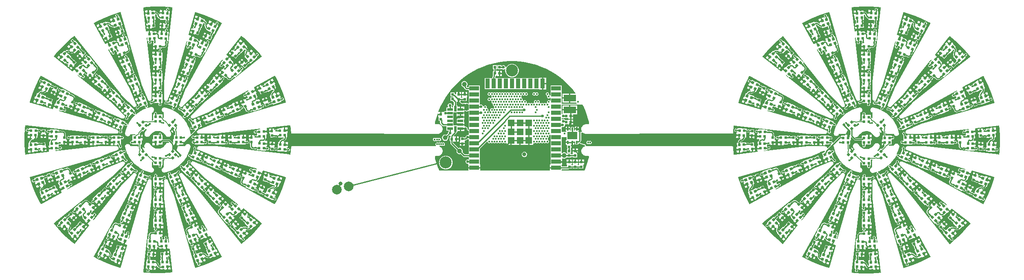
<source format=gtl>
%FSTAX44Y44*%
%MOMM*%
%SFA1B1*%

%IPPOS*%
%AMD20*
4,1,8,-1.000760,-0.800100,1.000760,-0.800100,1.049020,-0.751840,1.049020,0.751840,1.000760,0.800100,-1.000760,0.800100,-1.049020,0.751840,-1.049020,-0.751840,-1.000760,-0.800100,0.0*
1,1,0.096000,-1.000760,-0.751840*
1,1,0.096000,1.000760,-0.751840*
1,1,0.096000,1.000760,0.751840*
1,1,0.096000,-1.000760,0.751840*
%
%AMD21*
4,1,8,-0.124460,-0.299720,0.124460,-0.299720,0.175260,-0.248920,0.175260,0.248920,0.124460,0.299720,-0.124460,0.299720,-0.175260,0.248920,-0.175260,-0.248920,-0.124460,-0.299720,0.0*
1,1,0.101600,-0.124460,-0.248920*
1,1,0.101600,0.124460,-0.248920*
1,1,0.101600,0.124460,0.248920*
1,1,0.101600,-0.124460,0.248920*
%
%AMD27*
4,1,4,0.000000,0.388620,-0.388620,0.000000,0.000000,-0.388620,0.388620,0.000000,0.000000,0.388620,0.0*
%
%AMD28*
4,1,4,0.388620,0.000000,0.000000,0.388620,-0.388620,0.000000,0.000000,-0.388620,0.388620,0.000000,0.0*
%
%AMD29*
4,1,4,0.358140,-0.147320,0.147320,0.358140,-0.358140,0.147320,-0.147320,-0.358140,0.358140,-0.147320,0.0*
%
%AMD30*
4,1,4,-0.147320,-0.358140,0.358140,-0.147320,0.147320,0.358140,-0.358140,0.147320,-0.147320,-0.358140,0.0*
%
%AMD31*
4,1,4,0.350520,-0.167640,0.167640,0.350520,-0.350520,0.167640,-0.167640,-0.350520,0.350520,-0.167640,0.0*
%
%AMD32*
4,1,4,-0.167640,-0.350520,0.350520,-0.167640,0.167640,0.350520,-0.350520,0.167640,-0.167640,-0.350520,0.0*
%
%AMD33*
4,1,4,0.365760,-0.127000,0.127000,0.365760,-0.365760,0.127000,-0.127000,-0.365760,0.365760,-0.127000,0.0*
%
%AMD34*
4,1,4,-0.127000,-0.365760,0.365760,-0.127000,0.127000,0.365760,-0.365760,0.127000,-0.127000,-0.365760,0.0*
%
%AMD35*
4,1,4,0.386080,-0.022860,0.022860,0.386080,-0.386080,0.022860,-0.022860,-0.386080,0.386080,-0.022860,0.0*
%
%AMD36*
4,1,4,-0.022860,-0.386080,0.386080,-0.022860,0.022860,0.386080,-0.386080,0.022860,-0.022860,-0.386080,0.0*
%
%AMD37*
4,1,4,0.386080,0.022860,-0.022860,0.386080,-0.386080,-0.022860,0.022860,-0.386080,0.386080,0.022860,0.0*
%
%AMD38*
4,1,4,0.022860,-0.386080,0.386080,0.022860,-0.022860,0.386080,-0.386080,-0.022860,0.022860,-0.386080,0.0*
%
%AMD39*
4,1,4,0.358140,0.147320,-0.147320,0.358140,-0.358140,-0.147320,0.147320,-0.358140,0.358140,0.147320,0.0*
%
%AMD40*
4,1,4,0.147320,-0.358140,0.358140,0.147320,-0.147320,0.358140,-0.358140,-0.147320,0.147320,-0.358140,0.0*
%
%AMD41*
4,1,4,0.365760,0.127000,-0.127000,0.365760,-0.365760,-0.127000,0.127000,-0.365760,0.365760,0.127000,0.0*
%
%AMD42*
4,1,4,0.127000,-0.365760,0.365760,0.127000,-0.127000,0.365760,-0.365760,-0.127000,0.127000,-0.365760,0.0*
%
%AMD43*
4,1,4,0.350520,0.167640,-0.167640,0.350520,-0.350520,-0.167640,0.167640,-0.350520,0.350520,0.167640,0.0*
%
%AMD44*
4,1,4,0.167640,-0.350520,0.350520,0.167640,-0.167640,0.350520,-0.350520,-0.167640,0.167640,-0.350520,0.0*
%
%AMD45*
4,1,4,0.289560,0.259080,-0.259080,0.289560,-0.289560,-0.259080,0.259080,-0.289560,0.289560,0.259080,0.0*
%
%AMD46*
4,1,4,0.259080,-0.289560,0.289560,0.259080,-0.259080,0.289560,-0.289560,-0.259080,0.259080,-0.289560,0.0*
%
%AMD47*
4,1,4,0.259080,0.289560,-0.289560,0.259080,-0.259080,-0.289560,0.289560,-0.259080,0.259080,0.289560,0.0*
%
%AMD48*
4,1,4,0.289560,-0.259080,0.259080,0.289560,-0.289560,0.259080,-0.259080,-0.289560,0.289560,-0.259080,0.0*
%
%AMD49*
4,1,4,0.124460,-0.347980,0.335280,0.157480,-0.124460,0.347980,-0.335280,-0.157480,0.124460,-0.347980,0.0*
%
%AMD50*
4,1,4,0.104140,-0.355600,0.342900,0.139700,-0.104140,0.355600,-0.342900,-0.139700,0.104140,-0.355600,0.0*
%
%AMD51*
4,1,4,0.144780,-0.340360,0.325120,0.177800,-0.144780,0.340360,-0.325120,-0.177800,0.144780,-0.340360,0.0*
%
%AMD52*
4,1,4,-0.157480,-0.335280,0.347980,-0.124460,0.157480,0.335280,-0.347980,0.124460,-0.157480,-0.335280,0.0*
%
%AMD53*
4,1,4,0.342900,-0.139700,0.104140,0.355600,-0.342900,0.139700,-0.104140,-0.355600,0.342900,-0.139700,0.0*
%
%AMD54*
4,1,4,0.370840,-0.017780,-0.017780,0.370840,-0.370840,0.017780,0.017780,-0.370840,0.370840,-0.017780,0.0*
%
%AMD55*
4,1,4,0.368300,-0.038100,0.002540,0.370840,-0.368300,0.038100,-0.002540,-0.370840,0.368300,-0.038100,0.0*
%
%AMD56*
4,1,4,0.335280,-0.157480,0.124460,0.347980,-0.335280,0.157480,-0.124460,-0.347980,0.335280,-0.157480,0.0*
%
%AMD57*
4,1,4,0.264160,-0.259080,0.233680,0.287020,-0.264160,0.259080,-0.233680,-0.287020,0.264160,-0.259080,0.0*
%
%AMD58*
4,1,4,0.325120,-0.177800,0.144780,0.340360,-0.325120,0.177800,-0.144780,-0.340360,0.325120,-0.177800,0.0*
%
%AMD59*
4,1,4,-0.017780,-0.370840,0.370840,0.017780,0.017780,0.370840,-0.370840,-0.017780,-0.017780,-0.370840,0.0*
%
%AMD60*
4,1,4,0.370840,0.002540,-0.038100,0.368300,-0.370840,-0.002540,0.038100,-0.368300,0.370840,0.002540,0.0*
%
%AMD61*
4,1,4,0.347980,0.124460,-0.157480,0.335280,-0.347980,-0.124460,0.157480,-0.335280,0.347980,0.124460,0.0*
%
%AMD62*
4,1,4,0.340360,0.144780,-0.177800,0.325120,-0.340360,-0.144780,0.177800,-0.325120,0.340360,0.144780,0.0*
%
%AMD63*
4,1,4,0.355600,0.104140,-0.139700,0.342900,-0.355600,-0.104140,0.139700,-0.342900,0.355600,0.104140,0.0*
%
%AMD64*
4,1,4,-0.177800,-0.325120,0.340360,-0.144780,0.177800,0.325120,-0.340360,0.144780,-0.177800,-0.325120,0.0*
%
%AMD65*
4,1,4,-0.139700,-0.342900,0.355600,-0.104140,0.139700,0.342900,-0.355600,0.104140,-0.139700,-0.342900,0.0*
%
%AMD66*
4,1,4,0.002540,-0.370840,0.368300,0.038100,-0.002540,0.370840,-0.368300,-0.038100,0.002540,-0.370840,0.0*
%
%AMD67*
4,1,4,-0.038100,-0.368300,0.370840,-0.002540,0.038100,0.368300,-0.370840,0.002540,-0.038100,-0.368300,0.0*
%
%AMD68*
4,1,4,-0.287020,-0.233680,0.259080,-0.264160,0.287020,0.233680,-0.259080,0.264160,-0.287020,-0.233680,0.0*
%
%AMD69*
4,1,4,-0.259080,-0.264160,0.287020,-0.233680,0.259080,0.264160,-0.287020,0.233680,-0.259080,-0.264160,0.0*
%
%AMD70*
4,1,4,0.233680,-0.287020,0.264160,0.259080,-0.233680,0.287020,-0.264160,-0.259080,0.233680,-0.287020,0.0*
%
%ADD10C,0.999998*%
%ADD11C,1.999996*%
%ADD12R,1.329997X1.329997*%
%ADD13R,0.899998X1.999996*%
%ADD14R,1.999996X0.899998*%
%ADD15R,0.499999X0.549999*%
%ADD16R,0.549999X0.499999*%
%ADD17R,0.549999X1.144998*%
%ADD18R,1.144998X0.549999*%
%ADD19R,2.599995X1.349997*%
G04~CAMADD=20~8~0.0~0.0~826.8~629.9~18.9~0.0~15~0.0~0.0~0.0~0.0~0~0.0~0.0~0.0~0.0~0~0.0~0.0~0.0~180.0~827.0~630.0*
%ADD20D20*%
G04~CAMADD=21~8~0.0~0.0~137.8~236.2~20.0~0.0~15~0.0~0.0~0.0~0.0~0~0.0~0.0~0.0~0.0~0~0.0~0.0~0.0~180.0~138.0~236.0*
%ADD21D21*%
%ADD22C,0.253999*%
%ADD23C,0.200000*%
%ADD24C,0.200000*%
%ADD25R,0.549999X0.549999*%
%ADD26R,0.549999X0.549999*%
G04~CAMADD=27~10~0.0~216.5~0.0~0.0~0.0~0.0~0~0.0~0.0~0.0~0.0~0~0.0~0.0~0.0~0.0~0~0.0~0.0~0.0~405.0~216.5~0.0*
%ADD27D27*%
G04~CAMADD=28~10~0.0~216.5~0.0~0.0~0.0~0.0~0~0.0~0.0~0.0~0.0~0~0.0~0.0~0.0~0.0~0~0.0~0.0~0.0~315.0~216.5~0.0*
%ADD28D28*%
G04~CAMADD=29~10~0.0~216.5~0.0~0.0~0.0~0.0~0~0.0~0.0~0.0~0.0~0~0.0~0.0~0.0~0.0~0~0.0~0.0~0.0~292.5~216.5~0.0*
%ADD29D29*%
G04~CAMADD=30~10~0.0~216.5~0.0~0.0~0.0~0.0~0~0.0~0.0~0.0~0.0~0~0.0~0.0~0.0~0.0~0~0.0~0.0~0.0~202.5~216.5~0.0*
%ADD30D30*%
G04~CAMADD=31~10~0.0~216.5~0.0~0.0~0.0~0.0~0~0.0~0.0~0.0~0.0~0~0.0~0.0~0.0~0.0~0~0.0~0.0~0.0~289.3~216.5~0.0*
%ADD31D31*%
G04~CAMADD=32~10~0.0~216.5~0.0~0.0~0.0~0.0~0~0.0~0.0~0.0~0.0~0~0.0~0.0~0.0~0.0~0~0.0~0.0~0.0~199.3~216.5~0.0*
%ADD32D32*%
G04~CAMADD=33~10~0.0~216.5~0.0~0.0~0.0~0.0~0~0.0~0.0~0.0~0.0~0~0.0~0.0~0.0~0.0~0~0.0~0.0~0.0~295.8~216.5~0.0*
%ADD33D33*%
G04~CAMADD=34~10~0.0~216.5~0.0~0.0~0.0~0.0~0~0.0~0.0~0.0~0.0~0~0.0~0.0~0.0~0.0~0~0.0~0.0~0.0~205.8~216.5~0.0*
%ADD34D34*%
G04~CAMADD=35~10~0.0~216.5~0.0~0.0~0.0~0.0~0~0.0~0.0~0.0~0.0~0~0.0~0.0~0.0~0.0~0~0.0~0.0~0.0~311.8~216.5~0.0*
%ADD35D35*%
G04~CAMADD=36~10~0.0~216.5~0.0~0.0~0.0~0.0~0~0.0~0.0~0.0~0.0~0~0.0~0.0~0.0~0.0~0~0.0~0.0~0.0~221.8~216.5~0.0*
%ADD36D36*%
G04~CAMADD=37~10~0.0~216.5~0.0~0.0~0.0~0.0~0~0.0~0.0~0.0~0.0~0~0.0~0.0~0.0~0.0~0~0.0~0.0~0.0~318.3~216.5~0.0*
%ADD37D37*%
G04~CAMADD=38~10~0.0~216.5~0.0~0.0~0.0~0.0~0~0.0~0.0~0.0~0.0~0~0.0~0.0~0.0~0.0~0~0.0~0.0~0.0~228.3~216.5~0.0*
%ADD38D38*%
G04~CAMADD=39~10~0.0~216.5~0.0~0.0~0.0~0.0~0~0.0~0.0~0.0~0.0~0~0.0~0.0~0.0~0.0~0~0.0~0.0~0.0~337.5~216.5~0.0*
%ADD39D39*%
G04~CAMADD=40~10~0.0~216.5~0.0~0.0~0.0~0.0~0~0.0~0.0~0.0~0.0~0~0.0~0.0~0.0~0.0~0~0.0~0.0~0.0~247.5~216.5~0.0*
%ADD40D40*%
G04~CAMADD=41~10~0.0~216.5~0.0~0.0~0.0~0.0~0~0.0~0.0~0.0~0.0~0~0.0~0.0~0.0~0.0~0~0.0~0.0~0.0~334.3~216.5~0.0*
%ADD41D41*%
G04~CAMADD=42~10~0.0~216.5~0.0~0.0~0.0~0.0~0~0.0~0.0~0.0~0.0~0~0.0~0.0~0.0~0.0~0~0.0~0.0~0.0~244.3~216.5~0.0*
%ADD42D42*%
G04~CAMADD=43~10~0.0~216.5~0.0~0.0~0.0~0.0~0~0.0~0.0~0.0~0.0~0~0.0~0.0~0.0~0.0~0~0.0~0.0~0.0~340.8~216.5~0.0*
%ADD43D43*%
G04~CAMADD=44~10~0.0~216.5~0.0~0.0~0.0~0.0~0~0.0~0.0~0.0~0.0~0~0.0~0.0~0.0~0.0~0~0.0~0.0~0.0~250.8~216.5~0.0*
%ADD44D44*%
G04~CAMADD=45~10~0.0~216.5~0.0~0.0~0.0~0.0~0~0.0~0.0~0.0~0.0~0~0.0~0.0~0.0~0.0~0~0.0~0.0~0.0~356.8~216.5~0.0*
%ADD45D45*%
G04~CAMADD=46~10~0.0~216.5~0.0~0.0~0.0~0.0~0~0.0~0.0~0.0~0.0~0~0.0~0.0~0.0~0.0~0~0.0~0.0~0.0~266.8~216.5~0.0*
%ADD46D46*%
G04~CAMADD=47~10~0.0~216.5~0.0~0.0~0.0~0.0~0~0.0~0.0~0.0~0.0~0~0.0~0.0~0.0~0.0~0~0.0~0.0~0.0~363.3~216.5~0.0*
%ADD47D47*%
G04~CAMADD=48~10~0.0~216.5~0.0~0.0~0.0~0.0~0~0.0~0.0~0.0~0.0~0~0.0~0.0~0.0~0.0~0~0.0~0.0~0.0~273.3~216.5~0.0*
%ADD48D48*%
G04~CAMADD=49~9~0.0~0.0~216.5~196.9~0.0~0.0~0~0.0~0.0~0.0~0.0~0~0.0~0.0~0.0~0.0~0~0.0~0.0~0.0~247.5~264.0~273.0*
%ADD49D49*%
G04~CAMADD=50~9~0.0~0.0~216.5~196.9~0.0~0.0~0~0.0~0.0~0.0~0.0~0~0.0~0.0~0.0~0.0~0~0.0~0.0~0.0~244.3~270.0~279.0*
%ADD50D50*%
G04~CAMADD=51~9~0.0~0.0~216.5~196.9~0.0~0.0~0~0.0~0.0~0.0~0.0~0~0.0~0.0~0.0~0.0~0~0.0~0.0~0.0~250.8~256.0~267.0*
%ADD51D51*%
G04~CAMADD=52~9~0.0~0.0~216.5~196.9~0.0~0.0~0~0.0~0.0~0.0~0.0~0~0.0~0.0~0.0~0.0~0~0.0~0.0~0.0~202.5~274.0~263.0*
%ADD52D52*%
G04~CAMADD=53~9~0.0~0.0~216.5~196.9~0.0~0.0~0~0.0~0.0~0.0~0.0~0~0.0~0.0~0.0~0.0~0~0.0~0.0~0.0~295.8~270.0~279.0*
%ADD53D53*%
G04~CAMADD=54~9~0.0~0.0~216.5~196.9~0.0~0.0~0~0.0~0.0~0.0~0.0~0~0.0~0.0~0.0~0.0~0~0.0~0.0~0.0~315.0~292.0~291.0*
%ADD54D54*%
G04~CAMADD=55~9~0.0~0.0~216.5~196.9~0.0~0.0~0~0.0~0.0~0.0~0.0~0~0.0~0.0~0.0~0.0~0~0.0~0.0~0.0~311.8~290.0~291.0*
%ADD55D55*%
G04~CAMADD=56~9~0.0~0.0~216.5~196.9~0.0~0.0~0~0.0~0.0~0.0~0.0~0~0.0~0.0~0.0~0.0~0~0.0~0.0~0.0~292.5~264.0~273.0*
%ADD56D56*%
G04~CAMADD=57~9~0.0~0.0~216.5~196.9~0.0~0.0~0~0.0~0.0~0.0~0.0~0~0.0~0.0~0.0~0.0~0~0.0~0.0~0.0~273.3~208.0~225.0*
%ADD57D57*%
G04~CAMADD=58~9~0.0~0.0~216.5~196.9~0.0~0.0~0~0.0~0.0~0.0~0.0~0~0.0~0.0~0.0~0.0~0~0.0~0.0~0.0~289.3~256.0~267.0*
%ADD58D58*%
G04~CAMADD=59~9~0.0~0.0~216.5~196.9~0.0~0.0~0~0.0~0.0~0.0~0.0~0~0.0~0.0~0.0~0.0~0~0.0~0.0~0.0~225.0~292.0~291.0*
%ADD59D59*%
G04~CAMADD=60~9~0.0~0.0~216.5~196.9~0.0~0.0~0~0.0~0.0~0.0~0.0~0~0.0~0.0~0.0~0.0~0~0.0~0.0~0.0~318.3~292.0~289.0*
%ADD60D60*%
G04~CAMADD=61~9~0.0~0.0~216.5~196.9~0.0~0.0~0~0.0~0.0~0.0~0.0~0~0.0~0.0~0.0~0.0~0~0.0~0.0~0.0~337.5~274.0~263.0*
%ADD61D61*%
G04~CAMADD=62~9~0.0~0.0~216.5~196.9~0.0~0.0~0~0.0~0.0~0.0~0.0~0~0.0~0.0~0.0~0.0~0~0.0~0.0~0.0~340.8~268.0~255.0*
%ADD62D62*%
G04~CAMADD=63~9~0.0~0.0~216.5~196.9~0.0~0.0~0~0.0~0.0~0.0~0.0~0~0.0~0.0~0.0~0.0~0~0.0~0.0~0.0~334.3~280.0~269.0*
%ADD63D63*%
G04~CAMADD=64~9~0.0~0.0~216.5~196.9~0.0~0.0~0~0.0~0.0~0.0~0.0~0~0.0~0.0~0.0~0.0~0~0.0~0.0~0.0~199.3~268.0~255.0*
%ADD64D64*%
G04~CAMADD=65~9~0.0~0.0~216.5~196.9~0.0~0.0~0~0.0~0.0~0.0~0.0~0~0.0~0.0~0.0~0.0~0~0.0~0.0~0.0~205.8~280.0~269.0*
%ADD65D65*%
G04~CAMADD=66~9~0.0~0.0~216.5~196.9~0.0~0.0~0~0.0~0.0~0.0~0.0~0~0.0~0.0~0.0~0.0~0~0.0~0.0~0.0~228.3~290.0~291.0*
%ADD66D66*%
G04~CAMADD=67~9~0.0~0.0~216.5~196.9~0.0~0.0~0~0.0~0.0~0.0~0.0~0~0.0~0.0~0.0~0.0~0~0.0~0.0~0.0~221.8~292.0~289.0*
%ADD67D67*%
G04~CAMADD=68~9~0.0~0.0~216.5~196.9~0.0~0.0~0~0.0~0.0~0.0~0.0~0~0.0~0.0~0.0~0.0~0~0.0~0.0~0.0~176.8~226.0~207.0*
%ADD68D68*%
G04~CAMADD=69~9~0.0~0.0~216.5~196.9~0.0~0.0~0~0.0~0.0~0.0~0.0~0~0.0~0.0~0.0~0.0~0~0.0~0.0~0.0~183.3~226.0~207.0*
%ADD69D69*%
G04~CAMADD=70~9~0.0~0.0~216.5~196.9~0.0~0.0~0~0.0~0.0~0.0~0.0~0~0.0~0.0~0.0~0.0~0~0.0~0.0~0.0~266.8~208.0~225.0*
%ADD70D70*%
%ADD71R,0.549999X0.549999*%
%ADD72C,2.499995*%
%ADD73C,0.399999*%
%ADD74C,0.599999*%
%ADD75C,0.799998*%
%ADD76C,0.499999*%
%LNpcb1-1*%
%LPD*%
G36*
X01014763Y02232376D02*
X01021864Y02231576D01*
X01021492Y02228243*
X01004517Y02077517*
X01004507Y02077482*
X0100451Y02077451*
X01004506Y02077414*
X01004518Y02077373*
X01004524Y02077311*
X01004458Y02077151*
X01004505Y02055124*
X01004543Y02055033*
X01004521Y02054937*
X01004534Y0205486*
X01004522Y02042054*
X01004515Y02042015*
X01004517Y02042005*
X01004512Y02041996*
X01004492Y02041861*
X01004499Y02041833*
X01004485Y02041808*
X01004472Y02041672*
X01004483Y02041636*
X01004467Y02041601*
X01004459Y0204138*
X01004485Y02041311*
X01004462Y02041241*
X01004503Y02040763*
X01004572Y02040631*
X01004564Y02040483*
X01004881Y02039579*
X01005011Y02039434*
X01005065Y02039246*
X01005663Y02038498*
X01005834Y02038404*
X01005947Y02038245*
X01006758Y02037736*
X01006951Y02037703*
X0100711Y0203759*
X01008043Y02037377*
X01008236Y0203741*
X01008423Y02037356*
X01009375Y02037463*
X01009546Y02037557*
X0100974Y02037568*
X01010604Y02037983*
X01010734Y02038128*
X01010914Y02038203*
X01011592Y02038879*
X01011678Y02039086*
X01011836Y02039243*
X01012063Y02039779*
X01012063Y02039899*
X0101213Y02039999*
X01012148Y02040091*
X01025834Y02073133*
X01025874Y02073196*
X01025902Y02073358*
X01026005Y02073488*
X01051196Y02160915*
X01052601Y02161357*
X01053034Y02160967*
X01050653Y02154147*
X01052719Y02153426*
X0105222Y02151996*
X01052061Y0215193*
X01051217Y02151086*
X0105076Y02149984*
Y0214879*
X01051217Y02147687*
X01052061Y02146844*
X01053164Y02146387*
X01054357*
X0105546Y02146844*
X01056303Y02147687*
X0105676Y0214879*
Y02149984*
X01056576Y02150429*
X01056804Y02151083*
X01058288Y02151481*
X01059149Y0215118*
X01060093Y0215085*
X01060348Y02150761*
X0106216Y02150129*
X01061661Y02148699*
X01061502Y02148633*
X01060658Y02147789*
X01060201Y02146687*
Y02145493*
X01060512Y02144744*
X01059686Y02143733*
X01059666Y02143719*
X01058818Y02144071*
X01057279Y02140357*
X01061935Y02138428*
X0106145Y02137255*
X01062623Y02136769*
X01060598Y02131881*
X01064081Y02130438*
X01064384Y0213117*
X01065844Y02131375*
X01072025Y02128815*
X01072574Y02130141*
X01077818Y02127969*
X01078703Y02127793*
X01079589Y02127969*
X01082949Y02129361*
X010837Y02129863*
X01084201Y02130614*
X01085643Y02134094*
X01085942Y02134217*
X01086785Y02135061*
X01087242Y02136164*
Y02137357*
X01087176Y02137516*
X01087834Y0213888*
X01089799Y02137932*
X01093592Y02145795*
X01093709Y02146038*
X01094144Y02146939*
X01094261Y02147182*
X01098054Y02155045*
X01096897Y02155603*
X01096479Y02156802*
X01096763Y02157391*
X01097208Y02157576*
X01098052Y0215842*
X01098509Y02159522*
Y02160716*
X01098052Y02161819*
X01097208Y02162663*
X01096106Y02163119*
X01094912*
X0109381Y02162663*
X01092966Y02161819*
X01092509Y02160716*
Y02159522*
X01092575Y02159364*
X01091919Y02158004*
X01090434Y02158721*
X01091103Y02160108*
X01086806Y0216218*
X01084183Y0215674*
X01081895Y02157843*
X01084519Y02163284*
X01080222Y02165356*
X01078211Y02161185*
X01076941*
X01076436Y02162233*
X01075892Y02162954*
X01075114Y02163412*
X01074981Y02163459*
X01074429Y02164603*
X01074854Y02165821*
X01066867Y0216861*
X01067375Y02170064*
X01062872Y02171637*
X0106088Y02165934*
X01058482Y02166772*
X01060474Y02172474*
X01056271Y02173942*
X01055971Y02174047*
X01055256Y02175009*
X01067972Y02219141*
X01068613Y02221365*
X01069724Y0222198*
X01075728Y0222025*
X01090411Y02215111*
X01104783Y02209158*
X011188Y02202409*
X01125053Y02198953*
X01123433Y02196018*
X01049932Y02063062*
X01049924Y02062994*
X01049876Y02062945*
X01041489Y02042575*
Y02042476*
X01041432Y02042395*
X01041415Y02042321*
X0103651Y02030509*
X01036473Y02030446*
X01036471Y02030434*
X01036461Y02030426*
X01036325Y02030187*
X0103632Y02030135*
X0103628Y02030099*
X01036187Y02029895*
X01036184Y02029821*
X01036137Y02029764*
X01035992Y02029306*
X01036004Y02029159*
X0103594Y02029025*
X01035889Y02028069*
X01035953Y02027885*
X01035932Y02027691*
X01036198Y02026772*
X0103632Y02026619*
X01036364Y02026429*
X01036918Y0202565*
X01037084Y02025545*
X01037187Y0202538*
X01037969Y02024826*
X01038159Y02024783*
X01038311Y02024661*
X01039231Y02024396*
X01039425Y02024418*
X01039609Y02024354*
X01040565Y02024407*
X01040741Y02024491*
X01040936*
X01041821Y02024857*
X01041979Y02025015*
X01042186Y02025099*
X01042599Y02025508*
X01042646Y02025619*
X01042746Y02025685*
X01042798Y02025763*
X01068088Y02051053*
X01068148Y02051096*
X01068236Y02051235*
X0106838Y02051315*
X01125112Y02122447*
X01126579Y02122318*
X0112683Y0212179*
X0112202Y02116401*
X01123653Y02114943*
X01122644Y02113814*
X01122472*
X0112137Y02113357*
X01120526Y02112513*
X01120069Y0211141*
Y02110217*
X01120526Y02109114*
X0112137Y0210827*
X01122472Y02107814*
X01123666*
X01124769Y0210827*
X01125612Y02109114*
X01126069Y02110217*
Y02110699*
X01126531Y02111216*
X01128054Y02111015*
X01128734Y02110408*
X01129682Y02109562*
X01131113Y02108285*
X01130105Y02107155*
X01129933*
X0112883Y02106698*
X01127986Y02105854*
X0112753Y02104752*
Y0210394*
X0112638Y02103322*
X01126356Y02103317*
X01125707Y02103967*
X01122865Y02101124*
X01126428Y0209756*
X0112553Y02096662*
X01126428Y02095764*
X01122688Y02092024*
X01125354Y02089358*
X01125913Y02089918*
X01127121Y02089768*
X01127341Y02089549*
X01132071Y02084818*
X01133086Y02085833*
X01137099Y0208182*
X0113785Y02081318*
X01138736Y02081142*
X01142372*
X01143258Y02081319*
X01144009Y0208182*
X01146672Y02084484*
X01146996*
X01148098Y0208494*
X01148942Y02085784*
X01149399Y02086887*
Y02087059*
X01150528Y02088067*
X01151981Y02086439*
X01158494Y02092252*
X01158696Y02092432*
X01160389Y02093944*
X01166156Y02099091*
X01164704Y02100719*
X01165862Y02101753*
X01166344*
X01167447Y02102209*
X0116829Y02103053*
X01168747Y02104156*
Y02105349*
X0116829Y02106452*
X01167447Y02107296*
X01166344Y02107752*
X01165151*
X01164048Y02107296*
X01163204Y02106452*
X01162747Y02105349*
Y02105177*
X01161621Y02104172*
X01160523Y02105403*
X01161672Y02106428*
X01158496Y02109987*
X01153989Y02105965*
X01152298Y0210786*
X01156804Y02111883*
X01153628Y0211544*
X01150174Y02112357*
X01149Y02112843*
X01148934Y02114004*
X01148708Y02114878*
X01148165Y021156*
X01148059Y02115694*
X01147987Y02116963*
X01148847Y02117924*
X01142535Y02123558*
X0114356Y02124706*
X01140002Y02127883*
X0113598Y02123377*
X01134085Y02125068*
X01138107Y02129574*
X01134785Y02132539*
X01134548Y0213275*
X01134256Y02133912*
X01162893Y02169819*
X01164897Y02172331*
X01170483Y02167876*
X01182082Y0215751*
X01193082Y02146509*
X01203447Y02134912*
X01207893Y02129316*
X01205283Y02127234*
X01086706Y02032661*
X01086646Y02032627*
X01086548Y02032501*
X010864Y0203244*
X01070858Y02016831*
X0107082Y0201674*
X01070737Y02016689*
X01070691Y02016624*
X01061639Y02007588*
X01061577Y02007542*
X0106157Y02007529*
X01061556Y02007525*
X01061336Y02007353*
X01061311Y02007308*
X01061262Y0200729*
X01061106Y02007145*
X01061076Y02007078*
X01061011Y02007045*
X01060701Y02006677*
X01060656Y02006536*
X01060546Y02006437*
X01060132Y02005573*
X01060121Y02005379*
X01060027Y02005208*
X0105992Y02004256*
X01059975Y02004069*
X01059942Y02003876*
X01060156Y02002943*
X01060268Y02002784*
X01060301Y02002591*
X01060811Y0200178*
X0106097Y02001668*
X01061064Y02001497*
X01061813Y020009*
X01062Y02000846*
X01062146Y02000715*
X0106305Y02000398*
X01063244Y02000409*
X01063425Y02000335*
X01064382Y02000333*
X01064589Y02000419*
X01064812Y02000418*
X01065351Y02000637*
X01065436Y02000722*
X01065554Y02000745*
X01065632Y02000797*
X01098681Y02014486*
X01098719Y02014494*
X01098751Y02014515*
X01098784Y02014529*
X0109881Y02014555*
X01098868Y02014594*
X01099045Y02014614*
X0117868Y02058621*
X01179987Y0205794*
X01180017Y02057355*
X01173509Y02054217*
X0117446Y02052245*
X01173097Y02051587*
X01172938Y02051653*
X01171744*
X01170641Y02051196*
X01169798Y02050353*
X01169341Y0204925*
Y02048056*
X01169798Y02046954*
X01170641Y0204611*
X01171744Y02045653*
X01172938*
X0117404Y0204611*
X01174884Y02046954*
X01175069Y02047399*
X01176471Y02048076*
X01177302Y02046354*
X01177419Y0204611*
X01178253Y02044382*
X01178042Y0204287*
X01177441Y0204258*
X01177282Y02042646*
X01176088*
X01174986Y02042189*
X01174142Y02041345*
X01173831Y02040596*
X01172533Y02040465*
X01172509Y02040469*
X01172158Y02041318*
X01168444Y02039779*
X01170373Y02035123*
X01169199Y02034637*
X01169685Y02033464*
X01164798Y02031439*
X01166241Y02027956*
X01166972Y02028259*
X01168031Y02027659*
X01168149Y02027373*
X0117071Y02021192*
X01172036Y02021741*
X01174208Y02016498*
X01174709Y02015747*
X0117546Y02015245*
X0117882Y02013854*
X01179706Y02013677*
X01180592Y02013854*
X01184071Y02015295*
X0118437Y02015171*
X01185564*
X01186666Y02015628*
X0118751Y02016472*
X01187577Y02016631*
X01189005Y0201713*
X01189724Y0201507*
X01198221Y02018037*
X01199165Y02018367*
X0119942Y02018456*
X01207662Y02021334*
X01206943Y02023394*
X01208409Y02023906*
X01208854Y02023721*
X01210048*
X0121115Y02024178*
X01211994Y02025022*
X01212451Y02026124*
Y02027318*
X01211994Y02028421*
X0121115Y02029264*
X01210048Y02029721*
X01208854*
X01207751Y02029264*
X01206907Y02028421*
X01206842Y02028262*
X01205417Y02027764*
X01204873Y02029321*
X01206327Y02029829*
X01204754Y02034332*
X01199052Y02032341*
X01198215Y02034739*
X01203917Y0203673*
X01202344Y02041233*
X01197973Y02039707*
X01197075Y02040605*
X01197458Y02041703*
X01197584Y02042597*
X01197358Y02043471*
X01197296Y02043598*
X01197715Y02044797*
X01198877Y02045358*
X01195202Y02052978*
X01196589Y02053647*
X01194517Y02057943*
X01189076Y02055319*
X01187973Y02057607*
X01193413Y02060231*
X01191478Y02064242*
X01191341Y02064527*
X01191514Y02065712*
X01231732Y02087937*
X01234526Y02089481*
X01237982Y02083227*
X01244731Y02069211*
X01250684Y02054839*
X01255823Y02040157*
X01257795Y02033289*
X01254541Y02032352*
X01108831Y01990365*
X01108795Y01990361*
X01108767Y01990347*
X01108732Y01990336*
X01108698Y01990309*
X01108643Y0199028*
X0110847Y01990279*
X01088137Y01981807*
X01088068Y01981737*
X01087972Y01981721*
X01087905Y01981679*
X01078399Y01977752*
X01077751Y01978383*
X01077493Y01978752*
X01077649Y01979539*
Y01980911*
X01078306Y01981568*
X0108361Y01983765*
X01080373Y01991581*
X01081795Y0199217*
X0107997Y01996577*
X0107439Y01994266*
X01073904Y01995439*
X01072731Y01994953*
X01070419Y02000533*
X01066012Y01998708*
X01066601Y01997285*
X01063532Y01996014*
X0106086Y01998685*
Y01999009*
X01060404Y02000111*
X01059561Y02000955*
X01058457Y02001412*
X01057264*
X01056161Y02000955*
X01055317Y02000111*
X0105486Y01999009*
Y01997815*
X01055317Y01996712*
X01056161Y01995868*
X01057264Y01995412*
X01057587*
X01058813Y01994186*
X01058785Y01994048*
X0106223Y01985733*
X01062612Y01984809*
X0106271Y01983903*
X01061784Y01982934*
X01060788*
X01059686Y01982478*
X01058841Y01981634*
X01058385Y01980531*
Y01979338*
X01058841Y01978235*
X01059686Y01977391*
X01060788Y01976934*
X01061982*
X01063084Y01977391*
X01063482Y01977789*
X01065222Y0197851*
X01066057Y01976494*
X01068103Y01977342*
X01068808Y01976286*
X01060452Y0196793*
X01059501Y01968465*
X01059344Y01968617*
X0105937Y01969383*
X01059321Y01969513*
X01059348Y01969648*
X01058687Y01972901*
X01058654Y0197295*
X01058659Y01973009*
X0105671Y01979355*
X01056672Y019794*
Y01979459*
X01054114Y01985585*
X01054072Y01985626*
X01054066Y01985685*
X01050925Y01991533*
X01050878Y0199157*
X01050866Y01991628*
X01047169Y01997142*
X0104712Y01997174*
X01047103Y01997231*
X01042886Y02002358*
X01042834Y02002386*
X01042812Y0200244*
X01038116Y02007133*
X01038061Y02007155*
X01038033Y02007207*
X01032903Y0201142*
X01032846Y02011437*
X01032814Y02011486*
X01027297Y02015179*
X01027239Y0201519*
X01027202Y02015236*
X01021352Y02018374*
X01021293Y0201838*
X01021252Y02018422*
X01015124Y02020975*
X01015065*
X01015019Y02021013*
X01008672Y02022957*
X01008613Y02022952*
X01008564Y02022984*
X01005311Y02023643*
X01005195Y0202362*
X01005085Y02023666*
X01004257*
X0100405Y0202358*
X01003826Y02023581*
X01002292Y02022953*
X01002133Y02022795*
X01001925Y02022712*
X01000743Y02021549*
X01000656Y02021343*
X01000496Y02021187*
X00999842Y02019664*
X00999839Y0201944*
X0099975Y02019235*
X00999722Y02017577*
X00999804Y02017369*
X00999799Y02017146*
X01000401Y02015601*
X01000556Y0201544*
X01000636Y02015231*
X01001778Y02014029*
X01001982Y02013938*
X01002136Y02013775*
X01003648Y02013096*
X01003872Y02013089*
X01004028Y02013018*
X01004018Y02002155*
X01003452Y02001761*
X01002748Y02001607*
X01000954Y02003401*
Y02008702*
X00991954*
X00990954*
X00989981Y02009018*
X00989372Y02010205*
X00989454Y02010404*
Y02011597*
X00988998Y020127*
X00988154Y02013544*
X00987051Y02014*
X00985858*
X00984755Y02013544*
X00983911Y020127*
X00983454Y02011597*
Y02010404*
X00983633Y02009972*
X00982851Y02008702*
X00981954*
Y01999702*
Y01998702*
Y01996242*
X00979014*
X0097894Y01996382*
X00978743Y01997437*
X0097875Y01997512*
X00978848Y01997591*
X0097893Y01997743*
X00979074Y01997839*
X00979158Y01997964*
X00979193Y01998133*
X00979303Y01998266*
X00979347Y01998409*
X0097933Y01998582*
X00979396Y01998741*
X00979397Y01998816*
X00979409Y02012801*
X00979448Y02012823*
X00979659Y0201284*
X00981213Y02013635*
X0098135Y02013796*
X00981541Y02013887*
X00982708Y02015186*
X00982778Y02015386*
X00982923Y02015539*
X00983548Y02017169*
X00983543Y02017381*
X00983624Y02017576*
Y02019367*
X00983539Y02019571*
X00983541Y02019793*
X00982853Y02021494*
X00982698Y02021652*
X00982616Y02021858*
X00981341Y02023177*
X00981138Y02023265*
X00980985Y02023426*
X00979308Y02024171*
X00979087Y02024177*
X00978885Y02024269*
X00977968Y020243*
X00977902Y02024275*
X00977835Y02024296*
X00977718Y02024287*
X00977655Y02024254*
X00977586Y02024268*
X00974309Y02023602*
X0097426Y02023569*
X00974202Y02023574*
X00970148Y02022329*
X00969197Y02023311*
X00969198Y02023366*
X00969944Y02024112*
X009704Y02025214*
Y02026408*
X00969944Y0202751*
X00969545Y02027909*
X00968825Y02029648*
X00970841Y02030483*
X009675Y02038548*
X00967014Y02039722*
X0096357Y02048037*
X00961924Y02047355*
X00961354Y02048493*
X00961604Y02049098*
Y02050292*
X00961148Y02051395*
X00960304Y02052239*
X00959201Y02052695*
X00958007*
X00956905Y02052239*
X00956061Y02051395*
X00955604Y02050292*
Y02049098*
X00956061Y02047996*
X00956775Y02047282*
X00957503Y02045524*
X00955754Y02044799*
X00955164Y02046222*
X00950758Y02044396*
X00953069Y02038816*
X00951896Y0203833*
X00952382Y02037157*
X00946801Y02034845*
X00948627Y02030439*
X0095005Y02031028*
X00951321Y02027958*
X0094865Y02025287*
X00948326*
X00947224Y0202483*
X0094638Y02023986*
X00945923Y02022884*
Y0202169*
X0094638Y02020587*
X00947224Y02019743*
X00948326Y02019287*
X0094952*
X00950622Y02019743*
X00951466Y02020587*
X00951923Y0202169*
Y02022014*
X00953149Y02023239*
X00953287Y02023212*
X00961602Y02026656*
X00962526Y02027039*
X00962775Y02027142*
X00963445Y02027419*
X00964417Y02026447*
X009644Y02026408*
Y02025214*
X00964857Y02024112*
X00965701Y02023268*
X00966804Y02022811*
X00967419*
X00967675Y02022021*
X00967704Y02021573*
X00961533Y02018996*
X00961491Y02018954*
X00961433Y02018948*
X00955542Y02015782*
X00955505Y02015736*
X00955447Y02015725*
X00949892Y02012*
X00949859Y02011951*
X00949803Y02011934*
X00945941Y02008759*
X00945013Y02009584*
X0094547Y02010686*
Y0201188*
X00945013Y02012982*
X00944169Y02013826*
X00943649Y02014042*
X00942318Y02015373*
X00943861Y02016916*
X00937688Y02023089*
X00937497Y0202328*
X0093679Y02023987*
X00930426Y02030351*
X00929166Y02029091*
X00928203Y02029924*
Y0203058*
X00927747Y02031682*
X00926903Y02032526*
X009258Y02032983*
X00924607*
X00923504Y02032526*
X0092266Y02031682*
X00922204Y0203058*
Y02029386*
X0092266Y02028283*
X00923504Y0202744*
X00924436Y02027053*
X00924876Y02026614*
X00924736Y02025243*
X00923975Y02024838*
X00923355Y02025458*
X00919982Y02022085*
X00924253Y02017814*
X00923355Y02016916*
X00924253Y02016018*
X00919982Y02011747*
X00923355Y02008374*
X00924444Y02009463*
X00926793Y02007113*
X00925348Y02003623*
X00925049Y02003499*
X00924205Y02002655*
X00923748Y02001553*
Y02000359*
X00924205Y01999257*
X00925049Y01998413*
X00926151Y01997956*
X00927345*
X00928447Y01998413*
X00929291Y01999257*
X00929748Y02000359*
Y02001553*
X00929624Y02001852*
X00930288Y02003453*
X00930426Y02003481*
X0093679Y02009845*
X00937497Y02010552*
X009382Y02011255*
X0093947Y02010729*
Y02010686*
X00939927Y02009584*
X00940771Y0200874*
X00941873Y02008283*
X00943067*
X00943785Y0200858*
X00944273Y02008068*
X00944556Y02007612*
X00939828Y02002881*
X00939806Y02002826*
X00939754Y02002799*
X0093551Y0199763*
X00935493Y01997573*
X00935444Y01997541*
X00931723Y01991983*
X00931712Y01991925*
X00931666Y01991888*
X00929166Y01987226*
X00927997Y01987723*
Y01988917*
X0092754Y0199002*
X00926696Y01990864*
X00925594Y0199132*
X00925031*
X00923291Y01992041*
X00924127Y01994056*
X00915812Y01997501*
X00914888Y01997883*
X00906573Y02001327*
X00905891Y01999682*
X00904683Y02000083*
X00904432Y02000688*
X00903588Y02001532*
X00902485Y02001989*
X00901292*
X00900189Y02001532*
X00899345Y02000688*
X00898889Y01999586*
Y01998392*
X00899345Y0199729*
X00900189Y01996446*
X00901292Y01995989*
X00902301*
X0090406Y01995261*
X00903335Y01993511*
X00901913Y01994101*
X00900087Y01989694*
X00905667Y01987382*
X00905181Y01986209*
X00906355Y01985723*
X00904043Y01980143*
X0090845Y01978317*
X0090904Y0197974*
X00912109Y01978469*
Y01974691*
X00911881Y01974462*
X00911424Y01973359*
Y01972166*
X00911881Y01971063*
X00912725Y01970219*
X00913827Y01969763*
X00915021*
X00916123Y01970219*
X00916967Y01971063*
X00917424Y01972166*
Y01973359*
X00916967Y01974462*
X00916738Y01974691*
Y01976424*
X00916856Y01976503*
X009203Y01984818*
X00921063Y01986661*
X00922438*
X00922454Y01986621*
X00923298Y01985777*
X009244Y0198532*
X00925594*
X00926696Y01985777*
X00927273Y01986353*
X00928349Y01985633*
X00925885Y01979721*
Y01979662*
X00925847Y01979617*
X00923889Y01973222*
X00923894Y01973163*
X00923861Y01973115*
X00923198Y01969837*
X00923195Y01969824*
X00923201Y01969795*
X00923186Y0196977*
X00923182Y01969744*
X00923189Y01969715*
X00923175Y01969688*
X00923172Y01969663*
X00923181Y01969634*
X00923168Y01969607*
X00923167Y01969582*
X00923178Y01969551*
X00923165Y01969522*
X00923166Y01969509*
X00923165Y01968601*
X0092325Y01968398*
X00923247Y01968178*
X00923925Y01966487*
X00924079Y0196633*
X00924158Y01966125*
X00925417Y01964808*
X00925618Y01964719*
X00925769Y01964559*
X00927427Y01963805*
X00927647Y01963798*
X00927846Y01963705*
X00929666Y01963623*
X00929872Y01963697*
X00930092Y01963685*
X00931811Y01964286*
X00931975Y01964433*
X00932184Y01964503*
X00933556Y01965701*
X00933653Y01965898*
X00933821Y01966041*
X00934648Y01967664*
X00934666Y01967883*
X00934701Y0196795*
X00944699Y01967941*
X00945224Y01966671*
X00944076Y01965522*
X00938774*
Y01956522*
Y01955522*
X00938459Y01954549*
X00937271Y0195394*
X00937073Y01954022*
X00935879*
X00934777Y01953566*
X00933933Y01952722*
X00933476Y01951619*
Y01950426*
X00933933Y01949323*
X00934777Y01948479*
X00935879Y01948022*
X00937073*
X00937504Y01948201*
X00938774Y01947418*
Y01946522*
X00947774*
X00948774*
X00951235*
Y0194191*
X00949965Y01941657*
X00949567Y01942618*
X00949408Y01942777*
X00949322Y01942985*
X00949112Y01943072*
X00948952Y01943233*
X00948726*
X00948518Y01943319*
X00934275Y01943331*
X00934151Y01943455*
X00933523Y0194499*
X00933366Y01945148*
X00933282Y01945356*
X0093212Y01946538*
X00931914Y01946625*
X00931758Y01946785*
X00930234Y01947439*
X00930011Y01947442*
X00929805Y01947531*
X00928148Y01947559*
X0092794Y01947477*
X00927716Y01947482*
X00926171Y0194688*
X0092601Y01946726*
X00925801Y01946645*
X00924599Y01945503*
X00924509Y01945299*
X00924346Y01945145*
X00923666Y01943633*
X00923659Y0194341*
X00923567Y01943206*
X00923539Y01942378*
X00923587Y01942248*
X00923561Y01942113*
X00924222Y0193886*
X00924255Y01938811*
X00924249Y01938753*
X00926198Y01932406*
X00926236Y01932361*
Y01932302*
X00928794Y01926176*
X00928836Y01926135*
X00928842Y01926076*
X00931985Y01920228*
X0093203Y01920191*
X00932042Y01920133*
X00935739Y0191462*
X00935788Y01914587*
X00935805Y01914531*
X00940022Y01909403*
X00940074Y01909375*
X00940097Y01909321*
X00944793Y01904628*
X00944847Y01904606*
X00944875Y01904554*
X00950006Y01900341*
X00950062Y01900324*
X00950095Y01900275*
X00955612Y01896582*
X00955669Y01896571*
X00955706Y01896525*
X00961557Y01893387*
X00961615Y01893381*
X00961657Y01893339*
X00967785Y01890786*
X00967844*
X00967889Y01890748*
X00974237Y01888804*
X00974295Y01888809*
X00974344Y01888777*
X00977598Y01888118*
X00977714Y01888141*
X00977823Y01888096*
X00978652*
X00978859Y01888181*
X00979082Y0188818*
X00980617Y01888808*
X00980776Y01888966*
X00980983Y0188905*
X00982165Y01890212*
X00982252Y01890418*
X00982413Y01890574*
X00983066Y01892097*
X00983069Y01892321*
X00983158Y01892526*
X00983187Y01894184*
X00983104Y01894392*
X00983109Y01894616*
X00982507Y0189616*
X00982353Y01896322*
X00982272Y0189653*
X0098113Y01897732*
X00980926Y01897823*
X00980772Y01897986*
X0097926Y01898665*
X00979037Y01898672*
X00978881Y01898743*
X00978891Y01909889*
X00979457Y01910283*
X00980161Y01910437*
X00981954Y01908644*
Y01903342*
X00990954*
X00991954*
X00992928Y01903027*
X00993537Y01901839*
X00993454Y01901641*
Y01900447*
X00993911Y01899345*
X00994755Y01898501*
X00995858Y01898044*
X00997051*
X00998154Y01898501*
X00998998Y01899345*
X00999454Y01900447*
Y01901641*
X00999276Y01902072*
X01000058Y01903342*
X01000954*
Y01912342*
Y01913342*
Y01915803*
X01005765*
X01006018Y01914533*
X01004721Y01913996*
X01004562Y01913836*
X01004353Y0191375*
X01004266Y01913541*
X01004106Y01913382*
Y01913155*
X01004019Y01912947*
X01004007Y01898703*
X01003883Y0189858*
X01002349Y01897952*
X0100219Y01897795*
X01001983Y01897711*
X01000801Y01896548*
X01000713Y01896343*
X01000553Y01896186*
X00999899Y01894663*
X00999896Y01894439*
X00999807Y01894234*
X00999779Y01892577*
X00999861Y01892368*
X00999856Y01892145*
X01000458Y018906*
X01000613Y01890438*
X01000693Y0189023*
X01001835Y01889028*
X0100204Y01888937*
X01002193Y01888774*
X01003705Y01888095*
X01003929Y01888088*
X01004132Y01887996*
X01004961Y01887967*
X0100498Y01887975*
X01004999Y01887967*
X01005109Y01888012*
X01005226Y01887989*
X01008479Y0188865*
X01008527Y01888683*
X01008586Y01888678*
X01014932Y01890627*
X01014977Y01890665*
X01015036*
X01021162Y01893223*
X01021204Y01893265*
X01021262Y01893271*
X0102711Y01896413*
X01027147Y01896459*
X01027205Y01896471*
X01032719Y01900168*
X01032752Y01900217*
X01032808Y01900234*
X01037935Y01904451*
X01037963Y01904503*
X01038017Y01904525*
X0104271Y01909222*
X01042733Y01909276*
X01042784Y01909304*
X01046997Y01914434*
X01047014Y01914491*
X01047063Y01914525*
X01050756Y0192004*
X01050768Y01920098*
X01050813Y01920135*
X01053952Y01925985*
X01053957Y01926044*
X01053999Y01926086*
X01056552Y01932214*
X01056553Y01932273*
X0105659Y01932318*
X01058535Y01938666*
X01058529Y01938724*
X01058562Y01938773*
X0105922Y01942026*
X01059198Y01942143*
X01059243Y01942252*
Y01943081*
X01059157Y01943287*
X01059158Y01943511*
X0105853Y01945045*
X01058373Y01945204*
X01058289Y01945412*
X01057127Y01946594*
X01056921Y01946681*
X01056765Y01946841*
X01055241Y01947495*
X01055017Y01947498*
X01054812Y01947587*
X01053155Y01947615*
X01052947Y01947533*
X01052723Y01947538*
X01051179Y01946936*
X01051017Y01946781*
X01050808Y01946701*
X01049606Y01945559*
X01049516Y01945355*
X01049353Y01945201*
X01048673Y01943689*
X01048666Y01943465*
X01048595Y0194331*
X01034395Y01943322*
X01034186Y01943235*
X01033959*
X010338Y01943076*
X01033591Y0194299*
X01033504Y0194278*
X01033344Y0194262*
X01030455Y01935643*
Y01935417*
X01030368Y01935209*
X01030455Y01934999*
Y01934773*
X01030614Y01934613*
X01030701Y01934405*
X01040983Y01924104*
X01039611Y01922029*
X01038135Y01920168*
X01036865Y01920611*
Y01921279*
X01036409Y01922382*
X01035565Y01923226*
X01035133Y01923404*
X01034789Y01924856*
X01035422Y01925489*
X01029058Y01931853*
X01028351Y0193256*
X01024302Y0193661*
Y01944982*
X01028364*
Y01951022*
X01030904*
Y01944982*
X01035674*
Y01946522*
X01044134*
Y01948708*
X01046818*
X01047704Y01948884*
X01048455Y01949386*
X01060529Y0196146*
X01061799Y01960934*
Y01960782*
X01062256Y01959679*
X010631Y01958835*
X01064202Y01958378*
X01065396*
X01065829Y01958558*
X01068266*
Y01956376*
Y01955376*
X01068009Y01954502*
X01066784Y01953961*
X01065863Y01954342*
X0106467*
X01063567Y01953886*
X01062723Y01953042*
X01062267Y01951939*
Y01950745*
X01062723Y01949643*
X01063567Y01948799*
X0106467Y01948342*
X01065863*
X01066384Y01948558*
X01068266*
Y01946376*
X01077266*
X01078266*
X01087266*
Y01948157*
X01088536Y01948249*
X01088999Y01947785*
X01090102Y01947329*
X01091296*
X01092398Y01947785*
X01093242Y01948629*
X01093699Y01949732*
Y01950925*
X01093242Y01952028*
X01092398Y01952872*
X01091296Y01953329*
X01090102*
X0108917Y01952943*
X01087266*
Y01954836*
X01088806*
Y01959606*
X01082766*
Y01960876*
X01081496*
Y01966916*
X01076726*
Y01965376*
X01068266*
Y0196376*
X01066996Y01963424*
X01066499Y01963922*
X01065396Y01964378*
X01065243*
X01064717Y01965648*
X01071724Y01972655*
X01073026Y01972161*
X01073096Y01971746*
X010732Y01971581*
X01073222Y01971388*
X01073685Y01970549*
X01073837Y01970427*
X01073922Y01970252*
X01074635Y01969613*
X01074819Y01969548*
X01074957Y0196941*
X01075842Y01969043*
X01076065*
X01076271Y01968956*
X01076853Y01968953*
X01076964Y01968998*
X01077082Y01968975*
X01077173Y01968993*
X01112946*
X01112984Y01968985*
X01113022Y01968993*
X01113057*
X0111309Y01969008*
X01113159Y01969021*
X01113331Y01968971*
X01203748Y01979154*
X01204695Y01978026*
X01204498Y01977472*
X01197283Y01977062*
X01197407Y01974876*
X01195895Y01974791*
X01195774Y01974912*
X01194671Y01975369*
X01193477*
X01192375Y01974912*
X01191531Y01974068*
X01191074Y01972966*
Y01971772*
X01191531Y0197067*
X01192375Y01969826*
X01193477Y01969369*
X01194671*
X01195774Y01969826*
X01196114Y01970167*
X0119767Y01970255*
X01197793Y01968076*
X0119785Y01967078*
X01197865Y01966808*
X01197974Y01964892*
X01196462Y01964807*
X0119634Y01964928*
X01195238Y01965385*
X01194044*
X01192942Y01964928*
X01192368Y01964354*
X01191118Y0196473*
X01191098Y01964744*
Y01965662*
X01187078*
Y01960622*
X01185808*
Y01959352*
X01180518*
Y01955582*
X0118131*
X01182058Y01954622*
Y01954312*
Y01947622*
X01183493*
Y01941947*
X0118367Y01941061*
X01184171Y0194031*
X01186743Y01937739*
X01187494Y01937237*
X0118838Y01937061*
X01192146*
X01192375Y01936832*
X01193477Y01936375*
X01194671*
X01195774Y01936832*
X01195895Y01936954*
X01197407Y01936868*
X01197283Y0193469*
X01206268Y01934179*
X01207267Y01934123*
X01207536Y01934107*
X01216252Y01933613*
X01216325Y01934894*
X01217273Y0193574*
X01217926Y01935703*
X01218267Y01935362*
X0121937Y01934905*
X01220563*
X01221666Y01935362*
X0122251Y01936206*
X01222966Y01937308*
Y01938502*
X0122251Y01939605*
X01221666Y01940448*
X01220563Y01940905*
X0121937*
X01218267Y01940448*
X01218145Y01940327*
X01216638Y01940412*
X01216732Y01942059*
X01218269Y01941972*
X0121854Y01946734*
X0121251Y01947076*
X01212653Y01949612*
X01218684Y0194927*
X01218954Y01954032*
X01214332Y01954295*
X01213846Y01955468*
X0121462Y01956336*
X01215078Y01957114*
X01215204Y01958008*
X01215145Y01959045*
X01217329Y0195917*
X0121685Y01967616*
X01218388Y01967703*
X01218117Y01972465*
X01212088Y01972123*
X01211943Y01974659*
X01217973Y01975001*
X0121772Y01979449*
X01217703Y01979764*
X01218312Y01980794*
X01263964Y01985935*
X01266257Y01986193*
X0126725Y01985401*
X01267322Y01984764*
X01267729Y01980562*
X01268073Y01976358*
X01268352Y01972146*
X0126846Y01970039*
X01268635Y0196967*
X01268791Y01969293*
X0126882Y01969281*
X01268833Y01969253*
X01269218Y01969116*
X01269595Y0196896*
X01461965*
X01462862Y01968061*
Y01967618*
X01463718Y01968474*
X01465144*
X01465354Y01968432*
X01573237*
X01573276Y0196844*
X01573314Y01968434*
X01574163Y01968476*
X01574276Y01968504*
X01574393*
X01576057Y01968835*
X01576201Y01968895*
X01576354Y01968925*
X01577921Y01969575*
X01578051Y01969661*
X01578194Y01969721*
X01579605Y01970663*
X01579715Y01970773*
X01579845Y0197086*
X01581044Y0197206*
X01581131Y01972189*
X01581241Y01972299*
X01582183Y0197371*
X01582243Y01973853*
X01582329Y01973983*
X01582979Y0197555*
X01583009Y01975703*
X01583069Y01975847*
X015834Y01977511*
Y01977628*
X01583428Y01977742*
X0158347Y0197859*
X01583458Y01978667*
X0158347Y01978745*
X01583428Y01979593*
X015834Y01979707*
Y01979824*
X01583069Y01981488*
X01583009Y01981632*
X01582979Y01981784*
X01582329Y01983352*
X01582243Y01983481*
X01582183Y01983625*
X01581241Y01985036*
X01581131Y01985146*
X01581044Y01985275*
X01579845Y01986475*
X01579715Y01986561*
X01579605Y01986672*
X01578194Y01987614*
X01578051Y01987674*
X01577921Y0198776*
X01576354Y01988409*
X01576201Y0198844*
X01576057Y01988499*
X01574393Y0198883*
X01574276*
X01574163Y01988859*
X01573314Y01988901*
X01573276Y01988895*
X01573237Y01988902*
X01568117*
X01567311Y01989884*
X01567994Y01993315*
X01570947Y0200419*
X01573319Y02011029*
X01574589Y02010815*
Y02009969*
X0157861*
Y02013739*
X01575603*
X01574884Y0201456*
X01574713Y02015009*
X01579055Y02025206*
X01584172Y02035246*
X01589965Y02044912*
X0159641Y02054157*
X01603473Y02062937*
X01611123Y02071212*
X01619323Y02078942*
X01628034Y02086091*
X01637216Y02092624*
X01646825Y02098512*
X01656814Y02103726*
X0166714Y02108242*
X0167775Y02112038*
X01688596Y02115097*
X01699627Y02117404*
X01710789Y02118948*
X01722031Y02119722*
X01727666*
X01733298*
X01744536Y02118949*
X01755694Y02117406*
X01766721Y02115101*
X01777563Y02112045*
X01788169Y02108252*
X0179849Y02103739*
X01808478Y02098529*
X01818084Y02092646*
X01827263Y02086117*
X01835973Y02078974*
X01844172Y02071249*
X01851822Y02062981*
X01858885Y02054206*
X01859451Y02053395*
X01858864Y02052269*
X0184912*
Y02042979*
Y02033689*
X01861248*
X01861528Y02033012*
X01862418Y02032123*
X01862371Y02031683*
X01862031Y02030853*
X01831694*
X01830779Y02031709*
Y02032279*
Y02043139*
Y02044059*
Y02044979*
Y02055839*
Y02056759*
Y02057679*
Y02069109*
X01807779*
Y02057679*
Y02056759*
Y02055839*
Y02048957*
X01806509Y02048431*
X01805978Y02048962*
X01804692Y02049495*
X01804726Y02050751*
X01804745Y02050799*
Y02052191*
X01804213Y02053478*
X01803228Y02054462*
X01801942Y02054995*
X01800549*
X01799263Y02054462*
X01798278Y02053478*
X01797745Y02052191*
Y02050799*
X01798278Y02049512*
X01799263Y02048528*
X01800549Y02047995*
X01800515Y02046739*
X01800495Y02046691*
Y02045299*
X01801028Y02044012*
X01802013Y02043028*
X01803299Y02042495*
X01804692*
X01805978Y02043028*
X01806509Y02043559*
X01807779Y02043033*
Y02037957*
X01806509Y02037431*
X01805978Y02037962*
X01804692Y02038495*
X01803299*
X01802013Y02037962*
X01801028Y02036977*
X01800495Y02035691*
Y02034299*
X01800515Y02034251*
X01800549Y02032995*
X01799263Y02032462*
X01798495Y02031695*
X01797728Y02032462*
X01796442Y02032995*
X01795049*
X01793763Y02032462*
X01792995Y02031695*
X01792228Y02032462*
X01790942Y02032995*
X01789549*
X01788263Y02032462*
X01787495Y02031695*
X01786728Y02032462*
X01785442Y02032995*
X01785476Y02034251*
X01785495Y02034299*
Y02035691*
X01784963Y02036977*
X01783978Y02037962*
X01782692Y02038495*
X01781299*
X01780013Y02037962*
X01779245Y02037195*
X01778478Y02037962*
X01777192Y02038495*
X01775799*
X01774513Y02037962*
X01773528Y02036977*
X01772996Y02035691*
Y02034299*
X01773015Y02034251*
X01773049Y02032995*
X01771763Y02032462*
X01770996Y02031695*
X01770228Y02032462*
X01768942Y02032995*
X01767549*
X01766263Y02032462*
X01765495Y02031695*
X01764728Y02032462*
X01763442Y02032995*
X01762049*
X01760763Y02032462*
X01759995Y02031695*
X01759228Y02032462*
X01757942Y02032995*
X01757976Y02034251*
X01757996Y02034299*
Y02035691*
X01757463Y02036977*
X01756478Y02037962*
X01755192Y02038495*
X01753799*
X01752513Y02037962*
X01751746Y02037195*
X01750978Y02037962*
X01749692Y02038495*
X01749726Y02039751*
X01749746Y02039799*
Y02041191*
X01749213Y02042477*
X01748228Y02043462*
X01746942Y02043995*
X01746976Y02045251*
X01746995Y02045299*
Y02046691*
X01746976Y02046739*
X01746942Y02047995*
X01748228Y02048528*
X01748995Y02049295*
X01749763Y02048528*
X01751049Y02047995*
X01752442*
X01753728Y02048528*
X01754495Y02049295*
X01755263Y02048528*
X01756549Y02047995*
X01757942*
X01759228Y02048528*
X01760213Y02049512*
X01760745Y02050799*
Y02052191*
X01760213Y02053478*
X01759228Y02054462*
X01757942Y02054995*
X01756549*
X01755263Y02054462*
X01754495Y02053695*
X01753728Y02054462*
X01752442Y02054995*
X01751049*
X01749763Y02054462*
X01748995Y02053695*
X01748228Y02054462*
X01746942Y02054995*
X01745549*
X01744263Y02054462*
X01743496Y02053695*
X01742728Y02054462*
X01741442Y02054995*
X01740049*
X01738763Y02054462*
X01737996Y02053695*
X01737228Y02054462*
X01735942Y02054995*
X01734549*
X01733263Y02054462*
X01732495Y02053695*
X01731728Y02054462*
X01730442Y02054995*
X01729049*
X01727763Y02054462*
X01726995Y02053695*
X01726228Y02054462*
X01724942Y02054995*
X01723549*
X01722263Y02054462*
X01721495Y02053695*
X01720728Y02054462*
X01719442Y02054995*
X01718049*
X01716763Y02054462*
X01715996Y02053695*
X01715228Y02054462*
X01713942Y02054995*
X01712549*
X01711263Y02054462*
X01710496Y02053695*
X01709728Y02054462*
X01708442Y02054995*
X01707049*
X01705763Y02054462*
X01704996Y02053695*
X01704228Y02054462*
X01702943Y02054995*
X01701549*
X01700263Y02054462*
X01699496Y02053695*
X01698728Y02054462*
X01697442Y02054995*
X01696049*
X01694763Y02054462*
X01693996Y02053695*
X01693228Y02054462*
X01691942Y02054995*
X01690549*
X01689263Y02054462*
X01688496Y02053695*
X01687728Y02054462*
X01686442Y02054995*
X01685049*
X01683763Y02054462*
X01682996Y02053695*
X01682228Y02054462*
X01680942Y02054995*
X01679549*
X01678263Y02054462*
X01677279Y02053478*
X01676746Y02052191*
Y02050799*
X01677279Y02049512*
X01678263Y02048528*
X01679549Y02047995*
X01680942*
X01682228Y02048528*
X01682996Y02049295*
X01683763Y02048528*
X01685049Y02047995*
X01685015Y02046739*
X01684996Y02046691*
Y02045299*
X01685015Y02045251*
X01685049Y02043995*
X01683763Y02043462*
X01682996Y02042695*
X01682228Y02043462*
X01680942Y02043995*
X01679549*
X01678263Y02043462*
X01677279Y02042477*
X01676746Y02041191*
Y02039799*
X01677279Y02038512*
X01678263Y02037528*
X01679549Y02036995*
X01680942*
X01682228Y02037528*
X01682996Y02038295*
X01683763Y02037528*
X01685049Y02036995*
X01685015Y02035739*
X01684996Y02035691*
Y02034299*
X01685528Y02033012*
X01686513Y02032028*
X01687799Y02031495*
X01687765Y02030239*
X01687746Y02030191*
Y02028799*
X01688279Y02027512*
X01689263Y02026528*
X01690549Y02025995*
X01690516Y02024739*
X01690497Y02024691*
Y02023299*
X01690516Y02023251*
X01690549Y02021995*
X01689263Y02021462*
X01688496Y02020695*
X01687728Y02021462*
X01686442Y02021995*
X01685049*
X01683763Y02021462*
X01682779Y02020478*
X01682246Y02019191*
Y02017799*
X01682266Y02017751*
X01682299Y02016495*
X01681013Y02015962*
X01680246Y02015195*
X01679478Y02015962*
X01678192Y02016495*
X01678226Y02017751*
X01678246Y02017799*
Y02019191*
X01677713Y02020478*
X01676728Y02021462*
X01675442Y02021995*
X01675476Y02023251*
X01675496Y02023299*
Y02024691*
X01674963Y02025978*
X01673978Y02026962*
X01672692Y02027495*
X016713*
X01670013Y02026962*
X01669029Y02025978*
X01668904Y02025677*
X01667681Y02025896*
X01667629Y02025917*
X01666949Y02027558*
X01665683Y02028825*
X01664029Y02029509*
X01662239*
X01661835Y02029342*
X01660779Y02030047*
Y02031359*
Y02032279*
Y02043139*
Y02044059*
Y02044979*
Y02055839*
Y02056759*
Y02057679*
Y02069109*
X01637779*
Y02065933*
X01633974*
X01633826Y02066081*
X01633581Y02067581*
X01633583Y02067635*
X0163395Y02068002*
X01634806Y02069484*
X01635249Y02071137*
Y02072849*
X01634806Y02074502*
X0163395Y02075984*
X0163274Y02077194*
X01631258Y0207805*
X01629605Y02078493*
X01627893*
X0162624Y0207805*
X01624758Y02077194*
X01623548Y02075984*
X01622692Y02074502*
X01622249Y02072849*
Y02071137*
X01622692Y02069484*
X01623548Y02068002*
X01624758Y02066792*
X0162624Y02065936*
X01627209Y02065676*
X01627387Y02064781*
X01628Y02063865*
X01629488Y02062377*
X01629651Y02062268*
X01630807Y02061112*
X01631723Y020605*
X01632804Y02060285*
X01636881*
X01637779Y02059387*
Y02056759*
Y02055839*
Y02044979*
Y02044059*
Y02043139*
Y02032481*
X01637558Y02032116*
X01636971Y02031673*
X01636597Y02031497*
X01636467*
X0163642Y0203152*
X01635478Y02032462*
X01634192Y02032995*
X01632799*
X01631513Y02032462*
X01631421Y02032369*
X01629978Y02032462*
X01628692Y02032995*
X016273*
X01626013Y02032462*
X01625785Y02032234*
X01625474Y02031923*
X01625246Y02031829*
X01625017Y02031923*
X01624478Y02032462*
X01623192Y02032995*
X01622542*
X01622516Y02033*
X01620315Y02035201*
X01620086Y0203543*
X01620804Y020367*
X01621032Y02037875*
X01624899*
Y02036779*
X01633399*
Y02044684*
X01634439Y02045239*
Y02045335*
Y02049009*
X01629149*
X01623859*
Y02045335*
Y02045239*
X0162396Y02045185*
X01624114Y02043923*
X01623718Y02043524*
X01620804*
Y020447*
X01621844Y0204516*
Y0204893*
X01616554*
Y020502*
X01615284*
Y02055241*
X01611264*
Y02051393*
X01610091Y02050907*
X01609772Y02051226*
X01608856Y02051838*
X01608123Y02051984*
Y02054458*
X01599623*
Y02046459*
X0160483*
X01605103Y02046404*
X01605616*
X01605733Y02046228*
X01605055Y02044958*
X01599623*
Y02036959*
X0160418*
X0160672Y02034419*
Y02027819*
X01605294*
Y02023869*
X01602904*
X01602378Y02025139*
X01602384Y02025145*
X01603069Y02026799*
Y02028589*
X01602384Y02030243*
X01601118Y02031509*
X01599464Y02032194*
X01597674*
X0159602Y02031509*
X01594754Y02030243*
X01594069Y02028589*
Y02026799*
X01594754Y02025145*
X0159476Y02025139*
X01594234Y02023869*
X01591344*
Y02016941*
X0159022Y02016032*
X0158843*
X01586776Y02015347*
X0158551Y02014081*
Y0201408*
X01585169Y02013739*
X0158115*
Y02008699*
X0157988*
Y02007429*
X01574589*
Y02003659*
X01575629Y02003199*
Y01995199*
X0157818*
Y01991291*
X01578395Y0199021*
X01579007Y01989294*
X01582679Y01985622*
X01583595Y0198501*
X01584676Y01984795*
X01591344*
Y01975369*
X01596075*
Y01973552*
X01595084Y01972562*
X01594399Y01970908*
Y01969808*
X01591188Y01966597*
X0158965Y01967009*
X01587938*
X01586285Y01966566*
X01584803Y0196571*
X01583593Y019645*
X01582737Y01963018*
X01582294Y01961365*
Y01959653*
X01582737Y01958*
X01583593Y01956518*
X01584803Y01955308*
X01586285Y01954452*
X01587938Y01954009*
X0158965*
X01591303Y01954452*
X01592785Y01955308*
X01593995Y01956518*
X01594851Y01958*
X01595294Y01959653*
Y01961365*
X01595009Y01962429*
X01597517Y01964938*
X01599101Y01964882*
X01599614Y01964279*
Y01964278*
Y01961969*
X01598439*
Y01953469*
X01599614*
Y0194911*
Y01949109*
X01599829Y01948029*
X01600442Y01947112*
X01612565Y01934989*
X01612217Y01933687*
Y01931976*
X0161266Y01930323*
X01613515Y0192884*
X01614725Y0192763*
X01616208Y01926775*
X01617861Y01926332*
X01619572*
X01620874Y0192668*
X01626142Y01921412*
X01627058Y019208*
X0162814Y01920585*
X01637779*
Y01917979*
Y01917409*
Y0191576*
X01636723Y01915054*
X01636349Y01915209*
X01634559*
X01632905Y01914525*
X01631639Y01913258*
X01630954Y01911604*
Y01909814*
X01631639Y0190816*
X01632905Y01906894*
X01634559Y01906209*
X01635515*
X01636713Y01905127*
X01636739Y01905049*
Y01899279*
X01649279*
X01661819*
Y01905049*
X01660779*
Y01916139*
Y01917059*
Y01917979*
Y01929409*
Y01930109*
Y01937849*
X01675476Y01952546*
X01676746Y0195202*
Y01951817*
X01677279Y01950531*
X01678263Y01949546*
X01679549Y01949013*
X01680942*
X01682228Y01949546*
X01682996Y01950313*
X01683763Y01949546*
X01685049Y01949013*
X01686442*
X01687728Y01949546*
X01688496Y01950313*
X01689263Y01949546*
X01690549Y01949013*
X01691942*
X01693228Y01949546*
X01693996Y01950313*
X01694763Y01949546*
X01696049Y01949013*
X01697442*
X01698728Y01949546*
X01699496Y01950313*
X01700263Y01949546*
X01701549Y01949013*
X01702943*
X01704228Y01949546*
X01704996Y01950313*
X01705763Y01949546*
X01707049Y01949013*
X01708442*
X01709728Y01949546*
X01710496Y01950313*
X01711263Y01949546*
X01712549Y01949013*
X01713942*
X01715228Y01949546*
X01715469Y01949787*
X01716739Y01949261*
Y01945469*
X0172466*
Y01954659*
X017272*
Y01945469*
X01743009*
Y01954659*
X01745549*
Y01945469*
X01761359*
Y01954659*
X01763899*
Y01945469*
X01771819*
Y0194838*
X01772875Y01949085*
X01773049Y01949013*
X01774442*
X01775728Y01949546*
X01776495Y01950313*
X01777263Y01949546*
X01778549Y01949013*
X01779942*
X01781228Y01949546*
X01781995Y01950313*
X01782763Y01949546*
X01784049Y01949013*
X01785442*
X01786728Y01949546*
X01787495Y01950313*
X01788263Y01949546*
X01789549Y01949013*
X01790942*
X01792228Y01949546*
X01792995Y01950313*
X01793763Y01949546*
X01795049Y01949013*
X01796442*
X01797728Y01949546*
X01798495Y01950313*
X01799263Y01949546*
X01800549Y01949013*
X01801942*
X01803228Y01949546*
X01804213Y01950531*
X01804745Y01951817*
Y01953209*
X01804213Y01954496*
X01803228Y0195548*
X01802706Y01955696*
X01801949Y01957187*
X01801995Y01957299*
Y01958691*
X01801976Y01958739*
X01801942Y01959995*
X01803228Y01960528*
X01804213Y01961513*
X01804745Y01962799*
Y01964191*
X01804726Y01964239*
X01804692Y01965495*
X01805978Y01966028*
X01806509Y01966559*
X01807779Y01966033*
Y01955509*
Y01954809*
Y01942809*
Y01942109*
Y01930109*
Y01929409*
Y01917409*
Y01916709*
Y01916139*
Y01905049*
X01806739*
Y01899279*
X01819279*
Y01896739*
X01806739*
Y01892008*
X01662717Y01891981*
X01661819Y01892879*
Y01896739*
X01649279*
X01636739*
Y01891976*
X01576682Y01891964*
X01576287Y01892904*
X01575843Y01893983*
X0157541Y01895058*
X01575187Y01895641*
X01574918Y01896439*
X01574803Y01896639*
X01574709Y01896848*
X01573702Y01898269*
X01573483Y01898475*
X01573259Y01898689*
X01573169Y01898746*
X01567813Y01917186*
X01567833Y01917339*
X01567886Y01917524*
X01567961Y01918412*
X01567948Y01918531*
X01567963Y01918649*
X01567954Y01918791*
X01567921Y01918913*
X01567917Y0191904*
X01567783Y01919623*
X01567524Y01920789*
X01567403Y01921351*
X01568242Y01922621*
X01573243*
X01573281Y01922629*
X0157332Y01922623*
X01574169Y01922665*
X01574282Y01922693*
X01574399*
X01576063Y01923024*
X01576207Y01923084*
X0157636Y01923114*
X01577927Y01923763*
X01578057Y0192385*
X01578201Y0192391*
X01579611Y01924852*
X01579721Y01924962*
X01579851Y01925049*
X0158105Y01926248*
X01581137Y01926378*
X01581247Y01926488*
X0158219Y01927898*
X01582249Y01928042*
X01582336Y01928172*
X01582985Y01929739*
X01583015Y01929892*
X01583075Y01930036*
X01583406Y019317*
Y01931817*
X01583434Y0193193*
X01583476Y01932779*
X01583464Y01932856*
X01583476Y01932934*
X01583434Y01933782*
X01583406Y01933896*
Y01934013*
X01583075Y01935677*
X01583015Y01935821*
X01582985Y01935973*
X01582336Y01937541*
X01582249Y0193767*
X0158219Y01937814*
X01581247Y01939225*
X01581137Y01939335*
X0158105Y01939464*
X01579851Y01940664*
X01579721Y0194075*
X01579611Y0194086*
X01578201Y01941803*
X01578057Y01941863*
X01577927Y01941949*
X01577112Y01942287*
X01577073Y019426*
X01577238Y01943609*
X01578249Y01944028*
X01578391Y0194417*
X01578532Y01944028*
X01579819Y01943495*
X01581211*
X01582497Y01944028*
X01582639Y0194417*
X01582781Y01944028*
X01584067Y01943495*
X01585459*
X01586746Y01944028*
X0158773Y01945012*
X01588263Y01946299*
Y01947691*
X0158773Y01948978*
X01586746Y01949962*
X01585459Y01950495*
X01584067*
X01582781Y01949962*
X01582639Y01949821*
X01582497Y01949962*
X01581211Y01950495*
X01579819*
X01578532Y01949962*
X01578391Y01949821*
X01578249Y01949962*
X01576963Y01950495*
X0157557*
X01574284Y01949962*
X01574142Y01949821*
X01574Y01949962*
X01572714Y01950495*
X01571322*
X01570035Y01949962*
X01569051Y01948978*
X01568518Y01947691*
Y01946299*
X01569051Y01945012*
X01569702Y01944361*
X0156923Y01943091*
X01463239Y01943097*
X01463029Y01943139*
X01462824*
X01462823Y01942731*
X01269595*
X01269218Y01942575*
X01268834Y01942439*
X0126882Y0194241*
X01268791Y01942398*
X01268635Y01942022*
X0126846Y01941653*
X01268352Y01939548*
X01268072Y01935341*
X01267727Y01931137*
X01267319Y0192694*
X01267254Y01926364*
X01266261Y01925572*
X01263763Y01925855*
X01263762*
X01113092Y01942824*
X01113057Y01942834*
X01113026Y01942831*
X01112989Y01942835*
X01112948Y01942823*
X01112886Y01942817*
X01112728Y01942883*
X01077781Y01942861*
X01077676Y01942817*
X01077555Y01942831*
X01077435Y01942849*
X01077406Y01942842*
X0107738Y01942856*
X0107724Y01942869*
X01077204Y01942858*
X0107717Y01942874*
X0107696Y01942882*
X01076892Y01942857*
X01076823Y01942879*
X01076343Y01942838*
X01076212Y0194277*
X01076064Y01942779*
X01075159Y01942462*
X01075013Y01942332*
X01074826Y01942278*
X01074076Y01941681*
X01073982Y0194151*
X01073823Y01941397*
X01073312Y01940586*
X0107328Y01940394*
X01073167Y01940234*
X01072953Y019393*
X01072985Y01939108*
X01072931Y0193892*
X01073037Y01937968*
X01073132Y01937797*
X01073142Y01937602*
X01073557Y01936738*
X01073703Y01936608*
X01073777Y01936428*
X01074454Y01935749*
X0107466Y01935663*
X01074818Y01935505*
X01075354Y01935279*
X01075474Y01935278*
X01075574Y01935211*
X01075666Y01935193*
X01108708Y01921506*
X01108771Y01921467*
X01108933Y01921439*
X01109062Y01921336*
X01196494Y0189614*
X01196937Y01894736*
X01196543Y018943*
X01189721Y01896682*
X01188999Y01894616*
X0118757Y01895115*
X01187504Y01895274*
X0118666Y01896118*
X01185557Y01896575*
X01184364*
X01183261Y01896118*
X01182417Y01895274*
X01181961Y01894171*
Y01892978*
X01182417Y01891875*
X01183261Y01891031*
X01184364Y01890575*
X01185557*
X01186003Y01890759*
X01187473Y01890246*
X01186843Y0188844*
X01186754Y01888185*
X01186424Y01887241*
X01185702Y01885175*
X01184273Y01885674*
X01184207Y01885833*
X01183363Y01886677*
X0118226Y01887134*
X01181067*
X01180317Y01886823*
X01179306Y01887649*
X01179293Y01887669*
X01179644Y01888517*
X0117593Y01890056*
X01174002Y018854*
X01172828Y01885886*
X01172342Y01884712*
X01167455Y01886737*
X01166012Y01883253*
X01166744Y0188295*
X01166949Y01881491*
X01164389Y0187531*
X01165715Y01874761*
X01163543Y01869517*
X01163367Y01868632*
X01163543Y01867746*
X01164935Y01864386*
X01165437Y01863635*
X01166188Y01863133*
X01169667Y01861693*
X01169791Y01861393*
X01170635Y0186055*
X01171738Y01860093*
X01172931*
X0117309Y01860158*
X01174454Y01859501*
X01173506Y01857535*
X01180468Y01854177*
X01181612Y01853626*
X01182513Y01853191*
X01182756Y01853074*
X01190619Y01849281*
X01191177Y01850437*
X01192376Y01850856*
X01192965Y01850572*
X0119315Y01850126*
X01193994Y01849282*
X01195096Y01848826*
X0119629*
X01197392Y01849282*
X01198236Y01850126*
X01198693Y01851229*
Y01852422*
X01198236Y01853525*
X01197392Y01854369*
X0119629Y01854826*
X01195096*
X01194937Y0185476*
X01193578Y01855416*
X01194294Y01856901*
X01195682Y01856232*
X01197754Y01860528*
X01192314Y01863152*
X01193417Y0186544*
X01198857Y01862816*
X0120093Y01867112*
X01196759Y01869124*
Y01870394*
X01197806Y01870899*
X01198528Y01871443*
X01198986Y01872221*
X01199033Y01872354*
X01200176Y01872906*
X01201394Y01872481*
X01204184Y01880467*
X01205638Y0187996*
X0120721Y01884463*
X01201508Y01886454*
X01202345Y01888852*
X01208048Y01886861*
X01209516Y01891066*
X0120962Y01891364*
X01210579Y01892081*
X01254773Y01879346*
Y01879346*
X01256939Y01878722*
X01257554Y0187761*
X01255823Y01871607*
X01250685Y01856923*
X01244732Y01842552*
X01237983Y01828536*
X01234962Y01823069*
X01233741Y01822718*
X01231537Y01823938*
X01231536Y01823939*
X01098637Y01897409*
X01098569Y01897416*
X0109852Y01897465*
X01078151Y01905851*
X01078054*
X01077974Y01905908*
X01077897Y01905925*
X01066084Y0191083*
X01066021Y01910868*
X01066009Y0191087*
X01066001Y01910879*
X01065762Y01911015*
X0106571Y01911022*
X01065674Y01911061*
X0106547Y01911154*
X01065396Y01911157*
X01065339Y01911204*
X01064881Y0191135*
X01064734Y01911336*
X010646Y019114*
X01063644Y01911452*
X0106346Y01911388*
X01063266Y01911409*
X01062347Y01911143*
X01062194Y01911021*
X01062004Y01910977*
X01061224Y01910422*
X0106112Y01910257*
X01060955Y01910153*
X01060401Y01909372*
X01060358Y01909182*
X01060236Y0190903*
X01059971Y0190811*
X01059993Y01907916*
X01059929Y01907732*
X01059982Y01906776*
X01060067Y019066*
X01060066Y01906405*
X01060432Y0190552*
X0106059Y01905362*
X01060674Y01905155*
X01061083Y01904741*
X01061194Y01904695*
X01061261Y01904595*
X01061339Y01904543*
X01086628Y01879253*
X01086671Y01879193*
X0108681Y01879105*
X0108689Y01878961*
X01158025Y01822223*
X01157897Y01820756*
X01157366Y01820503*
X01151974Y01825315*
X01150517Y01823682*
X01149387Y0182469*
Y01824863*
X01148931Y01825965*
X01148087Y01826809*
X01146984Y01827266*
X0114579*
X01144688Y01826809*
X01143844Y01825965*
X01143387Y01824863*
Y01823669*
X01143844Y01822566*
X01144688Y01821722*
X0114579Y01821266*
X01146273*
X0114679Y01820804*
X01146589Y01819281*
X01145982Y01818601*
X01145136Y01817653*
X01143858Y01816221*
X01142728Y0181723*
Y01817402*
X01142272Y01818504*
X01141428Y01819348*
X01140325Y01819805*
X01139514*
X01138896Y01820954*
X01138891Y01820978*
X0113954Y01821628*
X01136698Y0182447*
X01133134Y01820906*
X01132236Y01821804*
X01131338Y01820906*
X01127597Y01824647*
X01124931Y01821981*
X01125491Y01821422*
X01125342Y01820214*
X01125122Y01819994*
X01120392Y01815264*
X01121407Y01814249*
X01117394Y01810236*
X01116892Y01809485*
X01116716Y01808599*
Y01804962*
X01116892Y01804077*
X01117394Y01803326*
X01120057Y01800663*
Y01800339*
X01120514Y01799236*
X01121358Y01798393*
X0112246Y01797936*
X01122633*
X01123641Y01796806*
X01122013Y01795353*
X01128006Y01788639*
X01128672Y01787893*
X01128851Y01787692*
X01134665Y01781179*
X01136292Y01782631*
X01137326Y01781473*
Y01780991*
X01137783Y01779888*
X01138627Y01779044*
X01139729Y01778588*
X01140923*
X01142026Y01779044*
X01142869Y01779888*
X01143326Y01780991*
Y01782184*
X01142869Y01783287*
X01142026Y01784131*
X01140923Y01784588*
X01140751*
X01139746Y01785714*
X01140976Y01786812*
X01142002Y01785663*
X01145561Y01788839*
X01141539Y01793345*
X01143434Y01795037*
X01147456Y0179053*
X01151014Y01793707*
X01147931Y01797161*
X01148417Y01798335*
X01149578Y017984*
X01150452Y01798626*
X01151173Y0179917*
X01151267Y01799275*
X01152535Y01799347*
X01153498Y01798488*
X01159131Y018048*
X0116028Y01803774*
X01163456Y01807333*
X0115895Y01811355*
X01160642Y0181325*
X01165148Y01809228*
X01168114Y01812551*
X01168324Y01812787*
X01169484Y01813083*
X01205442Y01784403*
X01207892Y01782422*
X01203449Y01776852*
X01193083Y01765253*
X01182083Y01754253*
X01170484Y01743887*
X01165601Y01739992*
X01164339Y01740135*
X01162768Y01742109*
X01162767Y0174211*
X01068236Y01860635*
X01068203Y01860694*
X01068076Y01860793*
X01068015Y01860941*
X01052406Y01876483*
X01052316Y0187652*
X01052264Y01876603*
X01052199Y0187665*
X01043163Y01885701*
X01043117Y01885763*
X01043104Y01885771*
X010431Y01885785*
X01042928Y01886005*
X01042883Y0188603*
X01042865Y01886079*
X01042719Y01886235*
X01042653Y01886265*
X0104262Y01886331*
X01042252Y01886639*
X01042111Y01886684*
X01042012Y01886795*
X01041149Y01887209*
X01040954Y0188722*
X01040783Y01887314*
X01039831Y0188742*
X01039644Y01887366*
X01039451Y01887399*
X01038518Y01887185*
X01038359Y01887072*
X01038166Y0188704*
X01037355Y0188653*
X01037243Y01886371*
X01037072Y01886276*
X01036475Y01885528*
X01036421Y0188534*
X0103629Y01885195*
X01035974Y01884291*
X01035984Y01884096*
X01035909Y01883916*
Y01882959*
X01035994Y01882752*
X01035992Y01882529*
X01036212Y0188199*
X01036297Y01881904*
X0103632Y01881787*
X01036372Y01881709*
X01050061Y01848659*
X01050069Y01848621*
X0105009Y0184859*
X01050104Y01848557*
X01050129Y01848531*
X01050169Y01848473*
X01050189Y01848296*
X01094197Y01768653*
X01093518Y01767347*
X0109293Y01767317*
X0108979Y01773825*
X01087819Y01772874*
X01087161Y01774238*
X01087227Y01774397*
Y01775591*
X0108677Y01776693*
X01085926Y01777537*
X01084824Y01777994*
X0108363*
X01082528Y01777537*
X01081684Y01776693*
X01081227Y01775591*
Y01774397*
X01081684Y01773295*
X01082528Y01772451*
X01082973Y01772266*
X0108365Y01770863*
X01081684Y01769915*
Y01769916*
X01080783Y01769481*
X01078812Y0176853*
X01078154Y01769894*
X0107822Y01770053*
Y01771246*
X01077763Y01772349*
X01076919Y01773193*
X0107617Y01773503*
X01076039Y01774802*
X01076043Y01774826*
X01076892Y01775177*
X01075353Y01778891*
X01070697Y01776963*
X01070211Y01778136*
X01069038Y0177765*
X01067013Y01782537*
X0106353Y01781094*
X01063833Y01780363*
X01063232Y01779304*
X01062946Y01779185*
X01056765Y01776625*
X01057315Y01775299*
X01052071Y01773127*
X01051321Y01772625*
X01050819Y01771875*
X01049427Y01768515*
X01049251Y01767629*
X01049427Y01766743*
X01050869Y01763264*
X01050745Y01762965*
Y01761771*
X01051201Y01760669*
X01052045Y01759825*
X01052204Y01759759*
X01052703Y0175833*
X01050644Y0175761*
X01053611Y01749114*
X0105394Y01748169*
X01053941*
X0105403Y01747915*
X01056908Y01739673*
X01058968Y01740392*
X01059479Y01738926*
X01059295Y01738481*
Y01737287*
X01059752Y01736185*
X01060595Y01735341*
X01061698Y01734884*
X01062892*
X01063994Y01735341*
X01064838Y01736185*
X01065295Y01737287*
Y01738481*
X01064838Y01739583*
X01063994Y01740427*
X01063835Y01740493*
X01063338Y01741918*
X01064895Y01742462*
X01065403Y01741008*
X01069906Y0174258*
X01067914Y01748283*
X01070312Y0174912*
X01072304Y01743418*
X01076807Y0174499*
X01075281Y01749362*
X01076179Y0175026*
X01077276Y01749877*
X01078171Y01749751*
X01079045Y01749977*
X01079981Y01750429*
X01080932Y01748458*
X01088551Y01752133*
X01089221Y01750746*
X01093517Y01752818*
X01090893Y01758258*
X01093181Y01759362*
X01095805Y01753922*
X01099817Y01755857*
X01100101Y01755994*
X01101286Y01755824*
X01123533Y01715563*
X01125055Y01712809*
X01118801Y01709353*
X01104785Y01702604*
X01090413Y0169665*
X0107573Y01691513*
X01069728Y01689782*
X01068617Y01690397*
X01067921Y01692822*
X0106792*
Y01692823*
X0102594Y0183851*
X01025936Y01838546*
X01025922Y01838574*
X01025911Y01838609*
X01025884Y01838643*
X01025855Y01838698*
X01025854Y01838871*
X01017382Y01859204*
X01017312Y01859273*
X01017296Y01859369*
X01017254Y01859436*
X01012365Y01871272*
X01012356Y0187131*
X0101235Y01871319*
X01012352Y01871329*
X01012319Y0187146*
X01012301Y01871484*
X01012304Y01871512*
X01012265Y01871642*
X01012241Y01871672*
X01012242Y0187171*
X01012164Y0187192*
X01012114Y01871974*
X01012107Y01872048*
X01011886Y01872475*
X01011773Y0187257*
X01011723Y0187271*
X01011084Y01873422*
X01010908Y01873507*
X01010786Y01873659*
X01009948Y01874121*
X01009754Y01874143*
X01009589Y01874246*
X01008644Y01874406*
X01008454Y01874362*
X01008264Y01874405*
X0100732Y01874244*
X01007155Y01874141*
X01006962Y01874119*
X01006123Y01873656*
X01006002Y01873504*
X01005826Y01873419*
X01005188Y01872705*
X01005123Y01872521*
X01004985Y01872383*
X01004618Y01871499*
Y01871275*
X01004531Y0187107*
X01004528Y01870488*
X01004573Y01870377*
X0100455Y01870259*
X01004568Y01870167*
Y01834395*
X0100456Y01834357*
X01004568Y01834319*
Y01834284*
X01004582Y0183425*
X01004596Y01834181*
X01004546Y0183401*
X01014727Y01743587*
X01013599Y0174264*
X01013045Y01742837*
X01012635Y01750052*
X0101045Y01749928*
X01010364Y01751439*
X01010486Y01751561*
X01010943Y01752664*
Y01753857*
X01010486Y0175496*
X01009642Y01755804*
X01008539Y01756261*
X01007346*
X01006243Y01755804*
X01005399Y0175496*
X01004943Y01753857*
Y01752664*
X01005399Y01751561*
X0100574Y0175122*
X01005829Y01749665*
X0100365Y01749542*
X01002652Y01749485*
X01002382Y0174947*
X01000466Y01749361*
X0100038Y01750873*
X01000502Y01750994*
X01000959Y01752097*
Y0175329*
X01000502Y01754393*
X00999928Y01754967*
X01000304Y01756216*
X01000318Y01756237*
X01001236*
Y01760257*
X00996196*
Y01761527*
X00994926*
Y01766817*
X00991156*
Y01766025*
X00990196Y01765277*
X00989886*
X00983196*
Y01763841*
X00977521*
X00976635Y01763665*
X00975884Y01763163*
X00973313Y01760592*
X00972811Y01759841*
X00972635Y01758955*
Y01755189*
X00972406Y0175496*
X00971949Y01753857*
Y01752664*
X00972406Y01751561*
X00972528Y0175144*
X00972442Y01749928*
X00970263Y01750052*
X00969753Y01741067*
X00969696Y01740068*
X00969681Y01739798*
X00969186Y01731083*
X00970468Y0173101*
X00971313Y01730062*
X00971276Y01729409*
X00970936Y01729068*
X00970479Y01727965*
Y01726772*
X00970936Y01725669*
X00971779Y01724825*
X00972882Y01724369*
X00974076*
X00975178Y01724825*
X00976022Y01725669*
X00976479Y01726772*
Y01727965*
X00976022Y01729068*
X009759Y0172919*
X00975986Y01730696*
X00977633Y01730603*
X00977545Y01729065*
X00982308Y01728795*
X0098265Y01734825*
X00985186Y01734681*
X00984844Y01728651*
X00989606Y0172838*
X00989868Y01733003*
X00991042Y01733489*
X00991909Y01732715*
X00992687Y01732257*
X00993582Y01732131*
X00994619Y0173219*
X00994743Y01730005*
X0100319Y01730485*
X01003277Y01728947*
X01008039Y01729218*
X01007697Y01735248*
X01010233Y01735392*
X01010575Y01729362*
X01015022Y01729614*
X01015338Y01729632*
X01016367Y01729021*
X01021513Y01683317*
X01021865Y01680185*
X01014765Y01679385*
X00999233Y01678513*
X00983677*
X00968145Y01679385*
X00961938Y01680084*
X00961147Y01681077*
X0096143Y01683577*
Y01683578*
X00961431*
X00978399Y01834249*
X00978409Y01834284*
X00978406Y01834315*
X0097841Y01834352*
X00978398Y01834393*
X00978392Y01834454*
X00978458Y01834613*
X00978436Y01869559*
X00978392Y01869665*
X00978406Y01869784*
X00978423Y018699*
X00978416Y01869929*
X0097843Y01869954*
X00978444Y01870091*
X00978433Y01870128*
X00978448Y01870162*
X00978457Y01870385*
X00978431Y01870454*
X00978454Y01870525*
X00978412Y01871004*
X00978344Y01871135*
X00978352Y01871283*
X00978035Y01872187*
X00977905Y01872332*
X0097785Y01872519*
X00977253Y01873268*
X00977082Y01873362*
X00976969Y01873521*
X00976158Y0187403*
X00975965Y01874063*
X00975806Y01874175*
X00974872Y01874388*
X0097468Y01874356*
X00974493Y0187441*
X00973541Y01874303*
X0097337Y01874208*
X00973175Y01874198*
X00972312Y01873783*
X00972182Y01873637*
X00972002Y01873563*
X00971324Y01872886*
X00971262Y01872737*
X00971135Y01872637*
X00970894Y01872207*
X00970855Y0187187*
X00970846Y01871842*
X00970791Y01871765*
X00970774Y0187169*
X00957081Y01838632*
X00957042Y0183857*
X00957014Y01838407*
X00956911Y01838278*
X00931714Y01750842*
X0093031Y01750398*
X00929874Y01750792*
X00932256Y01757614*
X00930189Y01758336*
X00930689Y01759765*
X00930848Y01759831*
X00931692Y01760675*
X00932148Y01761778*
Y01762971*
X00931692Y01764074*
X00930848Y01764919*
X00929745Y01765374*
X00928551*
X00927449Y01764919*
X00926605Y01764074*
X00926148Y01762971*
Y01761778*
X00926333Y01761332*
X00926104Y01760678*
X0092462Y0176028*
X00923759Y01760581*
X00922815Y01760911*
X0092256Y01761*
X00920748Y01761632*
X00921248Y01763062*
X00921407Y01763128*
X00922251Y01763972*
X00922707Y01765074*
Y01766268*
X00922397Y01767018*
X00923222Y01768028*
X00923242Y01768042*
X00924091Y0176769*
X00925629Y01771405*
X00920973Y01773333*
X00921459Y01774507*
X00920286Y01774993*
X0092231Y0177988*
X00918827Y01781323*
X00918524Y01780591*
X00917064Y01780386*
X00910884Y01782946*
X00910334Y0178162*
X00905091Y01783792*
X00904205Y01783969*
X00903319Y01783792*
X0089996Y017824*
X00899209Y01781898*
X00898707Y01781147*
X00897266Y01777668*
X00896967Y01777544*
X00896123Y017767*
X00895666Y01775597*
Y01774404*
X00895732Y01774245*
X00895074Y01772881*
X00893109Y01773829*
X00889751Y01766867*
X00889199Y01765723*
X00888765Y01764822*
X00888648Y01764579*
X00884855Y01756716*
X0088682Y01755768*
X00886145Y0175437*
X008857Y01754185*
X00884856Y01753341*
X00884399Y01752239*
Y01751045*
X00884856Y01749943*
X008857Y01749098*
X00886803Y01748642*
X00887996*
X00889099Y01749098*
X00889943Y01749943*
X00890399Y01751045*
Y01752239*
X00890333Y01752398*
X00890989Y01753757*
X00892475Y0175304*
X00891806Y01751653*
X00896102Y01749581*
X00898726Y01755021*
X00901014Y01753918*
X0089839Y01748478*
X00902686Y01746405*
X00904698Y01750576*
X00905968*
X00906473Y01749528*
X00907016Y01748807*
X00907794Y01748349*
X00907928Y01748302*
X0090848Y01747158*
X00908054Y0174594*
X00916041Y01743151*
X00915533Y01741697*
X00920037Y01740125*
X00922028Y01745827*
X00924426Y01744989*
X00922435Y01739287*
X00926639Y01737819*
X00926938Y01737714*
X00927655Y01736756*
X00914922Y01692571*
X00914295Y01690396*
X00913184Y01689781*
X0090718Y01691511*
X00892497Y0169665*
X00878125Y01702603*
X00864109Y01709352*
X00858642Y01712373*
X0085829Y01713594*
X00859503Y01715785*
X00932984Y01848704*
X00932991Y01848772*
X0093304Y01848821*
X00941426Y01869189*
Y01869287*
X00941483Y01869367*
X009415Y01869444*
X00946405Y01881257*
X00946443Y0188132*
X00946445Y01881332*
X00946454Y0188134*
X0094659Y01881579*
X00946597Y01881632*
X00946636Y01881667*
X00946729Y01881871*
X0094673Y01881909*
X00946757Y01881937*
X00946807Y01882068*
X00946806Y01882112*
X00946834Y01882147*
X00946914Y01882414*
X00946908Y01882472*
X00946941Y01882521*
X00946995Y01882795*
X00946984Y01882853*
X00947011Y01882905*
X00947039Y01883183*
X00947026Y01883225*
X00947044Y01883266*
X00947047Y01883406*
X00947011Y01883499*
X00947036Y01883596*
X00946918Y01884407*
X00946792Y01884619*
X00946748Y01884862*
X00945866Y01886224*
X00945599Y01886408*
X00945377Y01886643*
X00943896Y01887307*
X00943573Y01887316*
X00943258Y01887393*
X00941655Y01887145*
X00941401Y01886991*
X00941117Y01886908*
X00940404Y01886336*
X00940318Y0188618*
X0094017Y0188608*
X00940118Y01886003*
X00914828Y01860713*
X00914768Y0186067*
X0091468Y01860531*
X00914536Y01860451*
X00857797Y01789312*
X00856329Y0178944*
X00856078Y0178997*
X00860889Y0179536*
X00859256Y01796818*
X00860264Y01797948*
X00860436*
X00861539Y01798404*
X00862383Y01799248*
X00862839Y01800352*
Y01801544*
X00862383Y01802647*
X00861539Y01803491*
X00860436Y01803948*
X00859243*
X0085814Y01803491*
X00857296Y01802647*
X00856839Y01801544*
Y01801062*
X00856378Y01800545*
X00854855Y01800746*
X00854174Y01801353*
X00853227Y01802199*
X00851795Y01803477*
X00852803Y01804606*
X00852976*
X00854078Y01805063*
X00854922Y01805907*
X00855379Y0180701*
Y01807821*
X00856528Y01808439*
X00856552Y01808444*
X00857201Y01807795*
X00860044Y01810637*
X0085648Y01814201*
X00857378Y01815099*
X0085648Y01815997*
X00860221Y01819737*
X00857555Y01822403*
X00856996Y01821844*
X00855787Y01821993*
X00855568Y01822212*
X00850837Y01826943*
X00849822Y01825928*
X00845809Y01829941*
X00845059Y01830443*
X00844173Y01830619*
X00840536*
X0083965Y01830443*
X008389Y01829941*
X00836236Y01827278*
X00835914*
X0083481Y01826821*
X00833966Y01825977*
X00833509Y01824874*
Y01824702*
X0083238Y01823694*
X00830927Y01825322*
X00824213Y01819329*
X00823468Y01818663*
X00823265Y01818483*
X00816752Y01812671*
X00817607Y01811712*
X00817535Y01810445*
X00817047Y01810009*
X00816564*
X00815462Y01809552*
X00814618Y01808708*
X00814161Y01807605*
Y01806412*
X00814618Y01805309*
X00815462Y01804465*
X00816564Y01804009*
X00817758*
X00818861Y01804465*
X00819705Y01805309*
X00820161Y01806412*
Y01806584*
X00821287Y01807589*
X00822385Y01806359*
X00821236Y01805333*
X00824413Y01801774*
X00828919Y01805796*
X0083061Y01803901*
X00826104Y01799879*
X0082928Y01796321*
X00832735Y01799404*
X00833908Y01798918*
X00833974Y01797757*
X008342Y01796883*
X00834744Y01796162*
X00834849Y01796067*
X00834921Y01794799*
X00834062Y01793837*
X00840374Y01788204*
X00839348Y01787055*
X00842907Y01783878*
X00846929Y01788384*
X00848824Y01786693*
X00844802Y01782187*
X00848124Y01779222*
X0084836Y01779011*
X00848655Y0177785*
X00819994Y01741916*
X00818012Y0173943*
X00812426Y01743886*
X00800826Y01754252*
X00789826Y01765252*
X00779461Y0177685*
X00775565Y01781735*
X00775707Y01782997*
X00777646Y01784543*
X00777647*
X0089621Y01879105*
X0089627Y01879139*
X00896368Y01879264*
X00896516Y01879326*
X00912058Y01894935*
X00912096Y01895025*
X00912179Y01895077*
X00912225Y01895142*
X00921276Y01904178*
X00921338Y01904224*
X00921346Y01904238*
X0092136Y01904241*
X0092158Y01904412*
X00921605Y01904458*
X00921654Y01904476*
X0092181Y01904621*
X00921832Y01904669*
X00921879Y01904691*
X00922067Y01904899*
X00922096Y01904982*
X00922169Y01905031*
X0092248Y01905497*
X00922502Y01905611*
X00922584Y01905693*
X00922798Y0190621*
Y01906327*
X00922863Y01906423*
X00922972Y01906972*
X00922954Y01907058*
X00922992Y01907138*
X00923006Y01907418*
X00922972Y01907512*
X00922999Y01907609*
X00922918Y01908284*
X00922817Y01908464*
X009228Y0190867*
X0092218Y01909871*
X00921973Y01910046*
X00921828Y01910276*
X00920727Y01911058*
X00920463Y01911119*
X00920229Y01911257*
X00918891Y01911447*
X00918635Y01911382*
X00918372Y019114*
X00917634Y01911155*
X00917516Y01911052*
X00917362Y01911021*
X00917284Y01910969*
X00884234Y01897279*
X00884196Y01897272*
X00884165Y01897251*
X00884132Y01897237*
X00884106Y01897211*
X00884048Y01897172*
X00883871Y01897152*
X00804228Y01853141*
X00802922Y01853821*
X00802892Y01854406*
X00809399Y01857544*
X00808448Y01859516*
X00809812Y01860174*
X00809971Y01860108*
X00811164*
X00812267Y01860565*
X00813111Y01861409*
X00813568Y01862511*
Y01863705*
X00813111Y01864807*
X00812267Y01865651*
X00811164Y01866108*
X00809971*
X00808868Y01865651*
X00808024Y01864807*
X0080784Y01864362*
X00806437Y01863685*
X00805606Y01865407*
X00805489Y01865651*
X00804655Y01867379*
X00804867Y01868891*
X00805468Y01869181*
X00805626Y01869115*
X0080682*
X00807923Y01869572*
X00808766Y01870416*
X00809077Y01871165*
X00810375Y01871296*
X00810399Y01871292*
X00810751Y01870443*
X00814465Y01871982*
X00812536Y01876638*
X00813709Y01877124*
X00813223Y01878297*
X00818111Y01880322*
X00816668Y01883805*
X00815937Y01883502*
X00814878Y01884102*
X00814759Y01884389*
X00812199Y01890569*
X00810873Y0189002*
X00808701Y01895263*
X00808199Y01896014*
X00807448Y01896516*
X00804089Y01897908*
X00803203Y01898084*
X00802317Y01897908*
X00798837Y01896466*
X00798538Y0189659*
X00797345*
X00796242Y01896133*
X00795398Y01895289*
X00795332Y01895131*
X00793903Y01894631*
X00793184Y01896691*
X00784687Y01893724*
X00783743Y01893394*
X00775246Y01890427*
X00775966Y01888367*
X007745Y01887855*
X00774054Y0188804*
X00772861*
X00771758Y01887583*
X00770914Y01886739*
X00770458Y01885637*
Y01884443*
X00770914Y01883341*
X00771758Y01882497*
X00772861Y0188204*
X00774054*
X00775157Y01882497*
X00776001Y01883341*
X00776067Y018835*
X00777492Y01883997*
X00778035Y0188244*
X00776581Y01881932*
X00778154Y01877429*
X00783856Y0187942*
X00784694Y01877022*
X00778991Y01875031*
X00780564Y01870528*
X00784936Y01872054*
X00785834Y01871156*
X0078545Y01870059*
X00785325Y01869164*
X00785551Y0186829*
X00786003Y01867354*
X00784031Y01866403*
X00787707Y01858783*
X0078632Y01858114*
X00788392Y01853819*
X00793832Y01856442*
X00794936Y01854154*
X00789495Y0185153*
X0079143Y01847519*
X00791568Y01847234*
X00791394Y01846049*
X00751194Y01823834*
X00749168Y01822714*
X00747948Y01823066*
X00744926Y01828534*
X00738177Y0184255*
X00732224Y01856921*
X00727086Y01871605*
X00725107Y01878471*
X00728337Y01879403*
X00874085Y01921401*
X00874121Y01921404*
X00874149Y01921419*
X00874184Y0192143*
X00874218Y01921456*
X00874273Y01921486*
X00874446*
X00894778Y01929959*
X00894847Y01930028*
X00894944Y01930045*
X00895011Y01930087*
X00906847Y01934976*
X00906886Y01934985*
X00906894Y01934991*
X00906904Y01934989*
X00907035Y01935022*
X00907059Y01935039*
X00907087Y01935037*
X00907217Y01935076*
X00907247Y019351*
X00907285Y01935099*
X00907495Y01935177*
X00907545Y01935223*
X00907613Y01935228*
X00907988Y01935418*
X00908072Y01935516*
X00908197Y01935555*
X00908844Y01936087*
X00908924Y01936239*
X00909067Y01936334*
X00909532Y01937032*
X00909565Y019372*
X00909674Y01937333*
X00909917Y01938135*
X00909904Y01938265*
X00909963Y01938381*
X00909993Y019388*
X00909962Y01938895*
X00909991Y01938991*
X0090994Y01939529*
X00909863Y01939676*
X00909865Y01939842*
X00909468Y01940842*
X00909315Y01940998*
X00909238Y01941202*
X00908499Y01941985*
X009083Y01942074*
X00908152Y01942235*
X00907177Y01942689*
X00906942Y019427*
X00906728Y01942795*
X00906087Y01942813*
X00905964Y01942765*
X00905834Y01942791*
X00905743Y01942773*
X0086997*
X00869932Y0194278*
X00869895Y01942773*
X00869859*
X00869825Y01942759*
X00869757Y01942745*
X00869585Y01942795*
X00779164Y01932611*
X00778218Y0193374*
X00778414Y0193429*
X00785626Y01934699*
X00785501Y01936885*
X00787013Y01936971*
X00787135Y01936849*
X00788238Y01936392*
X00789432*
X00790534Y01936849*
X00791377Y01937693*
X00791834Y01938795*
Y01939989*
X00791377Y01941092*
X00790534Y01941935*
X00789432Y01942392*
X00788238*
X00787135Y01941935*
X00786794Y01941594*
X00785239Y01941506*
X00785131Y01943415*
X00785115Y01943685*
X00785059Y01944683*
X00784934Y01946869*
X00786446Y01946955*
X00786568Y01946833*
X00787671Y01946376*
X00788864*
X00789967Y01946833*
X00790541Y01947407*
X0079179Y01947031*
X00791811Y01947017*
Y01946099*
X00795831*
Y01951139*
X00797101*
Y01952409*
X00802391*
Y01956179*
X00801599*
X0080085Y01957139*
Y01957449*
Y01964139*
X00799415*
Y01969814*
X00799239Y019707*
X00798737Y01971451*
X00796166Y01974022*
X00795415Y01974524*
X00794529Y019747*
X00790762*
X00790534Y01974929*
X00789432Y01975386*
X00788238*
X00787135Y01974929*
X00787013Y01974807*
X00785502Y01974893*
X00785626Y01977071*
X0077664Y01977582*
X00775642Y01977638*
X00775372Y01977654*
X00766656Y01978149*
X00766583Y01976867*
X00765636Y01976021*
X00764982Y01976058*
X00764641Y01976399*
X00763539Y01976856*
X00762345*
X00761243Y01976399*
X00760399Y01975555*
X00759942Y01974453*
Y01973259*
X00760399Y01972157*
X00761243Y01971313*
X00762345Y01970856*
X00763539*
X00764641Y01971313*
X00764763Y01971434*
X0076627Y01971349*
X00766177Y01969702*
X00764639Y01969789*
X00764369Y01965027*
X00770399Y01964685*
X00770255Y0196215*
X00764224Y01962491*
X00763954Y01957729*
X00768577Y01957466*
X00769063Y01956293*
X00768289Y01955426*
X0076783Y01954647*
X00767705Y01953753*
X00767764Y01952716*
X00765579Y01952591*
X00766059Y01944145*
X00764521Y01944058*
X00764791Y01939295*
X00770822Y01939638*
X00770966Y01937102*
X00764935Y0193676*
X00765188Y01932315*
X00765206Y01931997*
X00764591Y01930969*
X00718951Y01925829*
X00716651Y01925569*
X00715658Y01926361*
X00714959Y0193257*
X00714087Y01948102*
Y01963657*
X00714959Y0197919*
X00715758Y0198629*
X00719098Y01985917*
X00869824Y01968942*
X00869859Y01968932*
X0086989Y01968935*
X00869927Y01968931*
X00869968Y01968943*
X00870031Y01968949*
X0087019Y01968883*
X00889484Y01968932*
X00889576Y0196897*
X00889673Y01968948*
X00889752Y01968961*
X00905287Y01968946*
X00905326Y0196894*
X00905336Y01968942*
X00905345Y01968937*
X0090548Y01968917*
X00905508Y01968924*
X00905533Y0196891*
X00905669Y01968897*
X00905705Y01968908*
X0090574Y01968892*
X00905961Y01968884*
X00906037Y01968913*
X00906116Y01968889*
X00906673Y01968945*
X00906825Y01969026*
X00906996*
X00908027Y01969454*
X00908186Y01969614*
X00908395Y01969701*
X00909183Y0197049*
X00909269Y01970699*
X00909429Y01970859*
X00909855Y0197189*
Y01972061*
X00909936Y01972213*
X00909991Y01972771*
X00909962Y01972866*
X00909994Y01972961*
X00909966Y01973361*
X0090991Y01973472*
X00909924Y01973596*
X00909703Y01974364*
X00909601Y01974492*
X00909574Y01974654*
X00909149Y01975331*
X00909015Y01975425*
X00908944Y01975573*
X00908349Y01976106*
X0090815Y01976176*
X00907997Y01976321*
X00907527Y01976501*
X00907426Y01976498*
X00907342Y01976554*
X0090725Y01976573*
X00874208Y01990259*
X00874145Y01990299*
X00873982Y01990327*
X00873853Y0199043*
X0078642Y02015622*
X00785978Y02017028*
X00786368Y0201746*
X00793188Y02015079*
X00793909Y02017145*
X00795339Y02016646*
X00795405Y02016487*
X00796249Y02015643*
X00797351Y02015187*
X00798545*
X00799647Y02015643*
X00800491Y02016487*
X00800948Y0201759*
Y02018783*
X00800491Y02019886*
X00799647Y0202073*
X00798545Y02021187*
X00797351*
X00796906Y02021002*
X00795435Y02021516*
X00796066Y02023321*
X00796155Y02023576*
X00796485Y0202452*
X00797206Y02026586*
X00798636Y02026087*
X00798703Y02025928*
X00799546Y02025084*
X00800648Y02024627*
X00801842*
X00802591Y02024938*
X00803602Y02024113*
X00803616Y02024092*
X00803264Y02023244*
X00806978Y02021706*
X00808907Y02026362*
X0081008Y02025876*
X00810566Y02027049*
X00815454Y02025025*
X00816896Y02028508*
X00816165Y02028811*
X00815959Y0203027*
X0081852Y02036451*
X00817193Y02037*
X00819365Y02042244*
X00819541Y0204313*
X00819365Y02044015*
X00817973Y02047375*
X00817472Y02048126*
X00816721Y02048628*
X00813241Y02050069*
X00813117Y02050368*
X00812273Y02051212*
X00811171Y02051669*
X00809977*
X00809818Y02051603*
X00808455Y02052261*
X00809403Y02054226*
X0080244Y02057584*
X00801297Y02058136*
X00800396Y0205857*
X00800153Y02058687*
X00792289Y0206248*
X00791342Y02060515*
X00789943Y02061189*
X00789759Y02061635*
X00788915Y0206248*
X00787812Y02062936*
X00786619*
X00785516Y0206248*
X00784672Y02061635*
X00784216Y02060532*
Y02059339*
X00784672Y02058236*
X00785516Y02057392*
X00786619Y02056935*
X00787812*
X00787971Y02057001*
X00789331Y02056346*
X00788614Y0205486*
X00787227Y02055529*
X00785155Y02051233*
X00790595Y02048609*
X00789491Y02046321*
X00784051Y02048945*
X00781979Y02044649*
X00786149Y02042637*
Y02041367*
X00785102Y02040862*
X00784381Y02040319*
X00783922Y0203954*
X00783876Y02039407*
X00782732Y02038855*
X00781514Y02039281*
X00778725Y02031294*
X00777271Y02031801*
X00775698Y02027298*
X00781401Y02025307*
X00780563Y02022909*
X00774861Y020249*
X00773393Y02020697*
X00773288Y02020397*
X00772326Y02019683*
X00728194Y02032399*
X0072597Y02033039*
X00725355Y02034151*
X00727085Y02040154*
X00732223Y02054838*
X00738176Y02069209*
X00744926Y02083226*
X00748382Y0208948*
X00751323Y02087858*
X00884279Y02014357*
X00884347Y02014349*
X00884396Y02014301*
X00904764Y02005915*
X00904862*
X00904942Y02005858*
X00905019Y0200584*
X00916832Y02000935*
X00916895Y02000898*
X00916907Y02000896*
X00916915Y02000886*
X00917154Y0200075*
X00917206Y02000744*
X00917242Y02000705*
X00917446Y02000612*
X00917542Y02000608*
X00917618Y02000549*
X00918293Y02000364*
X00918504Y02000391*
X00918707Y02000329*
X0092009Y02000468*
X00920336Y020006*
X00920609Y02000654*
X00921763Y02001428*
X00921918Y0200166*
X00922133Y02001837*
X00922787Y02003062*
X00922808Y02003274*
X00922913Y02003458*
X00922998Y02004153*
X00922972Y0200425*
X00923006Y02004344*
X00922994Y02004604*
X00922959Y02004678*
X00922976Y02004758*
X00922882Y02005269*
X00922823Y0200536*
X00922827Y02005468*
X00922641Y02005954*
X00922567Y02006033*
X00922551Y0200614*
X0092228Y02006584*
X00922121Y02006702*
X00922026Y02006876*
X00921741Y02007108*
X00921687Y02007124*
X00921655Y02007171*
X00921578Y02007223*
X00896288Y02032513*
X00896245Y02032573*
X00896106Y02032661*
X00896026Y02032805*
X0082489Y02089538*
X0082502Y02091005*
X00825545Y02091255*
X00830934Y02086446*
X00832392Y02088079*
X00833521Y02087071*
Y02086899*
X00833978Y02085796*
X00834822Y02084952*
X00835925Y02084495*
X00837118*
X00838221Y02084952*
X00839064Y02085796*
X00839521Y02086899*
Y02088092*
X00839064Y02089195*
X00838221Y02090039*
X00837118Y02090495*
X00836636*
X00836119Y02090957*
X00836319Y0209248*
X00836927Y0209316*
X00837593Y02093907*
X00837772Y02094108*
X0083905Y0209554*
X0084018Y02094531*
Y02094359*
X00840637Y02093257*
X00841481Y02092413*
X00842583Y02091956*
X00843395*
X00844013Y02090807*
X00844017Y02090783*
X00843368Y02090133*
X00846211Y02087291*
X00849775Y02090855*
X00850673Y02089957*
X00851571Y02090855*
X00855311Y02087114*
X00857977Y0208978*
X00857417Y0209034*
X00857567Y02091548*
X00857786Y02091767*
X00862516Y02096497*
X00861502Y02097512*
X00865515Y02101525*
X00866016Y02102276*
X00866192Y02103162*
Y02106799*
X00866016Y02107684*
X00865515Y02108435*
X00862851Y02111099*
Y02111422*
X00862394Y02112525*
X00861551Y02113369*
X00860448Y02113825*
X00860276*
X00859268Y02114955*
X00860896Y02116408*
X00855082Y02122921*
X00854903Y02123122*
X00853391Y02124816*
X00848244Y02130583*
X00847286Y02129728*
X00846018Y021298*
X00845582Y02130288*
Y0213077*
X00845126Y02131873*
X00844282Y02132717*
X00843179Y02133173*
X00841986*
X00840883Y02132717*
X00840039Y02131873*
X00839582Y0213077*
Y02129577*
X00840039Y02128474*
X00840883Y02127631*
X00841986Y02127174*
X00842158*
X00843163Y02126047*
X00841932Y02124949*
X00840907Y02126098*
X00837348Y02122922*
X0084137Y02118416*
X00839475Y02116724*
X00835453Y02121231*
X00831894Y02118054*
X00834977Y021146*
X00834491Y02113427*
X00833331Y02113361*
X00832456Y02113135*
X00831735Y02112591*
X00831641Y02112486*
X00830373Y02112414*
X00829411Y02113273*
X00823777Y02106961*
X00822628Y02107987*
X00819452Y02104428*
X00823958Y02100406*
X00822267Y02098511*
X00817761Y02102533*
X00814796Y02099212*
X00814584Y02098974*
X00813422Y02098684*
X00777516Y0212732*
X00775004Y02129323*
X00779459Y02134909*
X00789825Y02146508*
X00800825Y02157508*
X00812424Y02167874*
X00818011Y0217233*
X00820108Y02169707*
X00914679Y02051131*
X00914714Y02051071*
X0091484Y02050973*
X00914901Y02050825*
X0093051Y02035283*
X009306Y02035245*
X00930652Y02035162*
X00930717Y02035116*
X00939753Y02026064*
X009398Y02026002*
X00939812Y02025995*
X00939816Y02025981*
X00939987Y02025761*
X00940033Y02025736*
X00940051Y02025687*
X00940196Y02025531*
X00940296Y02025485*
X00940352Y02025391*
X00941027Y02024892*
X00941272Y02024831*
X00941483Y02024691*
X00943112Y02024369*
X00943437Y02024434*
X00943768Y02024435*
X00945301Y02025071*
X00945535Y02025306*
X00945811Y0202549*
X00946733Y02026871*
X00946785Y0202713*
X00946915Y02027359*
X00947036Y02028309*
X00947003Y02028429*
X00947041Y02028547*
X00947021Y02028786*
X00946997Y02028831*
X00947009Y02028881*
X00946969Y02029117*
X00946942Y0202916*
X00946949Y0202921*
X00946889Y02029443*
X00946757Y02029618*
X00946705Y02029831*
X00946583Y02029999*
X00946544Y02030057*
X00932854Y02063106*
X00932847Y02063144*
X00932826Y02063176*
X00932812Y02063209*
X00932786Y02063234*
X00932747Y02063293*
X00932727Y0206347*
X00888717Y02143105*
X00889399Y02144411*
X0088998Y02144441*
X00893118Y02137936*
X0089509Y02138887*
X00895747Y02137523*
X00895682Y02137364*
Y0213617*
X00896138Y02135068*
X00896982Y02134224*
X00898085Y02133767*
X00899278*
X00900381Y02134224*
X00901225Y02135068*
X00901682Y0213617*
Y02137364*
X00901225Y02138467*
X00900381Y0213931*
X00899936Y02139495*
X00899259Y02140898*
X00901224Y02141846*
X00902125Y0214228*
X00904097Y02143231*
X00904754Y02141867*
X00904689Y02141708*
Y02140515*
X00905145Y02139412*
X00905989Y02138568*
X00906739Y02138258*
X0090687Y02136959*
X00906865Y02136935*
X00906018Y02136584*
X00907555Y0213287*
X00912212Y02134799*
X00912698Y02133626*
X00913871Y02134112*
X00915895Y02129224*
X00919378Y02130667*
X00919075Y02131398*
X00919676Y02132457*
X00919962Y02132576*
X00926143Y02135136*
X00925594Y02136462*
X00930837Y02138634*
X00931588Y02139136*
X0093209Y02139887*
X00933481Y02143246*
X00933657Y02144132*
X00933481Y02145018*
X0093204Y02148498*
X00932164Y02148796*
Y0214999*
X00931707Y02151092*
X00930863Y02151937*
X00930704Y02152002*
X00930205Y02153431*
X00932265Y02154151*
X00929298Y02162647*
Y02162648*
X00928968Y02163592*
X00928879Y02163847*
X00926001Y02172089*
X00923941Y02171369*
X00923429Y02172835*
X00923614Y0217328*
Y02174474*
X00923157Y02175577*
X00922313Y0217642*
X0092121Y02176877*
X00920017*
X00918914Y0217642*
X0091807Y02175577*
X00917614Y02174474*
Y0217328*
X0091807Y02172178*
X00918914Y02171334*
X00919073Y02171268*
X00919571Y02169843*
X00918014Y02169299*
X00917506Y02170753*
X00913003Y02169181*
X00914994Y02163478*
X00912596Y02162641*
X00910605Y02168343*
X00906101Y02166771*
X00907628Y02162399*
X0090673Y02161501*
X00905632Y02161885*
X00904738Y0216201*
X00903864Y02161784*
X00903736Y02161723*
X00902537Y02162141*
X00901977Y02163303*
X00894357Y02159628*
X00893688Y02161015*
X00889391Y02158943*
X00892016Y02153503*
X00889728Y02152399*
X00887104Y02157839*
X00883094Y02155906*
X00882807Y02155767*
X00881622Y02155943*
X00859407Y0219614*
X00857854Y02198952*
X00864108Y02202408*
X00878123Y02209157*
X00892495Y02215111*
X00907178Y02220249*
X00914045Y02222228*
X00914978Y02219004*
X00956976Y02073256*
X0095698Y02073216*
X00956996Y02073186*
X00957004Y02073159*
X00957025Y02073132*
X00957061Y02073066*
Y02072895*
X00965534Y02052562*
X00965604Y02052493*
X0096562Y02052397*
X00965662Y02052329*
X00970551Y02040494*
X0097056Y02040455*
X00970566Y02040447*
X00970564Y02040437*
X00970597Y02040306*
X00970614Y02040282*
X00970612Y02040253*
X00970651Y02040124*
X00970675Y02040094*
X00970674Y02040056*
X00970752Y02039846*
X00970802Y02039791*
X00970808Y02039718*
X0097103Y02039291*
X00971143Y02039196*
X00971192Y02039056*
X00971832Y02038344*
X00972008Y02038259*
X0097213Y02038107*
X00972968Y02037645*
X00973162Y02037623*
X00973328Y0203752*
X00974271Y0203736*
X00974462Y02037404*
X00974652Y0203736*
X00975596Y02037521*
X00975761Y02037625*
X00975954Y02037647*
X00976792Y0203811*
X00976914Y02038263*
X0097709Y02038347*
X00977728Y02039061*
X00977793Y02039245*
X00977931Y02039383*
X00978298Y02040267*
Y0204049*
X00978385Y02040696*
X00978388Y02041278*
X00978343Y02041389*
X00978366Y02041507*
X00978348Y02041598*
Y02077371*
X00978355Y02077409*
X00978348Y02077446*
Y02077482*
X00978334Y02077516*
X0097832Y02077584*
X0097837Y02077756*
X00968185Y02168169*
X00969315Y02169115*
X00969864Y0216892*
X00970273Y02161709*
X00972458Y02161833*
X00972544Y02160322*
X00972422Y021602*
X00971966Y02159097*
Y02157904*
X00972422Y02156801*
X00973266Y02155957*
X00974369Y02155501*
X00975563*
X00976665Y02155957*
X00977509Y02156801*
X00977966Y02157904*
Y02159097*
X00977509Y021602*
X00977168Y02160541*
X0097708Y02162096*
X00979258Y02162219*
X00980257Y02162276*
X00980526Y02162292*
X00982442Y021624*
X00982528Y02160888*
X00982407Y02160767*
X0098195Y02159664*
Y02158471*
X00982407Y02157368*
X0098298Y02156794*
X00982605Y02155545*
X00982591Y02155524*
X00981673*
Y02151504*
X00986712*
Y02150234*
X00987982*
Y02144944*
X00991753*
Y02145736*
X00992713Y02146484*
X00993023*
X00999713*
Y0214792*
X01005388*
X01006274Y02148096*
X01007025Y02148598*
X01009596Y02151169*
X01010098Y0215192*
X01010274Y02152806*
Y02156572*
X01010503Y02156801*
X01010959Y02157904*
Y02159097*
X01010503Y021602*
X01010381Y02160322*
X01010467Y02161833*
X01012645Y02161709*
X01013155Y02170695*
X01013212Y02171693*
X01013227Y02171963*
X01013722Y02180679*
X01012441Y02180751*
X01011595Y02181699*
X01011632Y02182352*
X01011973Y02182693*
X0101243Y02183796*
Y02184989*
X01011973Y02186092*
X01011129Y02186936*
X01010026Y02187393*
X01008833*
X0100773Y02186936*
X01006886Y02186092*
X0100643Y02184989*
Y02183796*
X01006886Y02182693*
X01007008Y02182572*
X01006923Y02181065*
X01005276Y02181158*
X01005363Y02182696*
X01000601Y02182966*
X01000258Y02176936*
X00997722Y0217708*
X00998065Y0218311*
X00993303Y02183381*
X0099304Y02178758*
X00991867Y02178272*
X00990999Y02179046*
X00990221Y02179504*
X00989327Y0217963*
X00988289Y02179571*
X00988165Y02181756*
X00979719Y02181276*
X00979631Y02182814*
X00974869Y02182543*
X00975212Y02176513*
X00972676Y02176369*
X00972333Y02182399*
X00967889Y02182147*
X00967571Y02182129*
X00966543Y02182745*
X00961403Y02228384*
X00961402*
X00961143Y02230684*
X00961935Y02231677*
X00968143Y02232376*
X00983675Y02233248*
X00999231*
X01014763Y02232376*
G37*
G36*
X02487523Y02232212D02*
X0249373Y02231513D01*
X02494521Y02230519*
X02494238Y02228019*
X02494237Y02228018*
X0247727Y02077348*
X02477259Y02077313*
X02477262Y02077282*
X02477258Y02077245*
X0247727Y02077204*
X02477276Y02077142*
X0247721Y02076983*
X02477232Y02042037*
X02477276Y02041932*
X02477262Y02041813*
X02477245Y02041696*
X02477252Y02041668*
X02477238Y02041642*
X02477224Y02041505*
X02477235Y02041469*
X02477219Y02041434*
X02477211Y02041212*
X02477237Y02041142*
X02477215Y02041072*
X02477256Y02040593*
X02477324Y02040461*
X02477316Y02040314*
X02477633Y0203941*
X02477763Y02039265*
X02477817Y02039077*
X02478415Y02038329*
X02478586Y02038235*
X02478699Y02038076*
X0247951Y02037567*
X02479703Y02037534*
X02479862Y02037421*
X02480796Y02037208*
X02480988Y02037241*
X02481175Y02037187*
X02482127Y02037294*
X02482298Y02037388*
X02482493Y02037399*
X02483356Y02037814*
X02483486Y02037959*
X02483666Y02038034*
X02484344Y0203871*
X02484406Y0203886*
X02484533Y0203896*
X02484773Y0203939*
X02484813Y02039726*
X02484822Y02039755*
X02484877Y02039832*
X02484894Y02039906*
X02498587Y02072964*
X02498626Y02073026*
X02498654Y02073189*
X02498757Y02073318*
X02523954Y02160755*
X02525358Y02161198*
X02525794Y02160804*
X02523412Y02153983*
X02525479Y02153261*
X02524979Y02151831*
X0252482Y02151766*
X02523977Y02150922*
X0252352Y02149819*
Y02148626*
X02523977Y02147523*
X0252482Y02146679*
X02525923Y02146222*
X02527116*
X02528219Y02146679*
X02529063Y02147523*
X0252952Y02148626*
Y02149819*
X02529335Y02150265*
X02529564Y02150919*
X02531048Y02151316*
X02531909Y02151016*
X02532853Y02150686*
X02533108Y02150597*
X0253492Y02149964*
X0253442Y02148535*
X02534261Y02148469*
X02533417Y02147625*
X02532961Y02146522*
Y02145329*
X02533271Y02144579*
X02532446Y02143568*
X02532425Y02143555*
X02531577Y02143906*
X02530039Y02140192*
X02534695Y02138263*
X02534209Y0213709*
X02535382Y02136604*
X02533358Y02131717*
X02536841Y02130274*
X02537144Y02131005*
X02538604Y02131211*
X02544784Y02128651*
X02545334Y02129977*
X02550577Y02127805*
X02551463Y02127629*
X02552349Y02127805*
X02555708Y02129197*
X02556459Y02129698*
X02556961Y02130449*
X02558402Y02133929*
X02558701Y02134053*
X02559545Y02134897*
X02560002Y02135999*
Y02137193*
X02559936Y02137352*
X02560594Y02138715*
X02562559Y02137768*
X02565917Y0214473*
X02566469Y02145874*
X02566903Y02146775*
X0256702Y02147018*
X02570813Y02154881*
X02568848Y02155829*
X02569523Y02157227*
X02569968Y02157412*
X02570812Y02158255*
X02571269Y02159358*
Y02160552*
X02570812Y02161654*
X02569968Y02162498*
X02568865Y02162955*
X02567672*
X02566569Y02162498*
X02565725Y02161654*
X02565269Y02160552*
Y02159358*
X02565334Y02159199*
X02564679Y0215784*
X02563193Y02158556*
X02563863Y02159943*
X02559566Y02162016*
X02556942Y02156575*
X02554654Y02157679*
X02557278Y02163119*
X02552982Y02165191*
X0255097Y02161021*
X025497*
X02549195Y02162068*
X02548652Y02162789*
X02547874Y02163248*
X0254774Y02163294*
X02547188Y02164438*
X02547614Y02165656*
X02539627Y02168446*
X02540135Y02169899*
X02535631Y02171472*
X0253364Y0216577*
X02531242Y02166607*
X02533233Y02172309*
X02529029Y02173778*
X0252873Y02173882*
X02528013Y02174841*
X02540746Y02219025*
Y02219026*
X02541372Y02221201*
X02542484Y02221815*
X02548488Y02220085*
X02563171Y02214947*
X02577543Y02208994*
X02591559Y02202245*
X02597026Y02199224*
X02597378Y02198003*
X02596165Y02195812*
X02522684Y02062893*
X02522676Y02062824*
X02522628Y02062776*
X02514242Y02042407*
Y02042309*
X02514185Y0204223*
X02514168Y02042152*
X02509262Y0203034*
X02509225Y02030277*
X02509223Y02030265*
X02509214Y02030257*
X02509078Y02030018*
X02509071Y02029965*
X02509033Y0202993*
X02508939Y02029726*
X02508938Y02029687*
X02508911Y02029659*
X02508861Y02029529*
X02508862Y02029484*
X02508834Y0202945*
X02508754Y02029183*
X0250876Y02029124*
X02508727Y02029075*
X02508673Y02028801*
X02508684Y02028744*
X02508657Y02028692*
X02508629Y02028414*
X02508642Y02028371*
X02508624Y02028331*
X02508621Y02028191*
X02508657Y02028098*
X02508632Y02028001*
X0250875Y0202719*
X02508876Y02026977*
X02508921Y02026735*
X02509802Y02025373*
X02510069Y02025189*
X02510291Y02024954*
X02511772Y0202429*
X02512095Y0202428*
X0251241Y02024204*
X02514013Y02024451*
X02514267Y02024605*
X02514551Y02024688*
X02515264Y02025261*
X0251535Y02025417*
X02515498Y02025516*
X0251555Y02025594*
X0254084Y02050884*
X025409Y02050926*
X02540988Y02051066*
X02541132Y02051146*
X02597871Y02122285*
X02599339Y02122156*
X0259959Y02121627*
X02594779Y02116236*
X02596412Y02114779*
X02595404Y02113649*
X02595232*
X02594129Y02113192*
X02593285Y02112348*
X02592829Y02111246*
Y02110052*
X02593285Y0210895*
X02594129Y02108106*
X02595232Y02107649*
X02596425*
X02597528Y02108106*
X02598372Y0210895*
X02598829Y02110052*
Y02110534*
X0259929Y02111052*
X02600813Y02110851*
X02601494Y02110243*
X02602441Y02109398*
X02603873Y0210812*
X02602865Y0210699*
X02602692*
X0260159Y02106533*
X02600746Y0210569*
X02600289Y02104587*
Y02103776*
X0259914Y02103158*
X02599116Y02103153*
X02598466Y02103802*
X02595624Y02100961*
X02599188Y02097396*
X0259829Y02096498*
X02599188Y020956*
X02595447Y02091859*
X02598113Y02089193*
X02598674Y02089753*
X02599881Y02089603*
X026001Y02089384*
X02604831Y02084654*
X02605846Y02085669*
X02609859Y02081657*
X02610609Y02081154*
X02611495Y02080978*
X02615132*
X02616018Y02081154*
X02616768Y02081657*
X02619432Y02084319*
X02619756*
X02620858Y02084776*
X02621702Y0208562*
X02622159Y02086722*
Y02086894*
X02623288Y02087902*
X02624741Y02086275*
X02631455Y02092268*
X02632202Y02092934*
X02632403Y02093113*
X02638916Y02098926*
X02638061Y02099884*
X02638133Y02101152*
X02638621Y02101588*
X02639104*
X02640206Y02102045*
X0264105Y02102889*
X02641507Y02103991*
Y02105185*
X0264105Y02106287*
X02640206Y02107131*
X02639104Y02107588*
X0263791*
X02636807Y02107131*
X02635963Y02106287*
X02635507Y02105185*
Y02105013*
X02634381Y02104009*
X02633282Y02105238*
X02634431Y02106264*
X02631255Y02109822*
X02626749Y021058*
X02625058Y02107695*
X02629564Y02111717*
X02626388Y02115276*
X02622933Y02112193*
X0262176Y02112679*
X02621694Y0211384*
X02621468Y02114714*
X02620924Y02115435*
X02620819Y02115529*
X02620747Y02116797*
X02621606Y0211776*
X02615294Y02123393*
X0261632Y02124542*
X02612761Y02127718*
X02608739Y02123212*
X02606844Y02124903*
X02610866Y0212941*
X02607544Y02132375*
X02607308Y02132586*
X02607013Y02133747*
X02635674Y02169681*
X02637656Y02172167*
X02643242Y02167711*
X02654842Y02157345*
X02665842Y02146345*
X02676207Y02134746*
X02680103Y02129862*
X02679961Y021286*
X02678021Y02127054*
X02559458Y02032492*
X02559398Y02032458*
X025593Y02032332*
X02559152Y02032271*
X0254361Y02016662*
X02543572Y02016571*
X02543489Y02016519*
X02543443Y02016455*
X02534392Y02007418*
X02534329Y02007372*
X02534322Y0200736*
X02534308Y02007356*
X02534088Y02007184*
X02534063Y02007139*
X02534014Y02007121*
X02533858Y02006975*
X02533836Y02006928*
X02533789Y02006906*
X02533601Y02006698*
X02533572Y02006615*
X02533499Y02006566*
X02533188Y020061*
X02533166Y02005986*
X02533084Y02005904*
X0253287Y02005386*
Y0200527*
X02532805Y02005174*
X02532696Y02004624*
X02532714Y02004538*
X02532676Y02004459*
X02532662Y02004179*
X02532696Y02004085*
X02532669Y02003988*
X0253275Y02003313*
X02532851Y02003132*
X02532868Y02002926*
X02533488Y02001726*
X02533695Y02001551*
X0253384Y02001321*
X02534941Y02000538*
X02535205Y02000478*
X02535439Y02000339*
X02536777Y02000149*
X02537033Y02000215*
X02537296Y02000196*
X02538034Y02000442*
X02538152Y02000545*
X02538306Y02000576*
X02538384Y02000628*
X02571434Y02014317*
X02571471Y02014325*
X02571503Y02014347*
X02571536Y0201436*
X02571562Y02014385*
X0257162Y02014425*
X02571797Y02014444*
X0265144Y02058456*
X02652746Y02057775*
X02652776Y02057191*
X02646269Y02054052*
X0264722Y02052081*
X02645856Y02051423*
X02645697Y02051489*
X02644504*
X02643401Y02051032*
X02642557Y02050188*
X026421Y02049085*
Y02047892*
X02642557Y02046789*
X02643401Y02045945*
X02644504Y02045489*
X02645697*
X026468Y02045945*
X02647644Y02046789*
X02647828Y02047235*
X02649231Y02047911*
X02650062Y02046189*
X02650179Y02045946*
X02651013Y02044218*
X02650801Y02042705*
X026502Y02042416*
X02650042Y02042482*
X02648848*
X02647745Y02042025*
X02646901Y02041181*
X02646591Y02040431*
X02645293Y020403*
X02645269Y02040305*
X02644917Y02041153*
X02641203Y02039615*
X02643132Y02034959*
X02641959Y02034473*
X02642445Y02033299*
X02637557Y02031275*
X02639Y02027792*
X02639731Y02028095*
X0264079Y02027494*
X02640909Y02027208*
X02643469Y02021027*
X02644795Y02021577*
X02646967Y02016333*
X02647469Y02015582*
X0264822Y02015081*
X0265158Y02013689*
X02652465Y02013513*
X02653351Y02013689*
X02656831Y0201513*
X0265713Y02015007*
X02658323*
X02659426Y02015463*
X0266027Y02016307*
X02660336Y02016466*
X02661765Y02016965*
X02662484Y02014905*
X02670981Y02017873*
X02671925Y02018202*
X02680422Y0202117*
X02679702Y02023229*
X02681168Y02023741*
X02681614Y02023557*
X02682807*
X0268391Y02024013*
X02684754Y02024857*
X0268521Y0202596*
Y02027154*
X02684754Y02028256*
X0268391Y020291*
X02682807Y02029557*
X02681614*
X02680511Y020291*
X02679667Y02028256*
X02679601Y02028097*
X02678176Y020276*
X02677632Y02029157*
X02679087Y02029664*
X02677514Y02034168*
X02671812Y02032176*
X02670974Y02034574*
X02676677Y02036566*
X02675104Y02041069*
X02670732Y02039542*
X02669835Y0204044*
X02670218Y02041538*
X02670344Y02042432*
X02670117Y02043307*
X02669667Y02044243*
X02671637Y02045194*
X02667961Y02052813*
X02669348Y02053482*
X02667276Y02057779*
X02661836Y02055155*
X02660732Y02057442*
X02666173Y02060067*
X02664238Y02064077*
X026641Y02064363*
X02664274Y02065548*
X02704473Y02087763*
X027065Y02088882*
X0270772Y02088531*
X02710741Y02083063*
X02717491Y02069047*
X02723444Y02054675*
X02728582Y02039992*
X02730561Y02033126*
X02727331Y02032194*
X02581583Y01990196*
X02581547Y01990192*
X02581519Y01990177*
X02581484Y01990167*
X0258145Y0199014*
X02581395Y01990111*
X02581222Y0199011*
X0256089Y01981637*
X02560821Y01981568*
X02560724Y01981552*
X02560657Y0198151*
X02548821Y01976621*
X02548782Y01976612*
X02548774Y01976606*
X02548764Y01976607*
X02548633Y01976574*
X02548609Y01976557*
X02548581Y0197656*
X02548451Y01976521*
X02548421Y01976497*
X02548383Y01976498*
X02548173Y0197642*
X02548123Y01976374*
X02548055Y01976369*
X0254768Y01976179*
X02547596Y0197608*
X02547471Y01976042*
X02546824Y01975509*
X02546744Y01975358*
X02546601Y01975262*
X02546136Y01974565*
X02546103Y01974396*
X02545994Y01974264*
X02545751Y01973461*
X02545764Y01973332*
X02545705Y01973216*
X02545675Y01972796*
X02545706Y01972701*
X02545677Y01972606*
X02545728Y01972067*
X02545805Y01971921*
X02545803Y01971755*
X025462Y01970755*
X02546352Y01970598*
X0254643Y01970394*
X02547169Y01969612*
X02547368Y01969522*
X02547516Y01969361*
X02548491Y01968907*
X02548726Y01968897*
X0254894Y01968801*
X02549581Y01968784*
X02549704Y01968831*
X02549834Y01968805*
X02549925Y01968824*
X02585698*
X02585736Y01968816*
X02585773Y01968824*
X02585809*
X02585843Y01968838*
X02585911Y01968851*
X02586083Y01968802*
X02676504Y01978986*
X0267745Y01977857*
X02677254Y01977307*
X02670043Y01976897*
X02670167Y01974712*
X02668655Y01974626*
X02668533Y01974748*
X02667431Y01975205*
X02666238*
X02665134Y01974748*
X0266429Y01973904*
X02663834Y01972801*
Y01971608*
X0266429Y01970505*
X02665134Y01969661*
X02666238Y01969204*
X02667431*
X02668533Y01969661*
X02668874Y01970002*
X02670429Y0197009*
X02670537Y01968181*
X02670553Y01967912*
X02670609Y01966913*
X02670734Y01964728*
X02669222Y01964642*
X026691Y01964764*
X02667997Y01965221*
X02666804*
X02665701Y01964764*
X02665127Y0196419*
X02663878Y01964566*
X02663858Y01964579*
Y01965498*
X02659838*
Y01960458*
X02658567*
Y01959188*
X02653278*
Y01955419*
X02654069*
X02654817Y01954458*
X02654818Y01954149*
Y01947458*
X02656253*
Y01941782*
X02656429Y01940897*
X02656931Y01940146*
X02659502Y01937574*
X02660253Y01937073*
X02661139Y01936896*
X02664906*
X02665134Y01936668*
X02666238Y01936211*
X0266743*
X02668533Y01936668*
X02668655Y01936789*
X02670166Y01936704*
X02670042Y01934525*
X02679028Y01934015*
X02680026Y01933958*
X02680296Y01933943*
X02689012Y01933448*
X02689085Y0193473*
X02690032Y01935575*
X02690686Y01935538*
X02691027Y01935197*
X02692129Y01934741*
X02693323*
X02694425Y01935197*
X02695269Y01936041*
X02695726Y01937144*
Y01938337*
X02695269Y0193944*
X02694425Y01940284*
X02693323Y01940741*
X02692129*
X02691027Y01940284*
X02690905Y01940162*
X02689398Y01940248*
X02689491Y01941894*
X02691029Y01941807*
X02691299Y01946569*
X02685269Y01946912*
X02685413Y01949448*
X02691443Y01949105*
X02691714Y01953868*
X02687091Y0195413*
X02686605Y01955304*
X02687379Y01956171*
X02687838Y01956949*
X02687963Y01957843*
X02687904Y01958881*
X02690089Y01959005*
X02689609Y01967452*
X02691147Y01967539*
X02690877Y01972301*
X02684846Y01971959*
X02684702Y01974495*
X02690733Y01974837*
X0269048Y01979282*
X02690462Y01979599*
X02691077Y01980627*
X02736717Y01985768*
X02739017Y01986027*
X0274001Y01985235*
X02740709Y01979027*
X02741581Y01963495*
Y01947939*
X02740709Y01932407*
X0273991Y01925306*
X0273657Y0192568*
X02585844Y01942654*
X02585809Y01942665*
X02585778Y01942662*
X02585741Y01942666*
X025857Y01942654*
X02585637Y01942648*
X02585478Y01942714*
X02566184Y01942665*
X02566092Y01942627*
X02565995Y01942649*
X02565916Y01942635*
X02550381Y0194265*
X02550342Y01942657*
X02550332Y01942654*
X02550323Y0194266*
X02550188Y0194268*
X0255016Y01942672*
X02550135Y01942686*
X02549999Y019427*
X02549963Y01942689*
X02549928Y01942705*
X02549707Y01942713*
X02549631Y01942684*
X02549552Y01942708*
X02548995Y01942652*
X02548843Y01942571*
X02548671*
X02547641Y01942142*
X02547482Y01941982*
X02547273Y01941896*
X02546485Y01941106*
X02546399Y01940898*
X02546239Y01940738*
X02545813Y01939707*
Y01939535*
X02545732Y01939384*
X02545677Y01938826*
X02545706Y0193873*
X02545674Y01938635*
X02545702Y01938236*
X02545758Y01938124*
X02545744Y01938001*
X02545965Y01937233*
X02546067Y01937105*
X02546094Y01936943*
X02546519Y01936266*
X02546653Y01936171*
X02546724Y01936023*
X02547319Y0193549*
X02547518Y01935421*
X02547671Y01935276*
X02548141Y01935096*
X02548242Y01935099*
X02548326Y01935042*
X02548418Y01935024*
X0258146Y01921337*
X02581523Y01921298*
X02581686Y0192127*
X02581815Y01921167*
X02669248Y01895975*
X0266969Y01894569*
X026693Y01894136*
X0266248Y01896518*
X02661759Y01894451*
X02660329Y0189495*
X02660263Y01895109*
X02659419Y01895953*
X02658317Y0189641*
X02657123*
X02656021Y01895953*
X02655177Y01895109*
X0265472Y01894007*
Y01892813*
X02655177Y01891711*
X02656021Y01890867*
X02657123Y0189041*
X02658317*
X02658762Y01890595*
X02660232Y01890081*
X02659602Y01888276*
X02659513Y01888021*
X02659184Y01887077*
X02658462Y0188501*
X02657032Y0188551*
X02656967Y01885669*
X02656122Y01886512*
X0265502Y01886969*
X02653827*
X02653077Y01886659*
X02652066Y01887484*
X02652053Y01887504*
X02652404Y01888353*
X0264869Y01889891*
X02646761Y01885235*
X02645588Y01885721*
X02645102Y01884547*
X02640214Y01886572*
X02638772Y01883089*
X02639503Y01882786*
X02639708Y01881326*
X02637148Y01875145*
X02638475Y01874596*
X02636303Y01869353*
X02636127Y01868467*
X02636303Y01867581*
X02637694Y01864222*
X02638196Y01863471*
X02638947Y01862969*
X02642427Y01861528*
X02642551Y01861229*
X02643394Y01860385*
X02644497Y01859928*
X02645691*
X0264585Y01859994*
X02647213Y01859336*
X02646265Y01857371*
X02653227Y01854013*
X02654371Y01853461*
X02655272Y01853027*
X02655515Y01852909*
X02663379Y01849117*
X02664326Y01851082*
X02665725Y01850407*
X02665909Y01849962*
X02666753Y01849118*
X02667856Y01848661*
X02669049*
X02670152Y01849118*
X02670996Y01849962*
X02671453Y01851064*
Y01852258*
X02670996Y01853361*
X02670152Y01854204*
X02669049Y01854661*
X02667856*
X02667697Y01854595*
X02666338Y01855251*
X02667054Y01856737*
X02668441Y01856068*
X02670513Y01860364*
X02665073Y01862988*
X02666177Y01865276*
X02671617Y01862651*
X02673689Y01866948*
X02669519Y0186896*
Y0187023*
X02670566Y01870735*
X02671287Y01871278*
X02671746Y01872056*
X02671792Y0187219*
X02672936Y01872742*
X02674154Y01872316*
X02676943Y01880303*
X02678397Y01879795*
X0267997Y01884299*
X02674267Y0188629*
X02675105Y01888688*
X02680807Y01886697*
X02682275Y018909*
X0268238Y018912*
X02683342Y01891914*
X02727474Y01879198*
X02729698Y01878557*
X02730313Y01877446*
X02728583Y01871442*
X02723445Y01856759*
X02717492Y01842387*
X02710742Y01828371*
X02707286Y01822117*
X02704345Y01823738*
X02571389Y01897239*
X02571321Y01897247*
X02571272Y01897296*
X02550904Y01905682*
X02550806*
X02550726Y01905738*
X02550649Y01905756*
X02538836Y01910661*
X02538773Y01910699*
X02538761Y019107*
X02538753Y0191071*
X02538514Y01910846*
X02538462Y01910853*
X02538426Y01910891*
X02538222Y01910985*
X02538126Y01910988*
X0253805Y01911047*
X02537375Y01911233*
X02537164Y01911206*
X02536961Y01911267*
X02535578Y01911129*
X02535333Y01910997*
X02535059Y01910942*
X02533905Y01910169*
X0253375Y01909937*
X02533535Y0190976*
X0253288Y01908534*
X0253286Y01908323*
X02532755Y01908138*
X0253267Y01907444*
X02532696Y01907347*
X02532662Y01907253*
X02532674Y01906993*
X02532709Y01906919*
X02532692Y01906839*
X02532786Y01906327*
X02532845Y01906237*
X02532842Y01906128*
X02533027Y01905642*
X02533101Y01905564*
X02533117Y01905457*
X02533387Y01905012*
X02533547Y01904895*
X02533642Y01904721*
X02533926Y01904489*
X02533981Y01904473*
X02534013Y01904426*
X0253409Y01904374*
X0255938Y01879084*
X02559423Y01879024*
X02559562Y01878936*
X02559642Y01878791*
X02630778Y01822059*
X02630648Y01820591*
X02630123Y01820341*
X02624734Y01825151*
X02623277Y01823518*
X02622147Y01824526*
Y01824698*
X0262169Y01825801*
X02620846Y01826645*
X02619744Y01827101*
X0261855*
X02617447Y01826645*
X02616604Y01825801*
X02616147Y01824698*
Y01823504*
X02616604Y01822402*
X02617447Y01821558*
X0261855Y01821101*
X02619032*
X02619549Y0182064*
X02619348Y01819117*
X02618741Y01818436*
X02618075Y0181769*
X02617896Y01817489*
X02616618Y01816057*
X02615488Y01817065*
Y01817237*
X02615031Y0181834*
X02614187Y01819184*
X02613085Y01819641*
X02612273*
X02611655Y0182079*
X02611651Y01820814*
X026123Y01821463*
X02609457Y01824306*
X02605893Y01820742*
X02604995Y0182164*
X02604097Y01820742*
X02600357Y01824483*
X02597691Y01821817*
X02598251Y01821257*
X02598101Y01820049*
X02597882Y0181983*
X02593151Y01815099*
X02594166Y01814084*
X02590153Y01810071*
X02589652Y0180932*
X02589476Y01808435*
Y01804798*
X02589652Y01803912*
X02590153Y01803161*
X02592817Y01800498*
Y01800174*
X02593274Y01799072*
X02594117Y01798228*
X0259522Y01797771*
X02595392*
X025964Y01796642*
X02594772Y01795189*
X02600586Y01788676*
X02600765Y01788474*
X02602277Y01786781*
X02607424Y01781014*
X02608382Y01781869*
X0260965Y01781797*
X02610086Y01781309*
Y01780826*
X02610543Y01779724*
X02611386Y0177888*
X02612489Y01778423*
X02613682*
X02614785Y0177888*
X02615629Y01779724*
X02616086Y01780826*
Y0178202*
X02615629Y01783122*
X02614785Y01783966*
X02613682Y01784423*
X0261351*
X02612505Y01785549*
X02613736Y01786647*
X02614761Y01785498*
X0261832Y01788675*
X02614298Y01793181*
X02616193Y01794872*
X02620215Y01790366*
X02623774Y01793542*
X02620691Y01796997*
X02621176Y0179817*
X02622337Y01798236*
X02623212Y01798462*
X02623933Y01799006*
X02624027Y01799111*
X02625295Y01799183*
X02626258Y01798324*
X02631891Y01804635*
X0263304Y0180361*
X02636216Y01807169*
X0263171Y01811191*
X02633401Y01813086*
X02637907Y01809064*
X02640871Y01812385*
X02641084Y01812622*
X02642246Y01812913*
X02678152Y01784277*
X02680664Y01782274*
X02676209Y01776688*
X02665843Y01765089*
X02654843Y01754088*
X02643244Y01743722*
X02637657Y01739266*
X0263556Y0174189*
X02540988Y01860465*
X02540954Y01860526*
X02540828Y01860624*
X02540767Y01860772*
X02525158Y01876314*
X02525068Y01876351*
X02525016Y01876434*
X02524951Y01876481*
X02515915Y01885532*
X0251587Y01885594*
X02515856Y01885602*
X02515852Y01885616*
X02515681Y01885835*
X02515635Y01885861*
X02515617Y0188591*
X02515472Y01886066*
X02515372Y01886111*
X02515316Y01886205*
X02514641Y01886704*
X02514396Y01886765*
X02514185Y01886905*
X02512556Y01887227*
X02512231Y01887162*
X025119*
X02510366Y01886525*
X02510133Y01886291*
X02509857Y01886107*
X02508935Y01884726*
X02508885Y01884467*
X02508753Y01884238*
X02508632Y01883287*
X02508665Y01883167*
X02508627Y01883049*
X02508647Y0188281*
X02508671Y01882765*
X02508659Y01882716*
X02508699Y01882479*
X02508726Y01882436*
X02508719Y01882386*
X02508779Y01882154*
X02508911Y01881978*
X02508963Y01881765*
X02509085Y01881598*
X02509124Y0188154*
X02522814Y0184849*
X02522821Y01848452*
X02522842Y01848421*
X02522856Y01848388*
X02522882Y01848362*
X02522921Y01848304*
X02522941Y01848126*
X02566951Y01768492*
X02566269Y01767185*
X02565688Y01767156*
X0256255Y01773661*
X02560579Y0177271*
X02559921Y01774074*
X02559986Y01774233*
Y01775426*
X0255953Y01776529*
X02558686Y01777373*
X02557583Y0177783*
X0255639*
X02555287Y01777373*
X02554443Y01776529*
X02553986Y01775426*
Y01774233*
X02554443Y0177313*
X02555287Y01772286*
X02555732Y01772102*
X02556409Y01770699*
X02554444Y01769751*
X02553543Y01769316*
X02551571Y01768365*
X02550913Y01769729*
X02550979Y01769888*
Y01771082*
X02550523Y01772184*
X02549679Y01773028*
X02548929Y01773339*
X02548798Y01774637*
X02548803Y01774661*
X02549652Y01775013*
X02548113Y01778727*
X02543456Y01776798*
X0254297Y01777971*
X02541797Y01777485*
X02539773Y01782372*
X0253629Y0178093*
X02536593Y01780198*
X02535992Y0177914*
X02535706Y01779021*
X02529525Y01776461*
X02530074Y01775135*
X02524831Y01772963*
X0252408Y01772461*
X02523578Y0177171*
X02522187Y0176835*
X02522011Y01767465*
X02522187Y01766579*
X02523628Y01763099*
X02523504Y017628*
Y01761607*
X02523961Y01760504*
X02524805Y0175966*
X02524964Y01759594*
X02525463Y01758165*
X02523403Y01757446*
X0252637Y01748949*
X025267Y01748005*
X02526789Y0174775*
X02529667Y01739508*
X02531727Y01740227*
X02532239Y01738762*
X02532054Y01738316*
Y01737123*
X02532511Y0173602*
X02533355Y01735176*
X02534458Y01734719*
X02535651*
X02536754Y01735176*
X02537598Y0173602*
X02538054Y01737123*
Y01738316*
X02537598Y01739419*
X02536754Y01740263*
X02536595Y01740329*
X02536097Y01741754*
X02537654Y01742297*
X02538162Y01740843*
X02542665Y01742416*
X02540674Y01748118*
X02543072Y01748956*
X02545063Y01743253*
X02549567Y01744826*
X0254804Y01749197*
X02548938Y01750095*
X02550036Y01749712*
X0255093Y01749586*
X02551804Y01749813*
X02551932Y01749874*
X02553131Y01749455*
X02553691Y01748293*
X02561311Y01751969*
X0256198Y01750581*
X02566276Y01752654*
X02563652Y01758094*
X0256594Y01759197*
X02568564Y01753757*
X02572574Y01755691*
X02572861Y0175583*
X02574046Y01755653*
X02596261Y01715456*
X02597815Y01712644*
X0259156Y01709188*
X02577545Y01702439*
X02563173Y01696486*
X02548489Y01691348*
X02541623Y01689369*
X0254069Y01692592*
X02498692Y0183834*
X02498688Y01838381*
X02498672Y0183841*
X02498664Y01838438*
X02498643Y01838465*
X02498607Y01838531*
Y01838702*
X02490134Y01859034*
X02490064Y01859103*
X02490048Y018592*
X02490006Y01859267*
X02485117Y01871103*
X02485108Y01871141*
X02485102Y0187115*
X02485104Y01871159*
X02485071Y01871291*
X02485053Y01871314*
X02485056Y01871343*
X02485017Y01871473*
X02484993Y01871503*
X02484994Y01871541*
X02484916Y01871751*
X02484866Y01871805*
X0248486Y01871879*
X02484638Y01872305*
X02484525Y01872401*
X02484475Y0187254*
X02483836Y01873253*
X0248366Y01873337*
X02483538Y0187349*
X024827Y01873952*
X02482506Y01873973*
X02482342Y01874077*
X02481397Y01874237*
X02481206Y01874193*
X02481016Y01874236*
X02480072Y01874075*
X02479907Y01873971*
X02479714Y0187395*
X02478875Y01873487*
X02478754Y01873334*
X02478578Y0187325*
X0247794Y01872536*
X02477875Y01872352*
X02477737Y01872214*
X0247737Y0187133*
Y01871106*
X02477283Y018709*
X0247728Y01870319*
X02477325Y01870208*
X02477302Y0187009*
X0247732Y01869998*
Y01834226*
X02477313Y01834188*
X0247732Y0183415*
Y01834115*
X02477334Y01834081*
X02477348Y01834012*
X02477298Y01833841*
X02487483Y01743428*
X02486353Y01742481*
X02485805Y01742676*
X02485395Y01749887*
X0248321Y01749763*
X02483124Y01751275*
X02483245Y01751397*
X02483702Y01752499*
Y01753693*
X02483245Y01754795*
X02482401Y01755639*
X02481299Y01756096*
X02480105*
X02479003Y01755639*
X02478159Y01754795*
X02477702Y01753693*
Y01752499*
X02478159Y01751397*
X024785Y01751056*
X02478588Y01749501*
X0247641Y01749377*
X02475411Y0174932*
X02475142Y01749305*
X02473226Y01749196*
X0247314Y01750708*
X02473261Y0175083*
X02473718Y01751932*
Y01753126*
X02473261Y01754228*
X02472688Y01754802*
X02473064Y01756052*
X02473077Y01756072*
X02473995*
Y01760093*
X02468955*
Y01761363*
X02467685*
Y01766652*
X02463915*
Y01765861*
X02462955Y01765112*
X02462645*
X02455955*
Y01763677*
X0245028*
X02449394Y01763501*
X02448644Y01762999*
X02446072Y01760427*
X0244557Y01759676*
X02445394Y01758791*
Y01755024*
X02445165Y01754795*
X02444709Y01753693*
Y01752499*
X02445165Y01751397*
X02445287Y01751275*
X02445201Y01749764*
X02443023Y01749887*
X02442513Y01740902*
X02442456Y01739903*
X02442441Y01739634*
X02441946Y01730918*
X02443227Y01730845*
X02444073Y01729898*
X02444036Y01729244*
X02443695Y01728903*
X02443238Y01727801*
Y01726607*
X02443695Y01725505*
X02444539Y01724661*
X02445642Y01724204*
X02446835*
X02447938Y01724661*
X02448782Y01725505*
X02449238Y01726607*
Y01727801*
X02448782Y01728903*
X0244866Y01729025*
X02448745Y01730532*
X02450392Y01730438*
X02450305Y01728901*
X02455067Y0172863*
X0245541Y01734661*
X02457945Y01734517*
X02457603Y01728486*
X02462365Y01728216*
X02462628Y01732839*
X02463801Y01733325*
X02464669Y01732551*
X02465447Y01732092*
X02466341Y01731967*
X02467379Y01732026*
X02467503Y01729841*
X02475949Y0173032*
X02476036Y01728783*
X02480799Y01729053*
X02480456Y01735084*
X02482992Y01735227*
X02483335Y01729197*
X02487779Y0172945*
X02488097Y01729468*
X02489125Y01728851*
X02494266Y01683213*
X02494525Y01680913*
X02493733Y0167992*
X02487525Y01679221*
X02471993Y01678349*
X02456437*
X02440905Y0167922*
X02433804Y0168002*
X02434176Y01683353*
X02451151Y0183408*
X02451161Y01834114*
X02451158Y01834146*
X02451162Y01834182*
X0245115Y01834224*
X02451144Y01834286*
X0245121Y01834446*
X02451163Y01856473*
X02451125Y01856564*
X02451147Y01856659*
X02451134Y01856737*
X02451146Y01869542*
X02451153Y01869582*
X02451151Y01869592*
X02451156Y01869601*
X02451176Y01869735*
X02451169Y01869764*
X02451182Y01869789*
X02451196Y01869925*
X02451185Y01869961*
X02451201Y01869995*
X02451209Y01870216*
X02451183Y01870285*
X02451206Y01870356*
X02451164Y01870834*
X02451096Y01870966*
X02451104Y01871114*
X02450787Y01872018*
X02450657Y01872163*
X02450603Y0187235*
X02450005Y01873099*
X02449834Y01873193*
X02449721Y01873352*
X0244891Y01873861*
X02448717Y01873894*
X02448558Y01874006*
X02447625Y01874219*
X02447432Y01874187*
X02447245Y01874241*
X02446293Y01874134*
X02446122Y01874039*
X02445928Y01874029*
X02445064Y01873614*
X02444934Y01873468*
X02444754Y01873394*
X02444076Y01872717*
X0244399Y01872511*
X02443832Y01872354*
X02443607Y01871818*
X02443605Y01871697*
X02443538Y01871599*
X0244352Y01871506*
X02429834Y01838463*
X02429794Y01838401*
X02429766Y01838238*
X02429663Y01838109*
X02404472Y01750682*
X02403067Y01750239*
X02402634Y0175063*
X02405015Y01757449*
X02402949Y01758171*
X02403448Y01759601*
X02403607Y01759667*
X02404451Y0176051*
X02404908Y01761613*
Y01762806*
X02404451Y01763909*
X02403607Y01764753*
X02402504Y0176521*
X02401311*
X02400208Y01764753*
X02399365Y01763909*
X02398908Y01762806*
Y01761613*
X02399092Y01761168*
X02398864Y01760513*
X0239738Y01760116*
X02396519Y01760417*
X02395575Y01760746*
X0239532Y01760835*
X02393508Y01761468*
X02394007Y01762898*
X02394166Y01762963*
X0239501Y01763807*
X02395467Y0176491*
Y01766103*
X02395156Y01766853*
X02395982Y01767864*
X02396002Y01767878*
X0239685Y01767526*
X02398389Y0177124*
X02393733Y01773169*
X02394219Y01774342*
X02393045Y01774828*
X0239507Y01779715*
X02391587Y01781158*
X02391284Y01780427*
X02389824Y01780221*
X02383643Y01782781*
X02383094Y01781455*
X02377851Y01783627*
X02376965Y01783803*
X02376079Y01783627*
X02372719Y01782235*
X02371968Y01781734*
X02371467Y01780983*
X02370025Y01777503*
X02369726Y01777379*
X02368882Y01776535*
X02368426Y01775433*
Y01774239*
X02368491Y0177408*
X02367834Y01772717*
X02365869Y01773665*
X02362076Y01765801*
X02361959Y01765558*
X02361524Y01764658*
X02361407Y01764414*
X02357614Y01756551*
X02358771Y01755994*
X02359189Y01754795*
X02358905Y01754205*
X0235846Y01754021*
X02357615Y01753177*
X02357159Y01752074*
Y01750881*
X02357615Y01749778*
X0235846Y01748934*
X02359562Y01748477*
X02360756*
X02361858Y01748934*
X02362702Y01749778*
X02363159Y01750881*
Y01752074*
X02363093Y01752233*
X02363749Y01753592*
X02365234Y01752876*
X02364565Y01751489*
X02368861Y01749417*
X02371486Y01754857*
X02373773Y01753753*
X02371149Y01748313*
X02375446Y01746241*
X02377457Y01750411*
X02378727*
X02379232Y01749364*
X02379776Y01748643*
X02380554Y01748184*
X02380687Y01748138*
X02381239Y01746994*
X02380814Y01745776*
X02388801Y01742987*
X02388293Y01741533*
X02392796Y0173996*
X02394788Y01745662*
X02397185Y01744825*
X02395194Y01739123*
X02399397Y01737655*
X02399697Y0173755*
X02400411Y01736588*
X02387696Y01692456*
X02387695Y01692455*
X02387055Y01690231*
X02385944Y01689617*
X0237994Y01691347*
X02365257Y01696485*
X02350885Y01702438*
X02336869Y01709188*
X02330615Y01712644*
X02332235Y01715579*
X02405736Y01848534*
X02405744Y01848603*
X02405792Y01848652*
X02414179Y01869022*
Y01869121*
X02414236Y01869201*
X02414253Y01869276*
X02419157Y01881088*
X02419195Y0188115*
X02419197Y01881163*
X02419207Y0188117*
X02419343Y0188141*
X0241935Y01881462*
X02419388Y01881498*
X02419481Y01881702*
X02419484Y01881775*
X02419531Y01881832*
X02419676Y0188229*
X02419663Y01882438*
X02419728Y01882571*
X02419779Y01883527*
X02419715Y01883711*
X02419736Y01883905*
X0241947Y01884825*
X02419348Y01884977*
X02419305Y01885167*
X0241875Y01885948*
X02418585Y01886052*
X02418481Y01886217*
X02417699Y0188677*
X02417509Y01886814*
X02417357Y01886935*
X02416437Y018872*
X02416243Y01887178*
X02416059Y01887243*
X02415103Y0188719*
X02414927Y01887105*
X02414732*
X02413847Y0188674*
X02413689Y01886582*
X02413482Y01886498*
X02413068Y01886089*
X02413022Y01885978*
X02412922Y01885911*
X0241287Y01885834*
X0238758Y01860544*
X0238752Y01860501*
X02387432Y01860362*
X02387288Y01860282*
X02330557Y0178915*
X02329089Y01789279*
X02328838Y01789806*
X02333648Y01795196*
X02332015Y01796653*
X02333023Y01797783*
X02333196*
X02334298Y0179824*
X02335142Y01799084*
X02335599Y01800186*
Y0180138*
X02335142Y01802482*
X02334298Y01803326*
X02333196Y01803783*
X02332002*
X023309Y01803326*
X02330056Y01802482*
X02329599Y0180138*
Y01800898*
X02329137Y0180038*
X02327614Y01800581*
X02326934Y01801189*
X02325986Y01802034*
X02324555Y01803312*
X02325563Y01804442*
X02325735*
X02326838Y01804899*
X02327681Y01805743*
X02328138Y01806845*
Y01807657*
X02329288Y01808274*
X02329312Y01808279*
X02329961Y0180763*
X02332804Y01810472*
X0232924Y01814036*
X02330138Y01814934*
X0232924Y01815832*
X0233298Y01819573*
X02330315Y01822239*
X02329755Y01821679*
X02328547Y01821829*
X02328328Y01822048*
X02323597Y01826778*
X02322582Y01825763*
X02318569Y01829776*
X02317818Y01830278*
X02316932Y01830454*
X02313296*
X0231241Y01830278*
X02311659Y01829776*
X02308996Y01827113*
X02308672*
X0230757Y01826656*
X02306726Y01825812*
X02306269Y0182471*
Y01824538*
X0230514Y0182353*
X02303687Y01825158*
X02297174Y01819344*
X02296972Y01819165*
X02295279Y01817653*
X02289512Y01812506*
X02290964Y01810878*
X02289806Y01809844*
X02289324*
X02288221Y01809387*
X02287378Y01808543*
X02286921Y01807441*
Y01806247*
X02287378Y01805145*
X02288221Y01804301*
X02289324Y01803844*
X02290517*
X0229162Y01804301*
X02292464Y01805145*
X02292921Y01806247*
Y01806419*
X02294047Y01807425*
X02295145Y01806194*
X02293996Y01805169*
X02297172Y0180161*
X02301679Y01805632*
X0230337Y01803737*
X02298864Y01799715*
X0230204Y01796156*
X02305494Y01799239*
X02306668Y01798753*
X02306734Y01797593*
X0230696Y01796718*
X02307503Y01795997*
X02307609Y01795903*
X02307681Y01794635*
X02306822Y01793672*
X02313133Y01788039*
X02312108Y0178689*
X02315666Y01783715*
X02319688Y0178822*
X02321583Y01786529*
X02317561Y01782022*
X02320883Y01779058*
X0232112Y01778846*
X02321413Y01777685*
X02292775Y01741777*
X02290772Y01739266*
X02285185Y01743721*
X02273586Y01754087*
X02262586Y01765087*
X02252221Y01776685*
X02247775Y0178228*
X02250385Y01784363*
X02368962Y01878935*
X02369022Y01878969*
X0236912Y01879095*
X02369268Y01879157*
X02384811Y01894766*
X02384848Y01894856*
X02384931Y01894908*
X02384977Y01894973*
X02394029Y01904009*
X02394091Y01904055*
X02394098Y01904068*
X02394112Y01904072*
X02394332Y01904243*
X02394357Y01904288*
X02394406Y01904307*
X02394562Y01904452*
X02394593Y01904518*
X02394657Y01904552*
X02394967Y0190492*
X02395012Y01905061*
X02395122Y0190516*
X02395536Y01906023*
X02395547Y01906218*
X02395641Y01906389*
X02395748Y01907341*
X02395693Y01907528*
X02395726Y0190772*
X02395512Y01908654*
X02395399Y01908813*
X02395367Y01909005*
X02394857Y01909816*
X02394698Y01909929*
X02394604Y019101*
X02393855Y01910697*
X02393668Y01910751*
X02393522Y01910881*
X02392618Y01911198*
X02392424Y01911187*
X02392244Y01911262*
X02391286Y01911263*
X02391079Y01911178*
X02390856Y01911179*
X02390317Y0191096*
X02390232Y01910875*
X02390114Y01910852*
X02390036Y019108*
X02356986Y0189711*
X02356948Y01897102*
X02356917Y01897081*
X02356884Y01897068*
X02356858Y01897042*
X023568Y01897003*
X02356623Y01896983*
X02276988Y01852976*
X02275681Y01853657*
X02275651Y01854241*
X02282159Y0185738*
X02281208Y01859352*
X02282571Y01860009*
X0228273Y01859943*
X02283924*
X02285026Y018604*
X0228587Y01861244*
X02286327Y01862347*
Y0186354*
X0228587Y01864643*
X02285026Y01865487*
X02283924Y01865944*
X0228273*
X02281628Y01865487*
X02280784Y01864643*
X02280599Y01864197*
X02279197Y01863521*
X02278366Y01865243*
X02278249Y01865486*
X02277415Y01867215*
X02277627Y01868727*
X02278227Y01869016*
X02278386Y01868951*
X0227958*
X02280682Y01869407*
X02281526Y01870251*
X02281836Y01871001*
X02283135Y01871132*
X02283159Y01871127*
X0228351Y01870279*
X02287224Y01871817*
X02285295Y01876473*
X02286469Y01876959*
X02285983Y01878133*
X0229087Y01880157*
X02289427Y0188364*
X02288696Y01883337*
X02287637Y01883938*
X02287519Y01884224*
X02284959Y01890405*
X02283632Y01889856*
X0228146Y01895099*
X02280959Y0189585*
X02280208Y01896351*
X02276848Y01897743*
X02275962Y01897919*
X02275078Y01897743*
X02271597Y01896302*
X02271298Y01896426*
X02270104*
X02269002Y01895969*
X02268158Y01895125*
X02268093Y01894967*
X02266663Y01894467*
X02265944Y01896527*
X02257447Y01893559*
Y0189356*
X02256503Y0189323*
X02256248Y01893141*
X02248006Y01890263*
X02248725Y01888203*
X02247259Y01887691*
X02246814Y01887875*
X0224562*
X02244518Y01887419*
X02243674Y01886575*
X02243217Y01885472*
Y01884279*
X02243674Y01883176*
X02244518Y01882332*
X0224562Y01881875*
X02246814*
X02247917Y01882332*
X0224876Y01883176*
X02248826Y01883335*
X02250251Y01883833*
X02250795Y01882276*
X02249341Y01881768*
X02250914Y01877264*
X02256616Y01879256*
X02257453Y01876858*
X02251751Y01874866*
X02253324Y01870363*
X02257695Y0187189*
X02258593Y01870992*
X0225821Y01869894*
X02258084Y01869*
X0225831Y01868126*
X02258372Y01867998*
X02257953Y01866799*
X02256791Y01866239*
X02260466Y01858619*
X02259079Y0185795*
X02261151Y01853653*
X02266592Y01856278*
X02267695Y0185399*
X02262255Y01851366*
X0226419Y01847355*
X02264327Y01847069*
X02264154Y01845884*
X02223936Y01823659*
X02221142Y01822116*
X02217686Y0182837*
X02210937Y01842385*
X02204984Y01856757*
X02199845Y0187144*
X02197873Y01878308*
X02201127Y01879244*
X02346837Y01921232*
X02346873Y01921235*
X02346901Y0192125*
X02346937Y0192126*
X0234697Y01921287*
X02347025Y01921317*
X02347198*
X02367531Y0192979*
X023676Y01929859*
X02367696Y01929876*
X02367763Y01929918*
X0237727Y01933844*
X02377917Y01933214*
X02378175Y01932844*
X02378019Y01932058*
Y01930686*
X02377362Y01930029*
X02372058Y01927832*
X02375295Y01920016*
X02373872Y01919426*
X02375698Y01915019*
X02381278Y01917331*
X02381764Y01916157*
X02382937Y01916643*
X02385249Y01911063*
X02389656Y01912889*
X02389066Y01914311*
X02392136Y01915583*
X02394808Y01912912*
Y01912588*
X02395264Y01911486*
X02396109Y01910642*
X02397211Y01910185*
X02398404*
X02399507Y01910642*
X02400351Y01911486*
X02400808Y01912588*
Y01913782*
X02400351Y01914884*
X02399507Y01915728*
X02398404Y01916185*
X02398081*
X02396855Y01917411*
X02396883Y01917549*
X02396882*
X02393438Y01925864*
X02393056Y01926788*
X02392958Y01927694*
X02393884Y01928662*
X0239488*
X02395982Y01929119*
X02396826Y01929963*
X02397283Y01931065*
Y01932259*
X02396826Y01933361*
X02395982Y01934205*
X0239488Y01934662*
X02393686*
X02392584Y01934205*
X02392186Y01933807*
X02390446Y01933087*
X02389611Y01935103*
X02387565Y01934255*
X0238686Y01935311*
X02395215Y01943667*
X02396167Y01943131*
X02396324Y01942979*
X02396298Y01942213*
X02396347Y01942084*
X0239632Y01941948*
X02396981Y01938695*
X02397014Y01938647*
X02397009Y01938588*
X02398958Y01932242*
X02398996Y01932197*
Y01932138*
X02401554Y01926012*
X02401596Y0192597*
X02401602Y01925912*
X02404745Y01920064*
X0240479Y01920027*
X02404802Y01919969*
X02408499Y01914455*
X02408548Y01914422*
X02408565Y01914366*
X02412782Y01909239*
X02412834Y01909211*
X02412856Y01909156*
X02417552Y01904464*
X02417607Y01904441*
X02417634Y0190439*
X02422765Y01900177*
X02422822Y0190016*
X02422854Y01900111*
X02428371Y01896418*
X02428429Y01896406*
X02428466Y01896361*
X02434316Y01893223*
X02434375Y01893217*
X02434416Y01893175*
X02440545Y01890622*
X02440603Y01890621*
X02440649Y01890584*
X02446996Y01888639*
X02447055Y01888645*
X02447104Y01888612*
X02450357Y01887954*
X02450473Y01887976*
X02450583Y01887931*
X02451412*
X02451618Y01888017*
X02451842Y01888016*
X02453376Y01888644*
X02453535Y01888801*
X02453742Y01888885*
X02454925Y01890047*
X02455012Y01890253*
X02455172Y01890409*
X02455826Y01891933*
X02455829Y01892156*
X02455918Y01892362*
X02455946Y01894019*
X02455864Y01894227*
X02455869Y01894451*
X02455267Y01895996*
X02455112Y01896157*
X02455032Y01896366*
X0245389Y01897568*
X02453686Y01897658*
X02453532Y01897821*
X0245202Y01898501*
X02451796Y01898508*
X0245164Y01898579*
X0245165Y01909441*
X02452216Y01909835*
X0245292Y01909989*
X02454714Y01908196*
Y01902894*
X02463714*
X02464714*
X02465687Y01902579*
X02466296Y01901391*
X02466214Y01901193*
Y01899999*
X0246667Y01898897*
X02467514Y01898053*
X02468617Y01897596*
X0246981*
X02470913Y01898053*
X02471757Y01898897*
X02472214Y01899999*
Y01901193*
X02472035Y01901624*
X02472817Y01902894*
X02473714*
Y01911894*
Y01912894*
Y01915355*
X02476654*
X02476728Y01915215*
X02476925Y0191416*
X02476918Y01914085*
X0247682Y01914005*
X02476738Y01913854*
X02476594Y01913758*
X02476509Y01913633*
X02476475Y01913464*
X02476365Y01913331*
X02476321Y01913187*
X02476338Y01913015*
X02476272Y01912855*
X02476271Y01912781*
X02476259Y01898795*
X0247622Y01898774*
X02476009Y01898757*
X02474455Y01897962*
X02474318Y01897801*
X02474127Y01897709*
X0247296Y0189641*
X0247289Y01896211*
X02472745Y01896058*
X0247212Y01894427*
X02472125Y01894216*
X02472044Y01894021*
Y0189223*
X02472129Y01892026*
X02472127Y01891804*
X02472815Y01890103*
X0247297Y01889945*
X02473052Y01889739*
X02474327Y01888419*
X0247453Y01888331*
X02474683Y01888171*
X0247636Y01887425*
X02476581Y0188742*
X02476782Y01887328*
X024777Y01887297*
X02477766Y01887322*
X02477833Y018873*
X0247795Y0188731*
X02478013Y01887342*
X02478082Y01887329*
X02481359Y01887995*
X02481408Y01888028*
X02481466Y01888022*
X0248552Y01889267*
X02486471Y01888285*
X0248647Y01888231*
X02485724Y01887485*
X02485268Y01886382*
Y01885189*
X02485724Y01884086*
X02486123Y01883688*
X02486843Y01881949*
X02484827Y01881114*
X02488168Y01873048*
X02488654Y01871875*
X02492098Y0186356*
X02493744Y01864242*
X02494314Y01863104*
X02494064Y01862498*
Y01861305*
X0249452Y01860202*
X02495364Y01859358*
X02496467Y01858901*
X0249766*
X02498763Y01859358*
X02499607Y01860202*
X02500064Y01861305*
Y01862498*
X02499607Y01863601*
X02498894Y01864314*
X02498165Y01866073*
X02499914Y01866798*
X02500503Y01865376*
X0250491Y018672*
X02502599Y01872781*
X02503772Y01873267*
X02503286Y0187444*
X02508866Y01876751*
X02507041Y01881158*
X02505618Y01880569*
X02504347Y01883639*
X02507018Y0188631*
X02507342*
X02508444Y01886767*
X02509288Y01887611*
X02509745Y01888713*
Y01889907*
X02509288Y01891009*
X02508444Y01891853*
X02507342Y0189231*
X02506148*
X02505046Y01891853*
X02504202Y01891009*
X02503745Y01889907*
Y01889583*
X02502519Y01888357*
X02502381Y01888385*
X02494066Y01884941*
X02493142Y01884558*
X02492893Y01884455*
X02492223Y01884177*
X02491251Y01885149*
X02491268Y01885189*
Y01886382*
X02490811Y01887485*
X02489967Y01888329*
X02488865Y01888785*
X02488249*
X02487992Y01889575*
X02487964Y01890024*
X02494135Y01892601*
X02494177Y01892643*
X02494235Y01892649*
X02500126Y01895814*
X02500163Y0189586*
X02500221Y01895872*
X02505776Y01899596*
X02505808Y01899645*
X02505865Y01899663*
X02509726Y01902838*
X02510655Y01902013*
X02510198Y0190091*
Y01899717*
X02510655Y01898614*
X02511499Y0189777*
X02512019Y01897555*
X0251335Y01896224*
X02511807Y01894681*
X0251798Y01888508*
X02518171Y01888317*
X02518878Y0188761*
X02525242Y01881246*
X02526502Y01882505*
X02527465Y01881672*
Y01881017*
X02527921Y01879914*
X02528765Y01879071*
X02529868Y01878614*
X02531061*
X02532164Y01879071*
X02533008Y01879914*
X02533465Y01881017*
Y0188221*
X02533008Y01883313*
X02532164Y01884157*
X02531232Y01884543*
X02530792Y01884983*
X02530931Y01886354*
X02531693Y01886759*
X02532313Y01886139*
X02535686Y01889512*
X02531415Y01893783*
X02532313Y01894681*
X02531415Y01895579*
X02535686Y0189985*
X02532313Y01903223*
X02531224Y01902134*
X02528875Y01904484*
X0253032Y01907974*
X02530619Y01908097*
X02531463Y01908941*
X0253192Y01910044*
Y01911238*
X02531463Y0191234*
X02530619Y01913184*
X02529517Y01913641*
X02528323*
X02527221Y01913184*
X02526377Y0191234*
X0252592Y01911238*
Y01910044*
X02526044Y01909745*
X0252538Y01908144*
X02525242Y01908116*
X02518878Y01901752*
X02518171Y01901045*
X02517468Y01900342*
X02516198Y01900868*
Y0190091*
X02515741Y01902013*
X02514897Y01902857*
X02513795Y01903314*
X02512601*
X02511883Y01903016*
X02511395Y01903528*
X02511112Y01903985*
X0251584Y01908716*
X02515862Y0190877*
X02515914Y01908798*
X02520158Y01913967*
X02520175Y01914023*
X02520224Y01914056*
X02523944Y01919614*
X02523956Y01919671*
X02524002Y01919709*
X02526502Y0192437*
X02527671Y01923873*
Y0192268*
X02528128Y01921577*
X02528971Y01920733*
X02530074Y01920276*
X02530637*
X02532376Y01919556*
X02531542Y0191754*
X02539856Y01914096*
X0254078Y01913713*
X02549095Y01910269*
X02549777Y01911915*
X02550985Y01911513*
X02551236Y01910908*
X0255208Y01910064*
X02553182Y01909608*
X02554376*
X02555479Y01910064*
X02556323Y01910908*
X02556779Y01912011*
Y01913204*
X02556323Y01914307*
X02555479Y01915151*
X02554376Y01915608*
X02553367*
X02551608Y01916336*
X02552333Y01918085*
X02553755Y01917496*
X02555581Y01921903*
X02550001Y01924214*
X02550487Y01925388*
X02549313Y01925874*
X02551625Y01931454*
X02547218Y01933279*
X02546628Y01931856*
X02543559Y01933128*
Y01936906*
X02543787Y01937134*
X02544244Y01938237*
Y01939431*
X02543787Y01940533*
X02542943Y01941377*
X02541841Y01941834*
X02540647*
X02539545Y01941377*
X02538701Y01940533*
X02538244Y01939431*
Y01938237*
X02538701Y01937134*
X0253893Y01936906*
Y01935172*
X02538812Y01935094*
X02535368Y01926779*
X02534605Y01924936*
X0253323*
X02533214Y01924976*
X0253237Y0192582*
X02531268Y01926276*
X02530074*
X02528971Y0192582*
X02528395Y01925243*
X0252732Y01925964*
X02529783Y01931876*
Y01931935*
X0252982Y0193198*
X02531779Y01938375*
X02531774Y01938433*
X02531807Y01938482*
X0253247Y0194176*
X02532472Y01941772*
X02532467Y01941802*
X02532482Y01941828*
X02532486Y01941852*
X02532479Y01941882*
X02532493Y01941909*
X02532496Y01941934*
X02532487Y01941963*
X025325Y0194199*
X02532501Y01942015*
X0253249Y01942045*
X02532503Y01942075*
Y01942087*
Y01942996*
X02532418Y01943199*
X02532421Y01943419*
X02531743Y01945109*
X02531589Y01945267*
X02531509Y01945472*
X02530251Y01946788*
X0253005Y01946877*
X02529899Y01947038*
X02528241Y01947791*
X02528021Y01947799*
X02527822Y01947892*
X02526002Y01947974*
X02525796Y01947899*
X02525576Y01947911*
X02523857Y0194731*
X02523693Y01947164*
X02523484Y01947094*
X02522112Y01945895*
X02522015Y01945698*
X02521847Y01945556*
X0252102Y01943933*
X02521003Y01943714*
X02520967Y01943647*
X02510969Y01943655*
X02510444Y01944926*
X02511592Y01946074*
X02516894*
Y01955074*
Y01956074*
X02517209Y01957048*
X02518397Y01957656*
X02518595Y01957574*
X02519788*
X02520891Y01958031*
X02521735Y01958875*
X02522192Y01959978*
Y01961171*
X02521735Y01962274*
X02520891Y01963118*
X02519788Y01963574*
X02518595*
X02518164Y01963396*
X02516894Y01964178*
Y01965074*
X02507894*
X02506894*
X02504433*
Y01969687*
X02505703Y0196994*
X02506101Y01968979*
X0250626Y0196882*
X02506347Y01968611*
X02506556Y01968524*
X02506716Y01968364*
X02506941*
X0250715Y01968278*
X02521394Y01968265*
X02521517Y01968141*
X02522145Y01966607*
X02522302Y01966448*
X02522386Y01966241*
X02523548Y01965059*
X02523754Y01964971*
X0252391Y01964811*
X02525434Y01964157*
X02525657Y01964154*
X02525863Y01964065*
X0252752Y01964037*
X02527728Y01964119*
X02527952Y01964114*
X02529497Y01964716*
X02529658Y01964871*
X02529867Y01964951*
X02531069Y01966093*
X02531159Y01966298*
X02531322Y01966451*
X02532002Y01967963*
X02532009Y01968187*
X02532101Y01968391*
X02532129Y01969219*
X02532081Y01969348*
X02532107Y01969484*
X02531446Y01972737*
X02531413Y01972786*
X02531419Y01972844*
X0252947Y0197919*
X02529432Y01979236*
Y01979295*
X02526874Y0198542*
X02526832Y01985462*
X02526826Y01985521*
X02523683Y01991368*
X02523638Y01991406*
X02523626Y01991463*
X02519929Y01996977*
X0251988Y0199701*
X02519863Y01997066*
X02515646Y02002194*
X02515594Y02002221*
X02515571Y02002276*
X02510875Y02006968*
X02510821Y02006991*
X02510793Y02007043*
X02505662Y02011255*
X02505606Y02011272*
X02505573Y02011321*
X02500056Y02015015*
X02499999Y02015026*
X02499961Y02015072*
X02494111Y0201821*
X02494053Y02018216*
X02494011Y02018257*
X02487883Y02020811*
X02487824*
X02487779Y02020848*
X02481431Y02022793*
X02481372Y02022787*
X02481324Y0202282*
X0247807Y02023478*
X02477954Y02023456*
X02477845Y02023501*
X02477016*
X02476809Y02023415*
X02476586Y02023416*
X02475051Y02022788*
X02474892Y02022631*
X02474685Y02022547*
X02473503Y02021385*
X02473416Y02021179*
X02473255Y02021023*
X02472602Y02019499*
X02472599Y02019276*
X0247251Y02019071*
X02472481Y02017413*
X02472564Y02017205*
X02472559Y02016981*
X0247316Y02015436*
X02473315Y02015275*
X02473396Y02015066*
X02474538Y02013865*
X02474742Y02013774*
X02474896Y02013611*
X02476408Y02012931*
X02476631Y02012925*
X02476787Y02012854*
X02476778Y02001707*
X02476211Y02001313*
X02475507Y02001159*
X02473714Y02002953*
Y02008254*
X02464714*
X02463714*
X0246274Y0200857*
X02462132Y02009757*
X02462214Y02009956*
Y02011149*
X02461757Y02012252*
X02460913Y02013096*
X0245981Y02013552*
X02458617*
X02457514Y02013096*
X0245667Y02012252*
X02456214Y02011149*
Y02009956*
X02456392Y02009524*
X0245561Y02008254*
X02454714*
Y01999254*
Y01998254*
Y01995794*
X02449903*
X0244965Y01997064*
X02450947Y01997601*
X02451106Y0199776*
X02451315Y01997846*
X02451402Y01998056*
X02451562Y01998216*
Y01998442*
X02451648Y0199865*
X02451661Y02012893*
X02451785Y02013017*
X02453319Y02013645*
X02453478Y02013802*
X02453685Y02013886*
X02454867Y02015048*
X02454955Y02015254*
X02455115Y0201541*
X02455769Y02016934*
X02455772Y02017157*
X02455861Y02017363*
X02455889Y0201902*
X02455807Y02019228*
X02455812Y02019452*
X0245521Y02020997*
X02455055Y02021158*
X02454975Y02021367*
X02453833Y02022569*
X02453628Y02022659*
X02453475Y02022822*
X02451963Y02023502*
X02451739Y02023509*
X02451536Y02023601*
X02450707Y02023629*
X02450688Y02023622*
X02450669Y0202363*
X02450559Y02023585*
X02450442Y02023607*
X02447189Y02022946*
X02447141Y02022913*
X02447082Y02022919*
X02440736Y02020969*
X02440691Y02020932*
X02440632*
X02434506Y02018373*
X02434464Y02018332*
X02434406Y02018326*
X02428558Y02015183*
X02428521Y02015138*
X02428463Y02015126*
X02422949Y02011429*
X02422916Y0201138*
X0242286Y02011363*
X02417732Y02007146*
X02417705Y02007094*
X0241765Y02007071*
X02412958Y02002375*
X02412935Y02002321*
X02412884Y02002293*
X02408671Y01997162*
X02408654Y01997106*
X02408605Y01997073*
X02404912Y01991556*
X024049Y01991499*
X02404855Y01991461*
X02401716Y01985611*
X02401711Y01985553*
X02401669Y01985511*
X02399116Y01979383*
X02399115Y01979324*
X02399078Y01979279*
X02397133Y01972931*
X02397139Y01972873*
X02397106Y01972824*
X02396448Y0196957*
X0239647Y01969454*
X02396425Y01969345*
Y01968516*
X02396511Y01968309*
X0239651Y01968086*
X02397138Y01966551*
X02397295Y01966392*
X02397379Y01966185*
X02398541Y01965003*
X02398747Y01964916*
X02398903Y01964755*
X02400427Y01964101*
X0240065Y01964099*
X02400856Y01964009*
X02402513Y01963981*
X02402721Y01964063*
X02402945Y01964059*
X02404491Y01964661*
X02404651Y01964815*
X0240486Y01964896*
X02406062Y01966038*
X02406153Y01966242*
X02406315Y01966395*
X02406995Y01967907*
X02407002Y01968131*
X02407073Y01968287*
X02421273Y01968275*
X02421482Y01968361*
X02421709*
X02421868Y01968521*
X02422077Y01968607*
X02422163Y01968816*
X02422324Y01968977*
X02425213Y01975954*
Y0197618*
X02425299Y01976388*
X02425213Y01976597*
Y01976824*
X02425053Y01976983*
X02424967Y01977192*
X02414685Y01987492*
X02416057Y01989568*
X02417533Y01991428*
X02418803Y01990986*
Y01990317*
X02419259Y01989215*
X02420103Y01988371*
X02420535Y01988192*
X02420879Y01986741*
X02420246Y01986107*
X0242661Y01979743*
X02427317Y01979036*
X02431366Y01974987*
Y01966614*
X02427304*
Y01960574*
X02424764*
Y01966614*
X02419994*
Y01965074*
X02411534*
Y01962889*
X0240885*
X02407964Y01962713*
X02407213Y01962211*
X02395139Y01950136*
X02393869Y01950662*
Y01950815*
X02393412Y01951918*
X02392568Y01952762*
X02391466Y01953218*
X02390272*
X02389839Y01953039*
X02387402*
Y01955221*
Y01956221*
X02387659Y01957095*
X02388884Y01957636*
X02389804Y01957254*
X02390998*
X02392101Y01957711*
X02392945Y01958555*
X02393401Y01959658*
Y01960851*
X02392945Y01961954*
X02392101Y01962798*
X02390998Y01963254*
X02389804*
X02389284Y01963039*
X02387402*
Y01965221*
X02378402*
X02377402*
X02368402*
Y0196344*
X02367132Y01963348*
X02366668Y01963811*
X02365566Y01964268*
X02364372*
X0236327Y01963811*
X02362426Y01962967*
X02361969Y01961865*
Y01960671*
X02362426Y01959569*
X0236327Y01958725*
X02364372Y01958268*
X02365566*
X02366498Y01958654*
X02368402*
Y01956761*
X02366862*
Y01951991*
X02372902*
Y01950721*
X02374172*
Y01944681*
X02378942*
Y01946221*
X02387402*
Y01947837*
X02388672Y01948173*
X02389169Y01947675*
X02390272Y01947218*
X02390425*
X02390951Y01945948*
X02383944Y01938942*
X02382642Y01939436*
X02382572Y0193985*
X02382468Y01940015*
X02382447Y01940209*
X02381983Y01941047*
X02381831Y01941169*
X02381746Y01941345*
X02381033Y01941984*
X02380849Y01942048*
X02380711Y01942186*
X02379826Y01942554*
X02379603*
X02379397Y01942641*
X02378815Y01942644*
X02378704Y01942599*
X02378586Y01942622*
X02378495Y01942604*
X02342722*
X02342684Y01942611*
X02342646Y01942604*
X02342611*
X02342578Y0194259*
X02342509Y01942576*
X02342337Y01942625*
X02251919Y01932443*
X02250973Y0193357*
X0225117Y01934125*
X02258385Y01934535*
X02258261Y0193672*
X02259773Y01936806*
X02259894Y01936684*
X02260997Y01936228*
X02262191*
X02263293Y01936684*
X02264137Y01937528*
X02264594Y01938631*
Y01939824*
X02264137Y01940927*
X02263293Y01941771*
X02262191Y01942228*
X02260997*
X02259894Y01941771*
X02259553Y0194143*
X02257999Y01941342*
X02257875Y0194352*
X02257818Y01944519*
X02257803Y01944788*
X02257694Y01946704*
X02259206Y0194679*
X02259327Y01946668*
X0226043Y01946212*
X02261624*
X02262726Y01946668*
X022633Y01947242*
X0226455Y01946866*
X0226457Y01946853*
Y01945934*
X0226859*
Y01950974*
X0226986*
Y01952244*
X0227515*
Y01956014*
X02274358*
X0227361Y01956975*
Y01957284*
Y01963974*
X02272174*
Y0196965*
X02271998Y01970535*
X02271497Y01971286*
X02268925Y01973858*
X02268174Y0197436*
X02267288Y01974536*
X02263522*
X02263293Y01974764*
X02262191Y01975221*
X02260997*
X02259894Y01974764*
X02259773Y01974643*
X02258261Y01974729*
X02258385Y01976907*
X022494Y01977417*
X02248401Y01977474*
X02248132Y01977489*
X02239416Y01977984*
X02239343Y01976702*
X02238395Y01975857*
X02237742Y01975894*
X02237401Y01976235*
X02236298Y01976692*
X02235105*
X02234002Y01976235*
X02233158Y01975391*
X02232702Y01974288*
Y01973095*
X02233158Y01971992*
X02234002Y01971148*
X02235105Y01970691*
X02236298*
X02237401Y01971148*
X02237523Y0197127*
X0223903Y01971184*
X02238936Y01969538*
X02237398Y01969625*
X02237128Y01964863*
X02243158Y0196452*
X02243014Y01961984*
X02236984Y01962327*
X02236714Y01957564*
X02241336Y01957302*
X02241822Y01956129*
X02241048Y01955261*
X0224059Y01954483*
X02240464Y01953589*
X02240523Y01952551*
X02238339Y01952427*
X02238818Y01943981*
X0223728Y01943893*
X02237551Y01939131*
X02243582Y01939473*
X02243725Y01936938*
X02237695Y01936595*
X02237947Y01932147*
X02237965Y01931833*
X02237356Y01930803*
X02191704Y01925662*
X02189411Y01925403*
X02188418Y01926195*
X02188346Y01926833*
X02187939Y01931035*
X02187595Y01935239*
X02187316Y0193945*
X02187208Y01941558*
X02187033Y01941927*
X02186877Y01942304*
X02186848Y01942315*
X02186835Y01942344*
X0218645Y0194248*
X02186073Y01942636*
X01993703*
X01993218Y01943122*
X01990188*
X01989978Y01943164*
X01882419*
X01881916Y01943426*
X01881734Y01943601*
X01881278Y01944381*
X01881254Y01944412*
X01881257Y01944452*
X01881075Y01945029*
X01880913Y01945222*
X01880884Y01945409*
X01880721Y0194553*
X01880624Y01945737*
X01880593Y01945767*
X01880396Y01945838*
X01880276Y01945981*
X01880085Y01945998*
X01879884Y01946146*
X01873497Y01947722*
X01869068Y01949946*
X01868866Y019512*
X01870426Y0195276*
X01871038Y01953677*
X01871253Y01954757*
Y01970664*
X01872615*
X01872818Y01970748*
X01873035Y0197072*
X01873372Y01970978*
X01873763Y0197114*
X01875021Y01971439*
X01875703Y01970757*
X01875875Y01970642*
X01876031Y01970505*
X01877987Y01969376*
X01878183Y01969309*
X01878368Y01969218*
X01880551Y01968633*
X01880706Y01968623*
X01880856Y01968583*
X01881986Y01968509*
X01882038Y01968516*
X01882089Y01968505*
X01992094Y019685*
X01992304Y01968458*
X01992844*
X01992845Y01968865*
X02186073*
X0218645Y01969022*
X02186834Y01969158*
X02186848Y01969186*
X02186877Y01969198*
X02187033Y01969575*
X02187208Y01969944*
X02187316Y01972049*
X02187597Y01976256*
X02187941Y0198046*
X02188349Y01984656*
X02188414Y01985233*
X02189407Y01986024*
X02191905Y01985741*
X02191906*
X02342576Y01968773*
X02342611Y01968763*
X02342642Y01968766*
X02342679Y01968762*
X0234272Y01968774*
X02342781Y0196878*
X0234294Y01968714*
X02377887Y01968736*
X02377992Y0196878*
X02378113Y01968766*
X02378233Y01968748*
X02378262Y01968755*
X02378288Y01968741*
X02378428Y01968727*
X02378464Y01968738*
X02378498Y01968722*
X02378708Y01968715*
X02378776Y0196874*
X02378845Y01968718*
X02379325Y01968758*
X02379456Y01968827*
X02379604Y01968818*
X02380509Y01969135*
X02380655Y01969264*
X02380842Y01969318*
X02381592Y01969916*
X02381686Y01970087*
X02381845Y01970199*
X02382356Y01971011*
X02382388Y01971203*
X02382501Y01971362*
X02382715Y01972296*
X02382683Y01972489*
X02382737Y01972676*
X02382631Y01973629*
X02382536Y019738*
X02382526Y01973994*
X02382111Y01974858*
X02381965Y01974988*
X02381891Y01975169*
X02381214Y01975847*
X02381007Y01975933*
X0238085Y01976092*
X02380314Y01976318*
X02380194Y01976319*
X02380094Y01976386*
X02380002Y01976404*
X0234696Y0199009*
X02346897Y0199013*
X02346734Y01990158*
X02346605Y01990261*
X02259175Y02015456*
X02258731Y02016861*
X02259125Y02017297*
X02265947Y02014914*
X02266669Y02016981*
X02268098Y02016482*
X02268164Y02016323*
X02269008Y02015479*
X02270111Y02015022*
X02271304*
X02272407Y02015479*
X02273251Y02016323*
X02273707Y02017425*
Y02018619*
X02273251Y02019721*
X02272407Y02020565*
X02271304Y02021022*
X02270111*
X02269665Y02020838*
X02268195Y02021351*
X02268825Y02023156*
X02268914Y02023411*
X02269244Y02024355*
X02269966Y02026422*
X02271395Y02025923*
X02271461Y02025764*
X02272305Y0202492*
X02273408Y02024463*
X02274601*
X02275351Y02024773*
X02276361Y02023948*
X02276375Y02023928*
X02276024Y02023079*
X02279738Y02021541*
X02281666Y02026197*
X0228284Y02025711*
X02283326Y02026885*
X02288213Y0202486*
X02289656Y02028343*
X02288924Y02028646*
X02288719Y02030106*
X02291279Y02036287*
X02289953Y02036836*
X02292125Y02042079*
X02292301Y02042965*
X02292125Y02043851*
X02290733Y02047211*
X02290231Y02047961*
X02289481Y02048463*
X02286001Y02049905*
X02285877Y02050203*
X02285033Y02051047*
X0228393Y02051504*
X02282737*
X02282578Y02051438*
X02281214Y02052096*
X02282162Y02054061*
X022752Y02057419*
X02274056Y02057971*
X02273155Y02058406*
X02272912Y02058523*
X02265049Y02062316*
X02264491Y02061159*
X02263292Y02060741*
X02262703Y02061025*
X02262518Y0206147*
X02261674Y02062314*
X02260572Y02062771*
X02259378*
X02258276Y02062314*
X02257432Y0206147*
X02256975Y02060368*
Y02059174*
X02257432Y02058072*
X02258276Y02057228*
X02259378Y02056771*
X02260572*
X02260731Y02056837*
X0226209Y02056181*
X02261374Y02054696*
X02259986Y02055365*
X02257914Y02051068*
X02263354Y02048444*
X02262251Y02046157*
X02256811Y02048781*
X02254738Y02044484*
X02258909Y02042473*
Y02041203*
X02257862Y02040698*
X0225714Y02040154*
X02256682Y02039376*
X02256636Y02039242*
X02255492Y02038691*
X02254273Y02039116*
X02251484Y02031129*
X0225003Y02031637*
X02248458Y02027134*
X0225416Y02025142*
X02253323Y02022744*
X0224762Y02024736*
X02246152Y02020531*
X02246048Y02020232*
X02245089Y02019515*
X02200895Y02032251*
X02198729Y02032875*
X02198116Y02033986*
X02199845Y0203999*
X02204983Y02054673*
X02210936Y02069045*
X02217685Y02083061*
X02220706Y02088528*
X02221927Y02088879*
X02224131Y02087658*
X02224132*
X02357031Y02014188*
X02357099Y0201418*
X02357148Y02014132*
X02377517Y02005746*
X02377614*
X02377694Y02005689*
X02377771Y02005671*
X02389584Y02000766*
X02389647Y02000729*
X02389659Y02000727*
X02389667Y02000717*
X02389906Y02000581*
X02389958Y02000575*
X02389994Y02000536*
X02390198Y02000443*
X02390272Y0200044*
X02390329Y02000392*
X02390787Y02000248*
X02390934Y0200026*
X02391068Y02000196*
X02392024Y02000144*
X02392208Y02000209*
X02392402Y02000188*
X02393321Y02000454*
X02393474Y02000576*
X02393664Y02000619*
X02394444Y02001174*
X02394548Y02001339*
X02394713Y02001443*
X02395267Y02002224*
X0239531Y02002414*
X02395431Y02002567*
X02395697Y02003487*
X02395675Y02003681*
X02395739Y02003865*
X02395686Y02004822*
X02395602Y02004997*
Y02005192*
X02395236Y02006077*
X02395078Y02006235*
X02394994Y02006442*
X02394585Y02006855*
X02394474Y02006902*
X02394408Y02007002*
X02394331Y02007053*
X0236904Y02032344*
X02368997Y02032404*
X02368858Y02032492*
X02368778Y02032636*
X02297643Y02089374*
X02297771Y02090841*
X02298302Y02091093*
X02303693Y02086282*
X02305151Y02087915*
X02306281Y02086906*
Y02086734*
X02306737Y02085632*
X02307581Y02084788*
X02308684Y02084331*
X02309878*
X0231098Y02084788*
X02311824Y02085632*
X02312281Y02086734*
Y02087928*
X02311824Y0208903*
X0231098Y02089874*
X02309878Y02090331*
X02309395*
X02308878Y02090793*
X02309079Y02092315*
X02309686Y02092996*
X02310532Y02093944*
X0231181Y02095375*
X0231294Y02094367*
Y02094195*
X02313396Y02093092*
X0231424Y02092248*
X02315343Y02091792*
X02316154*
X02316772Y02090642*
X02316777Y02090618*
X02316128Y02089969*
X0231897Y02087126*
X02322534Y0209069*
X02323432Y02089792*
X0232433Y0209069*
X02328071Y0208695*
X02330736Y02089615*
X02330177Y02090175*
X02330326Y02091383*
X02330546Y02091602*
X02335276Y02096333*
X02334261Y02097348*
X02338274Y02101361*
X02338776Y02102112*
X02338952Y02102998*
Y02106634*
X02338776Y0210752*
X02338274Y02108271*
X02335611Y02110934*
Y02111258*
X02335154Y0211236*
X0233431Y02113204*
X02333207Y02113661*
X02333035*
X02332027Y0211479*
X02333655Y02116243*
X02327662Y02122958*
X02326996Y02123704*
X02326816Y02123905*
X02321003Y02130418*
X02319376Y02128965*
X02318342Y02130124*
Y02130606*
X02317885Y02131708*
X02317041Y02132552*
X02315939Y02133009*
X02314745*
X02313642Y02132552*
X02312799Y02131708*
X02312342Y02130606*
Y02129412*
X02312799Y0212831*
X02313642Y02127466*
X02314745Y02127009*
X02314917*
X02315922Y02125883*
X02314692Y02124785*
X02313666Y02125934*
X02310107Y02122757*
X02314129Y02118251*
X02312235Y0211656*
X02308213Y02121066*
X02304654Y0211789*
X02307737Y02114435*
X02307251Y02113262*
X0230609Y02113196*
X02305216Y0211297*
X02304495Y02112427*
X02304401Y02112321*
X02303133Y02112249*
X0230217Y02113108*
X02296537Y02106797*
X02295388Y02107822*
X02292212Y02104263*
X02296718Y02100241*
X02295026Y02098346*
X0229052Y02102369*
X02287554Y02099045*
X02287344Y0209881*
X02286184Y02098514*
X02250227Y02127194*
X02247776Y02129174*
X02252219Y02134745*
X02262585Y02146344*
X02273585Y02157344*
X02285184Y0216771*
X02290067Y02171605*
X02291329Y02171462*
X022929Y02169487*
X02292901*
Y02169486*
X02387432Y02050962*
X02387465Y02050902*
X02387592Y02050803*
X02387653Y02050656*
X02403262Y02035113*
X02403352Y02035076*
X02403404Y02034993*
X02403469Y02034947*
X02412505Y02025895*
X02412551Y02025833*
X02412564Y02025826*
X02412568Y02025811*
X0241274Y02025592*
X02412785Y02025566*
X02412803Y02025518*
X02412948Y02025362*
X02413015Y02025331*
X02413048Y02025267*
X02413416Y02024957*
X02413557Y02024912*
X02413656Y02024802*
X0241452Y02024387*
X02414714Y02024377*
X02414885Y02024283*
X02415837Y02024176*
X02416024Y0202423*
X02416217Y02024198*
X0241715Y02024411*
X02417309Y02024524*
X02417502Y02024557*
X02418312Y02025067*
X02418425Y02025226*
X02418596Y0202532*
X02419193Y02026069*
X02419248Y02026256*
X02419378Y02026402*
X02419694Y02027305*
X02419684Y020275*
X02419759Y0202768*
Y02028638*
X02419674Y02028845*
X02419675Y02029068*
X02419456Y02029607*
X02419372Y02029692*
X02419348Y0202981*
X02419296Y02029887*
X02405606Y02062937*
X02405599Y02062975*
X02405578Y02063007*
X02405564Y0206304*
X02405539Y02063065*
X02405499Y02063124*
X02405479Y02063301*
X02361471Y02142944*
X0236215Y0214425*
X02362738Y0214428*
X02365878Y02137771*
X02367849Y02138722*
X02368507Y02137358*
X02368441Y02137199*
Y02136006*
X02368898Y02134903*
X02369742Y02134059*
X02370844Y02133603*
X02372038*
X0237314Y02134059*
X02373984Y02134903*
X02374441Y02136006*
Y02137199*
X02373984Y02138302*
X0237314Y02139146*
X02372695Y0213933*
X02372018Y02140733*
X02373984Y02141681*
X02374885Y02142116*
X02376856Y02143067*
X02377514Y02141703*
X02377448Y02141544*
Y0214035*
X02377905Y02139248*
X02378749Y02138404*
X02379499Y02138093*
X02379629Y02136795*
X02379625Y02136771*
X02378776Y0213642*
X02380315Y02132705*
X02384971Y02134634*
X02385457Y02133461*
X0238663Y02133947*
X02388655Y0212906*
X02392138Y02130502*
X02391835Y02131234*
X02392435Y02132293*
X02392722Y02132411*
X02398903Y02134971*
X02398353Y02136298*
X02403597Y02138469*
X02404347Y02138971*
X02404849Y02139722*
X02406241Y02143082*
X02406417Y02143968*
X02406241Y02144853*
X02404799Y02148333*
X02404923Y02148632*
Y02149825*
X02404467Y02150928*
X02403623Y02151772*
X02403464Y02151838*
X02402965Y02153267*
X02405024Y02153986*
X02402057Y02162483*
X02401728Y02163427*
X02401727*
X02401638Y02163682*
X0239876Y02171924*
X023967Y02171205*
X02396189Y0217267*
X02396373Y02173116*
Y02174309*
X02395916Y02175412*
X02395073Y02176256*
X0239397Y02176713*
X02392776*
X02391674Y02176256*
X0239083Y02175412*
X02390373Y02174309*
Y02173116*
X0239083Y02172013*
X02391674Y02171169*
X02391833Y02171103*
X0239233Y02169679*
X02390773Y02169135*
X02390267Y02170589*
X02385762Y02169016*
X02387754Y02163314*
X02385355Y02162477*
X02383364Y02168179*
X02378861Y02166606*
X02380387Y02162235*
X02379489Y02161337*
X02378392Y0216172*
X02377497Y02161846*
X02376623Y0216162*
X02375687Y02161168*
X02374736Y02163139*
X02367116Y02159464*
X02366447Y02160851*
X02362151Y02158778*
X02364775Y02153338*
X02362487Y02152235*
X02359863Y02157675*
X02355851Y0215574*
X02355567Y02155603*
X02354382Y02155773*
X02332135Y02196034*
X02330613Y02198788*
X02336867Y02202244*
X02350883Y02208993*
X02365255Y02214946*
X02379938Y02220085*
X0238594Y02221814*
X02387051Y02221199*
X02387747Y02218775*
X02387748Y02218774*
X02429728Y02073087*
X02429732Y0207305*
X02429746Y02073023*
X02429757Y02072987*
X02429784Y02072954*
X02429813Y02072898*
Y02072726*
X02438286Y02052393*
X02438356Y02052324*
X02438372Y02052228*
X02438414Y0205216*
X02443303Y02040325*
X02443312Y02040286*
X02443318Y02040278*
X02443316Y02040268*
X02443349Y02040136*
X02443367Y02040113*
X02443364Y02040084*
X02443403Y02039954*
X02443427Y02039925*
X02443426Y02039887*
X02443504Y02039677*
X02443554Y02039622*
X02443561Y02039549*
X02443782Y02039122*
X02443895Y02039027*
X02443945Y02038887*
X02444584Y02038174*
X0244476Y0203809*
X02444882Y02037938*
X0244572Y02037476*
X02445914Y02037454*
X02446079Y02037351*
X02447024Y02037191*
X02447214Y02037235*
X02447404Y02037191*
X02448348Y02037352*
X02448513Y02037456*
X02448706Y02037478*
X02449545Y02037941*
X02449666Y02038093*
X02449842Y02038178*
X0245048Y02038892*
X02450545Y02039076*
X02450683Y02039213*
X0245105Y02040098*
Y02040321*
X02451137Y02040527*
X0245114Y02041109*
X02451095Y0204122*
X02451118Y02041338*
X024511Y02041429*
Y02077202*
X02451108Y0207724*
X024511Y02077277*
Y02077313*
X02451086Y02077346*
X02451072Y02077415*
X02451122Y02077587*
X02440941Y0216801*
X02442069Y02168956*
X02442623Y02168759*
X02443032Y02161545*
X02445218Y02161669*
X02445304Y02160157*
X02445182Y02160035*
X02444725Y02158933*
Y02157739*
X02445182Y02156637*
X02446026Y02155793*
X02447129Y02155336*
X02448322*
X02449425Y02155793*
X02450269Y02156637*
X02450725Y02157739*
Y02158933*
X02450269Y02160035*
X02449928Y02160376*
X02449839Y02161931*
X02452018Y02162055*
X02453016Y02162112*
X02453286Y02162127*
X02455202Y02162236*
X02455288Y02160724*
X02455166Y02160602*
X02454709Y021595*
Y02158306*
X02455166Y02157204*
X0245574Y0215663*
X02455364Y0215538*
X02455351Y0215536*
X02454432*
Y0215134*
X02459472*
Y0215007*
X02460742*
Y0214478*
X02464512*
Y02145571*
X02465472Y0214632*
X02465782*
X02472472*
Y02147755*
X02478147*
X02479033Y02147931*
X02479784Y02148433*
X02482356Y02151005*
X02482857Y02151756*
X02483033Y02152641*
Y02156408*
X02483262Y02156637*
X02483719Y02157739*
Y02158933*
X02483262Y02160035*
X0248314Y02160157*
X02483226Y02161668*
X02485405Y02161545*
X02485915Y0217053*
X02485971Y02171529*
X02485987Y02171798*
X02486482Y02180514*
X024852Y02180587*
X02484354Y02181534*
X02484392Y02182188*
X02484732Y02182529*
X02485189Y02183631*
Y02184825*
X02484732Y02185927*
X02483889Y02186771*
X02482786Y02187228*
X02481592*
X0248049Y02186771*
X02479646Y02185927*
X02479189Y02184825*
Y02183631*
X02479646Y02182529*
X02479768Y02182407*
X02479682Y021809*
X02478035Y02180994*
X02478123Y02182531*
X0247336Y02182802*
X02473018Y02176771*
X02470482Y02176915*
X02470824Y02182946*
X02466062Y02183216*
X024658Y02178593*
X02464626Y02178107*
X02463759Y02178882*
X02462981Y0217934*
X02462087Y02179466*
X02461049Y02179407*
X02460925Y02181591*
X02452478Y02181112*
X02452391Y02182649*
X02447629Y02182379*
X02447971Y02176348*
X02445435Y02176204*
X02445093Y02182235*
X02440646Y02181982*
X02440331Y02181964*
X02439301Y02182575*
X02434155Y0222828*
X02433803Y02231412*
X02440903Y02232212*
X02456435Y02233083*
X02471991*
X02487523Y02232212*
G37*
G36*
X01617824Y0203566D02*
X01618309D01*
X01618463Y0203543*
X01618586Y02035131*
Y02034809*
X01618815Y0203458*
X01618938Y02034282*
X01621368Y02031852*
X0162137Y02031851*
X01621371Y02031847*
X01621526Y02031783*
X01621615Y02031649*
X01621616*
X01621926Y02031587*
X01622205Y02031402*
X01622367Y02031435*
X01622519Y02031371*
X01622869*
X01623559Y02031086*
X01624098Y02030547*
X01625246Y02030071*
X01626394Y02030547*
X01626933Y02031086*
X01627622Y02031371*
X01628369*
X01629059Y02031086*
X01629598Y02030547*
X01630746Y02030071*
X01631894Y02030547*
X01632433Y02031086*
X01633122Y02031371*
X01633869*
X01634559Y02031086*
X01635315Y0203033*
X01635566Y02030226*
X01635744Y02030022*
X01636117Y02029997*
X01636463Y02029854*
X01636509Y02029873*
X01637779Y02029364*
Y02019321*
X01636838Y02018214*
X01636826Y02018216*
X01636361Y02018124*
X01635888*
X0163577Y02018006*
X01635607Y02017974*
X01635429Y02017708*
X01635315Y0201766*
X01634559Y02016904*
X01633869Y02016619*
X01633122*
X01632433Y02016904*
X01631677Y0201766*
X0163156Y02017943*
X01631261Y02018066*
X01631033Y02018295*
X0163071*
X01630412Y02018418*
X01628784*
Y02024909*
X0162179*
Y02019619*
X0161925*
Y02024909*
X01613794*
Y02027819*
X01612368*
Y02035589*
X01612427Y0203566*
X01615284*
Y020407*
X01617824*
Y0203566*
G37*
G36*
X01630412Y02016795D02*
X01630529Y02016512D01*
X01631513Y02015528*
X01632799Y02014995*
X01634192*
X01635478Y02015528*
X01636463Y02016512*
X01637486Y02015876*
X01637683Y02015716*
X01637779Y02015554*
Y02006879*
Y02005959*
Y02005039*
Y01994179*
Y01993259*
Y01992339*
Y01981479*
Y01980559*
Y01979639*
Y01977436*
X01637683Y01977274*
X01637486Y01977114*
X01636852Y0197672*
X01635678Y01977304*
X01635504Y01977478*
X01635433Y01977713*
X01635385Y01977771*
X01635252Y01978209*
X01635273Y01978314*
X01635228Y01978538*
X01635443Y01979619*
X01635228Y019807*
X01634617Y01981616*
X01634347Y01981796*
X016337Y01982228*
X01633689Y01982245*
X01633595Y01982308*
X01633432Y0198234*
X01633314Y01982458*
X01633175Y01982516*
X01632728Y01982962*
X01631442Y01983495*
X0163005*
X01628948Y01984102*
X01628784Y01984332*
Y01986349*
X0162052*
X01612254*
Y01985869*
X01605794*
Y01991369*
Y01999369*
Y02007369*
Y02013369*
X01612254*
Y02012889*
X0162052*
X01628784*
Y02016795*
X01630089*
X01630412*
G37*
G36*
X01876245Y02025274D02*
X01880663Y02014912D01*
X0188436Y02004272*
X01887319Y01993398*
X01888027Y0198996*
X01887224Y01988975*
X01882089*
X01882038Y01988965*
X01881986Y01988972*
X01880856Y01988898*
X01880706Y01988858*
X01880551Y01988848*
X01878368Y01988263*
X01878183Y01988171*
X01877987Y01988105*
X01876031Y01986975*
X01875875Y01986839*
X01875703Y01986724*
X01874106Y01985126*
X01873991Y01984955*
X01873854Y01984799*
X01872725Y01982843*
X01872658Y01982647*
X01872567Y01982461*
X01871982Y01980279*
X01871969Y01980073*
X01871928Y0197987*
Y01977611*
X01871969Y01977408*
X01871982Y01977202*
X01872567Y01975019*
X01872658Y01974834*
X01872725Y01974638*
X01873348Y01973558*
X01872615Y01972288*
X01865593*
X01865249Y01973422*
X01865725Y01973904*
X01865869Y01973999*
X01866542Y01975007*
X01866779Y01976197*
Y01977419*
X01862429*
X01858079*
Y01976197*
X01858102Y01976081*
X01857195Y01974917*
X01857103*
X01856204Y01976124*
X01856218Y01976197*
Y01981182*
X01856063Y01981965*
X01855619Y01982629*
X01854955Y01983072*
X01854172Y01983228*
X01851686*
X01850903Y01983072*
X01850239Y01982629*
X01849795Y01981965*
X0184964Y01981182*
Y01976197*
X01849654Y01976124*
X01848755Y01974917*
X01848663*
X01847756Y01976081*
X01847779Y01976197*
Y01977419*
X01843429*
X01839079*
Y01976197*
X01839316Y01975007*
X01839989Y01973999*
X01840133Y01973904*
X01840609Y01973422*
X01840265Y01972288*
X01830779*
Y01980209*
Y01980909*
X01831027Y01981609*
X01831959Y01982409*
X01833749*
X01835404Y01983094*
X01836669Y0198436*
X01837354Y01986014*
Y01987268*
X01838386Y01988379*
X01844084*
X01844639Y01987339*
X01844734*
X01848409*
Y0199263*
Y01997919*
X01844734*
X01844639*
X01844084Y01996879*
X01843369*
X0183982*
X01839215Y01997283*
X01838134Y01997498*
X01837616*
X01836625Y01998489*
X01834971Y01999174*
X01833181*
X01832049Y01998705*
X01830779Y019994*
Y02000841*
X01832049Y02001373*
X01833459Y02000789*
X01835249*
X01836054Y02001123*
X01836179Y02001039*
X01844179*
X01844639Y01999999*
X01848409*
Y02005289*
X01849679*
Y02006559*
X01854719*
Y02009189*
X01863389*
Y02017209*
X01832309*
Y02010473*
X01832049Y020103*
X01830779Y02010981*
Y02018309*
Y02019009*
Y02029229*
X01874228*
X01876245Y02025274*
G37*
G36*
X01631809Y01981586D02*
X01632255Y01981139D01*
X01632693Y01980958*
X01632786Y01980895*
X01632798Y01980878*
X01633446Y01980446*
X01633699Y01980066*
X01633788Y01979619*
X01633636Y01978855*
X0163368Y01978631*
X01633583Y01978143*
X0163363Y01978072*
X01633622Y01977988*
X01633925Y01976991*
X01634178Y01976683*
X0163433Y01976314*
X01635315Y0197533*
X01635429Y01975282*
X01635607Y01975016*
X0163577Y01974984*
X01635888Y01974866*
X01636361*
X01636826Y01974774*
X01637779Y01973992*
Y01968209*
Y01967509*
X01637531Y01966809*
X01636599Y01966009*
X01634809*
X01633155Y01965325*
X01631889Y01964058*
X01631204Y01962404*
Y01961939*
X01630098Y01960833*
X01628544*
Y01962009*
X01620044*
Y01954104*
X01619004Y01953549*
Y01953454*
Y01949779*
X01624294*
X01629584*
Y01953454*
Y01953549*
X01629322Y01953689*
X01629311Y01955053*
X01629442Y01955185*
X01631268*
X01632349Y019554*
X01633265Y01956012*
X01634422Y01957169*
X01634809Y01957009*
X01636599*
X01637531Y01956209*
X01637779Y01955509*
Y01954809*
Y01942809*
Y01942109*
Y01930109*
Y01929409*
Y01926233*
X01629309*
X01624868Y01930674*
X01625216Y01931976*
Y01933687*
X01624773Y0193534*
X01623918Y01936823*
X01622707Y01938033*
X01621225Y01938888*
X01619572Y01939331*
X01617861*
X01616559Y01938983*
X01605263Y01950279*
Y01952571*
X01605394Y01952702*
X01606759Y01952691*
X01606899Y01952429*
X01606994*
X01610669*
Y01957719*
Y01963009*
X01606994*
X01606184Y0196386*
X01606103Y01963949*
X01610779Y01968625*
X01611392Y01969542*
X01611607Y01970622*
X01612486Y01971419*
X01613794*
Y01974329*
X0161925*
Y01979619*
X0162052*
Y01980889*
X01628812*
X01628932Y01981189*
X01630054Y01981836*
X01630157Y01981816*
X0163024Y01981871*
X01631119*
X01631809Y01981586*
G37*
G36*
X01022886Y01978586D02*
X01018614Y01974315D01*
X01021987Y01970942*
X01025614Y01974569*
X01026831Y01974399*
X01027476Y01973335*
X01027541Y01973178*
X01027595Y0197193*
Y01965522*
X01025134*
Y01957062*
X01023594*
Y01950738*
X01022324Y01950212*
X01016342Y01956194*
X01015591Y01956696*
X01014705Y01956872*
X01000954*
Y01965522*
X01000058*
X00999276Y01966792*
X00999454Y01967224*
Y01968417*
X00998998Y0196952*
X00998154Y01970364*
X00997051Y0197082*
X00995858*
X00994755Y01970364*
X00993911Y0196952*
X00993454Y01968417*
Y01967224*
X00993537Y01967025*
X00992928Y01965838*
X00991954Y01965522*
X00990954*
X00981954*
Y01957062*
X00980414*
Y01952292*
X00986455*
Y01951022*
X00987725*
Y01944982*
X00992494*
Y01946522*
X01000954*
Y01952244*
X01013747*
X01015061Y01950928*
X01014403Y01949791*
X01014077Y01949879*
X01013923Y0194986*
X0101378Y01949919*
X01013047*
X01012313*
X01012169Y01949859*
X01012015Y01949879*
X01010598Y01949494*
X01010475Y01949399*
X01010321Y01949378*
X01009054Y01948635*
X0100896Y01948511*
X01008817Y0194845*
X01007789Y01947401*
X01007731Y01947256*
X01007609Y0194716*
X0100727Y01946553*
X01006405Y01945225*
X01004314Y01942782*
X01001851Y01940754*
X00999074Y01939182*
X00996067Y01938115*
X0099292Y01937586*
X00989729Y01937609*
X0098659Y01938185*
X00983599Y01939295*
X00980845Y01940907*
X00978412Y01942971*
X00976357Y01945445*
X00975492Y01946817*
X00975487Y01946821*
X00975484Y01946829*
X00975472Y01946849*
X00975448Y01946865*
X00975442Y01946894*
X00975428Y01946913*
X00975423Y01946916*
X00975053Y01947483*
X00974933Y01947565*
X00974872Y01947697*
X00973862Y01948628*
X00973725Y01948678*
X00973633Y01948791*
X00972426Y01949445*
X0097228Y0194946*
X00972164Y01949547*
X00970833Y01949884*
X00970688Y01949863*
X00970554Y01949919*
X0096913*
X00968986Y01949859*
X00968831Y01949879*
X00967409Y01949491*
X00967286Y01949396*
X00967131Y01949374*
X00965862Y01948626*
X00965768Y01948501*
X00965624Y0194844*
X00964596Y01947384*
X00964538Y01947239*
X00964416Y01947142*
X00963701Y01945853*
X00963684Y01945698*
X00963592Y01945572*
X00963241Y01944141*
X00963265Y01943986*
X00963209Y01943841*
X00963247Y01942367*
X00963311Y01942225*
X00963295Y01942069*
X0096372Y01940658*
X00963819Y01940537*
X00963844Y01940384*
X00964228Y0193977*
X00964485Y01939335*
X00963473Y0193855*
X00960921Y01941102*
X00957295Y01937476*
X00956077Y01937645*
X00955433Y01938709*
X00955432Y0193871*
X00955368Y01938866*
X00955313Y01940115*
Y01946522*
X00957774*
Y01954982*
X00959314*
Y01959752*
X00953274*
Y01962292*
X00959314*
Y01967062*
X00954186*
X00953445Y01968043*
X00953741Y01969251*
Y01969252*
X00953806Y01969408*
X00954651Y01970329*
X00959181Y0197486*
X00960921Y0197312*
X00966904Y01979102*
X00967855Y01978152*
X00967992Y01978013*
X00968507Y01976956*
X00966057Y01974078*
X00966025Y0197398*
X00965943Y01973918*
X00964625Y01971678*
X00964105Y01970826*
X0096407Y019706*
X00963951Y01970405*
X0096365Y01968411*
X00963704Y01968189*
X00963671Y01967963*
X00964164Y01966009*
X00964301Y01965826*
X00964358Y01965604*
X00965569Y01963994*
X00965766Y01963878*
X00965905Y01963695*
X00967645Y0196268*
X00967871Y01962649*
X0096807Y01962534*
X00970067Y01962272*
X00970288Y01962331*
X00970515Y01962302*
X00972459Y01962834*
X0097264Y01962974*
X0097286Y01963035*
X00974446Y01964278*
X00974559Y01964477*
X00974738Y01964619*
X00975146Y0196535*
X00975961Y01966637*
X00978091Y01969188*
X00980615Y01971313*
X0098347Y01972966*
X00986569Y01974096*
X00989818Y01974669*
X00993117Y01974666*
X00996366Y01974089*
X00999463Y01972954*
X01002316Y01971298*
X01004836Y01969169*
X01006963Y01966614*
X01007858Y01965198*
X01007859Y01965196*
Y01965195*
X01007878Y01965182*
X0100841Y01964343*
X01008598Y01964211*
X01008723Y01964018*
X0101039Y01962864*
X01010614Y01962816*
X01010805Y01962687*
X01012789Y01962273*
X01013015Y01962316*
X0101324Y01962271*
X01015229Y01962662*
X0101542Y0196279*
X01015646Y01962836*
X01017325Y01963971*
X01017452Y01964163*
X01017641Y01964293*
X01018746Y01965992*
X01018788Y01966218*
X01018912Y01966412*
X01019269Y01968407*
X01019219Y01968632*
X01019258Y01968858*
X0101881Y01970835*
X01018677Y01971023*
X01018624Y01971246*
X0101819Y01971851*
X01017032Y01973834*
X0101695Y01973897*
X01016918Y01973995*
X01015714Y0197542*
X01016649Y0197628*
X01016818Y01976111*
X01021089Y01980382*
X01022886Y01978586*
G37*
G36*
X02499591Y01973951D02*
X02500235Y01972887D01*
X02500236*
X025003Y01972731*
X02500355Y01971482*
Y01965074*
X02497894*
Y01956614*
X02496354*
Y01951844*
X02502394*
Y01949304*
X02496354*
Y01944534*
X02501482*
X02502223Y01943554*
X02501927Y01942346*
Y01942345*
X02501862Y01942188*
X02501017Y01941267*
X02496486Y01936736*
X02494746Y01938476*
X02488764Y01932494*
X02487813Y01933446*
X02487676Y01933583*
X02487161Y0193464*
X02489611Y01937518*
X02489643Y01937617*
X02489725Y01937679*
X02491043Y01939919*
X02491563Y01940771*
X02491598Y01940997*
X02491717Y01941193*
X02492019Y01943185*
X02491964Y01943407*
X02491997Y01943634*
X02491504Y01945587*
X02491367Y01945771*
X0249131Y01945992*
X02490099Y01947603*
X02489902Y01947719*
X02489763Y01947901*
X02488023Y01948917*
X02487797Y01948948*
X02487598Y01949062*
X02485601Y01949325*
X0248538Y01949266*
X02485153Y01949294*
X02483209Y01948763*
X02483028Y01948623*
X02482808Y01948561*
X02481222Y01947319*
X02481109Y0194712*
X0248093Y01946978*
X02480522Y01946247*
X02479707Y0194496*
X02477577Y01942408*
X02475053Y01940283*
X02472198Y0193863*
X02469099Y01937501*
X0246585Y01936928*
X02462551Y0193693*
X02459302Y01937508*
X02456205Y01938642*
X02453352Y01940299*
X02450832Y01942428*
X02448704Y01944982*
X0244781Y019464*
X02447809*
Y01946402*
X0244779Y01946415*
X02447258Y01947253*
X0244707Y01947385*
X02446945Y01947579*
X02445278Y01948732*
X02445053Y01948781*
X02444864Y0194891*
X02442879Y01949324*
X02442653Y01949281*
X02442428Y01949326*
X02440439Y01948934*
X02440248Y01948807*
X02440022Y01948761*
X02438343Y01947626*
X02438216Y01947434*
X02438027Y01947304*
X02436922Y01945605*
X0243688Y01945379*
X02436756Y01945185*
X02436399Y0194319*
X02436449Y01942965*
X0243641Y01942738*
X02436858Y01940762*
X02436991Y01940574*
X02437044Y0194035*
X02437478Y01939745*
X02438636Y01937762*
X02438718Y019377*
X0243875Y01937601*
X02439954Y01936177*
X02439019Y01935316*
X0243885Y01935485*
X02434579Y01931214*
X02432783Y0193301*
X02437054Y01937282*
X02433681Y01940654*
X02430054Y01937028*
X02428837Y01937197*
X02428192Y01938261*
Y01938262*
X02428127Y01938418*
X02428073Y01939667*
Y01946074*
X02430534*
Y01954534*
X02432074*
Y01960859*
X02433344Y01961385*
X02439326Y01955402*
X02440077Y01954901*
X02440963Y01954724*
X02454714*
Y01946074*
X0245561*
X02456392Y01944804*
X02456214Y01944373*
Y0194318*
X0245667Y01942077*
X02457514Y01941233*
X02458617Y01940776*
X0245981*
X02460913Y01941233*
X02461757Y01942077*
X02462214Y0194318*
Y01944373*
X02462132Y01944571*
X0246274Y01945759*
X02463714Y01946074*
X02464714*
X02473714*
Y01954534*
X02475254*
Y01959304*
X02469213*
Y01960574*
X02467943*
Y01966614*
X02463174*
Y01965074*
X02454714*
Y01959354*
X02441921*
X02440607Y01960668*
X02441265Y01961805*
X02441591Y01961717*
X02441744Y01961737*
X02441888Y01961678*
X02442621*
X02443355*
X02443499Y01961737*
X02443653Y01961717*
X0244507Y01962102*
X02445193Y01962197*
X02445347Y01962219*
X02446614Y01962962*
X02446708Y01963086*
X02446851Y01963147*
X02447879Y01964196*
X02447937Y0196434*
X02448059Y01964437*
X02448398Y01965044*
X02449263Y01966371*
X02451354Y01968815*
X02453817Y01970843*
X02456594Y01972414*
X02459601Y01973481*
X02462748Y01974011*
X02465939Y01973987*
X02469078Y01973412*
X02472069Y01972302*
X02474823Y0197069*
X02477256Y01968627*
X02479311Y01966152*
X02480176Y0196478*
X02480183Y01964776*
X02480184Y01964768*
X02480196Y01964748*
X0248022Y01964731*
X02480226Y01964703*
X0248024Y01964684*
X02480245Y0196468*
X02480615Y01964114*
X02480735Y01964032*
X02480796Y01963899*
X02481806Y01962969*
X02481943Y01962919*
X02482035Y01962806*
X02483242Y01962152*
X02483388Y01962137*
X02483504Y0196205*
X02484835Y01961713*
X0248498Y01961734*
X02485114Y01961678*
X02486538*
X02486682Y01961737*
X02486837Y01961718*
X02488259Y01962105*
X02488382Y01962201*
X02488536Y01962223*
X02489806Y01962971*
X024899Y01963095*
X02490044Y01963157*
X02491072Y01964213*
X0249113Y01964358*
X02491252Y01964455*
X02491967Y01965744*
X02491984Y01965899*
X02492076Y01966025*
X02492427Y01967456*
X02492403Y01967611*
X02492459Y01967756*
X02492421Y01969229*
X02492357Y01969372*
X02492373Y01969527*
X02491948Y01970938*
X02491849Y01971059*
X02491823Y01971213*
X0249144Y01971826*
X02491183Y01972262*
X02492195Y01973046*
X02494746Y01970494*
X02498373Y01974121*
X02499591Y01973951*
G37*
G36*
X0184089Y01957169D02*
X01841044Y01956397D01*
X01840133Y01955474*
X01839989Y01955379*
X01839316Y01954371*
X01839079Y01953182*
Y01951959*
X01843429*
Y01949419*
X01839079*
Y01948196*
X01839316Y01947007*
X01839989Y01945999*
X01840997Y01945326*
X01842085Y01945109*
X01842276Y01944809*
X0184259Y01943819*
X01842554Y01943783*
X01841869Y01942129*
Y01940339*
X01842554Y01938685*
X0184306Y01938179*
X01842534Y01936909*
X01842119*
Y01928909*
X01850619*
Y01936909*
X01850204*
X01849678Y01938179*
X01850184Y01938685*
X01850869Y01940339*
Y01942129*
X01850184Y01943783*
X01849506Y01944461*
X01850316Y01945447*
X01850497Y01945326*
X0185166Y01945095*
Y01950689*
X0185293*
Y01951959*
X01857291*
X01858501Y01952744*
X0185914Y01952421*
Y01948196*
X01859296Y01947413*
X01859739Y01946749*
X01860403Y01946305*
X01861186Y0194615*
X01863671*
X01864455Y01946305*
X01865119Y01946749*
X01865563Y01947413*
X01865718Y01948196*
Y0194839*
X01866988Y01949174*
X01872931Y01946189*
X01879495Y0194457*
X01879526Y01944541*
X01879709Y01943963*
X01878916Y01942597*
X01878374Y01942452*
X01878189Y0194236*
X01877993Y01942294*
X01876037Y01941164*
X01875881Y01941028*
X01875709Y01940913*
X01874112Y01939315*
X01873997Y01939143*
X01873861Y01938988*
X01872731Y01937031*
X01872665Y01936836*
X01872573Y0193665*
X01871988Y01934468*
X01871975Y01934262*
X01871934Y01934059*
Y019318*
X01871975Y01931597*
X01871988Y0193139*
X01872573Y01929208*
X01872665Y01929023*
X01872731Y01928827*
X01873861Y0192687*
X01873997Y01926715*
X01874112Y01926543*
X01875709Y01924945*
X01875881Y01924831*
X01876037Y01924694*
X01877993Y01923565*
X01878189Y01923498*
X01878374Y01923407*
X01880557Y01922822*
X01880712Y01922812*
X01880862Y01922772*
X01881992Y01922698*
X01882044Y01922704*
X01882096Y01922694*
X01887215*
X01888021Y01921712*
X01887607Y01919636*
X01885517Y0191139*
X01883002Y01903264*
X01880068Y01895279*
X01878676Y01892022*
X01831677Y01892013*
X01830779Y01892911*
Y01895185*
X01844129*
X0184521Y018954*
X01846126Y01896012*
X01846363Y01896249*
X01850869*
Y01897425*
X01854978*
Y01896142*
X01863478*
Y01897318*
X01867678*
Y01896142*
X01876178*
Y01904047*
X01877218Y01904602*
Y01904698*
Y01908373*
X01866638*
Y01904698*
Y01904602*
X018669Y01904463*
X01866912Y01903098*
X0186678Y01902968*
X01864376*
X01864245Y01903098*
X01864256Y01904463*
X01864518Y01904602*
Y01904698*
Y01908373*
X01853938*
Y01904698*
Y01904602*
X01854424Y01904343*
X01854115Y01903108*
X0185408Y01903073*
X01851767*
X01851636Y01903205*
X01851647Y01904569*
X01851909Y01904709*
Y01904804*
Y01908479*
X01841329*
Y01904804*
Y01904709*
X01842369Y01904154*
Y01903439*
Y01900833*
X01830779*
Y01903669*
X01831819*
Y01909439*
X01819279*
Y01911979*
X01831819*
Y01916982*
X01833089Y01917716*
X01833719Y01917352*
X01835372Y01916909*
X01837084*
X01838737Y01917352*
X01840219Y01918208*
X01841016Y01919005*
X01842119Y01919409*
X01850619*
Y01920585*
X01854978*
Y01919409*
X01863478*
Y01927314*
X01864518Y01927869*
Y01927964*
Y01931639*
X01859228*
X01853938*
Y01927964*
Y01927869*
X018542Y01927729*
X01854211Y01926365*
X0185408Y01926233*
X01850619*
Y01927409*
X01842119*
X01841016Y01927813*
X01840219Y0192861*
X01838737Y01929466*
X01837084Y01929909*
X01835372*
X01833719Y01929466*
X01832237Y0192861*
X01832049Y01928422*
X018317Y01928567*
X01830779Y01929409*
Y01930109*
Y01942109*
Y01942809*
Y01954809*
Y01955509*
Y01961509*
X0184089*
Y01957169*
G37*
%LNpcb1-2*%
%LPC*%
G36*
X01012474Y02230503D02*
X01011281D01*
X01010178Y02230046*
X01009334Y02229203*
X01008878Y022281*
Y02226907*
X01009334Y02225804*
X01009456Y02225682*
X0100937Y02224175*
X01007724Y02224269*
X01007811Y02225806*
X01003049Y02226077*
X01002707Y02220046*
X01001439Y02220118*
X01001366Y0221885*
X00995336Y02219193*
X00995247Y02217629*
X00993941Y02217023*
X00993934Y02217029*
X00993937Y02217086*
X00993919Y02217217*
X00993937Y02217348*
X00993856Y0221766*
X00993811Y0221798*
X00993744Y02218094*
X00993711Y02218223*
X00993517Y0221848*
X00993353Y02218758*
X00993247Y02218838*
X00993168Y02218944*
X00989507Y02222211*
X00988729Y02222669*
X00987835Y02222795*
X00986738Y02222733*
X0098579Y02223578*
X00985717Y02224866*
X00977271Y02224387*
X00977184Y02225924*
X00972421Y02225654*
X00972764Y02219623*
X00971496Y02219551*
X00971568Y02218283*
X00965537Y02217941*
X00965808Y02213179*
X00967345Y02213266*
X00967825Y0220482*
X0097001Y02204944*
X00970096Y02203432*
X00969975Y0220331*
X00969518Y02202208*
Y02201014*
X00969975Y02199912*
X00970575Y02199311*
X00970321Y02198212*
X00970209Y02198018*
X00967675Y02197874*
X00967903Y02193861*
X00972935Y02194146*
X00973007Y02192878*
X00974275Y0219295*
X00974575Y02187669*
X00978339Y02187882*
X00978294Y02188673*
X0097921Y02189475*
X00979519Y02189492*
X00986199Y02189871*
X00985774Y02197359*
X00984931Y02198155*
Y02199862*
X00985296Y02200227*
X00985753Y0220133*
Y02202523*
X00985296Y02203626*
X00984955Y02203967*
X00984852Y02205787*
X00986794Y02205897*
X00986299Y02214613*
X00986284Y02214882*
X00986227Y02215881*
X00986212Y0221615*
X00986135Y02217501*
X00987385Y022179*
X00989252Y02216234*
X00989181Y02214972*
X00989306Y02214078*
X00989765Y02213299*
X00993691Y02208901*
X00994412Y02208357*
X00995286Y02208131*
X00996247Y02208077*
X00996124Y02205897*
X0100484Y02205402*
X01006108Y0220533*
X01008293Y02205206*
X01008205Y02203651*
X01007864Y0220331*
X01007407Y02202208*
Y02201014*
X01007864Y02199912*
X0100789Y02199885*
Y02197947*
X01006967Y02197075*
X01006703Y0219709*
X01005787Y02197892*
X01005832Y02198682*
X01002068Y02198896*
X01001768Y02193614*
X01001468Y02188333*
X01005232Y02188119*
X01005277Y02188909*
X01006588Y02189585*
X01013267Y02189205*
X01013692Y02196693*
X0101252Y0219676*
Y0219948*
X01012952Y02199912*
X01013407Y02201014*
Y02202208*
X01012952Y0220331*
X01012829Y02203432*
X01012915Y02204943*
X01015093Y0220482*
X01015588Y02213536*
X01015603Y02213805*
X0101566Y02214804*
X0101617Y02223789*
X01013992Y02223913*
X0101408Y02225463*
X01014421Y02225804*
X01014878Y02226907*
Y022281*
X01014421Y02229203*
X01013577Y02230046*
X01012474Y02230503*
G37*
G36*
X00995751Y02226491D02*
X0099548Y02221729D01*
X01000243Y02221459*
X01000513Y02226221*
X00995751Y02226491*
G37*
G36*
X00969885Y0222551D02*
X00965123Y02225239D01*
X00965393Y02220477*
X00970156Y02220747*
X00969885Y0222551*
G37*
G36*
X00906974Y02217643D02*
X00905781D01*
X00904678Y02217186*
X00903834Y02216342*
X00903378Y0221524*
Y02214046*
X00903834Y02212943*
X00904678Y022121*
X00904837Y02212034*
X00905335Y02210609*
X00903778Y02210065*
X0090327Y02211519*
X00898767Y02209946*
X00900758Y02204244*
X00899559Y02203825*
X00899978Y02202626*
X00894275Y02200635*
X00894792Y02199156*
X00893817Y02198097*
X00893808Y02198099*
X00893789Y02198153*
X00893722Y02198267*
X00893689Y02198395*
X00893495Y02198653*
X00893331Y02198931*
X00893225Y02199011*
X00893145Y02199117*
X00892867Y0219928*
X0089261Y02199475*
X00892481Y02199508*
X00892367Y02199575*
X00887735Y02201193*
X00886841Y02201318*
X00885966Y02201092*
X00884168Y02200225*
X00883218Y02202196*
X00875598Y0219852*
X00874929Y02199907*
X00870632Y02197835*
X00873256Y02192395*
X00872112Y02191843*
X00872664Y02190699*
X00867224Y02188075*
X00869296Y02183779*
X00870683Y02184448*
X00874359Y02176828*
X0087633Y02177779*
X00876988Y02176415*
X00876922Y02176256*
Y02175062*
X00877379Y0217396*
X00878223Y02173116*
X00879008Y02172791*
X00879194Y02171678*
X00879164Y02171456*
X00876878Y02170353*
X00878625Y02166733*
X00883164Y02168922*
X00883716Y02167778*
X0088486Y0216833*
X00887158Y02163565*
X00890554Y02165203*
X0089021Y02165916*
X00891029Y02167142*
X00897054Y02170049*
X00893796Y02176804*
X00892714Y02177217*
X0089206Y02178794*
X00892258Y02179271*
Y02180464*
X00891801Y02181567*
X00890957Y02182411*
X00890511Y02182595*
X0088972Y02184237*
X00891472Y02185082*
X00887679Y02192945*
X00887128Y02194089*
X00886423Y02195551*
X00887424Y02196398*
X00889787Y02195573*
X00890204Y0219438*
X00890662Y02193602*
X00891383Y02193058*
X00896694Y02190497*
X00897568Y02190271*
X00898462Y02190396*
X00899371Y02190714*
X00900091Y02188653*
X00908333Y02191531*
X00909532Y02191949*
X00911599Y02192671*
X00912112Y02191201*
X00911928Y02190756*
Y02189562*
X00912384Y0218846*
X00913228Y02187616*
X00913263Y02187601*
X00914005Y02185811*
X00913485Y02184652*
X00913236Y02184564*
X00912083Y02184954*
X00911822Y02185702*
X00908262Y02184459*
X00910006Y02179465*
X0091175Y0217447*
X0091531Y02175713*
X00915049Y02176461*
X00916001Y02177586*
X00922317Y02179792*
X00919844Y02186872*
X00918735Y02186485*
X00917694Y02188999*
X00917928Y02189562*
Y02190756*
X00917471Y02191858*
X00916627Y02192702*
X00916468Y02192768*
X00915969Y02194197*
X00918029Y02194917*
X00915151Y02203158*
X00915062Y02203413*
X00914732Y02204358*
X00914313Y02205557*
X00911765Y02212854*
X00909705Y02212135*
X00909193Y02213601*
X00909378Y02214046*
Y0221524*
X00908921Y02216342*
X00908077Y02217186*
X00906974Y02217643*
G37*
G36*
X01070207Y02214812D02*
X01068634Y02210309D01*
X01073137Y02208736*
X0107471Y0221324*
X01070207Y02214812*
G37*
G36*
X01077108Y02212402D02*
X01075116Y022067D01*
X01073917Y02207119*
X01073499Y0220592*
X01067796Y02207911*
X01066224Y02203408*
X01067678Y022029*
X01064889Y02194913*
X01066955Y02194191*
X01066456Y02192762*
X01066297Y02192696*
X01065453Y02191852*
X01064996Y0219075*
Y02189556*
X01065321Y02188771*
X01064666Y02187852*
X01064488Y02187716*
X01062092Y02188553*
X01060767Y02184758*
X01065525Y02183096*
X01065106Y02181897*
X01066305Y02181479*
X01064561Y02176484*
X0106812Y02175241*
X01068381Y02175989*
X01069535Y02176379*
X01069827Y02176277*
X01076143Y02174071*
X01078616Y02181152*
X01078142Y02182209*
X01078796Y02183787*
X01079273Y02183984*
X01080116Y02184828*
X01080573Y02185931*
Y02187124*
X01080389Y02187569*
X0108099Y0218929*
X01082826Y02188649*
X01085375Y02195947*
X01085793Y02197146*
X01086123Y0219809*
X01086212Y02198345*
X01086658Y02199622*
X01087965Y02199513*
X01089053Y02197258*
X01088504Y0219612*
X01088278Y02195245*
X01088403Y02194351*
X01090347Y02188785*
X01090806Y02188007*
X01091527Y02187463*
X01092394Y02187045*
X01091445Y02185079*
X01099308Y02181286*
X01099552Y02181169*
X01100452Y02180734*
X01102424Y02179783*
X01101748Y02178381*
X01101302Y02178196*
X01100458Y02177352*
X01100002Y02176249*
Y02175056*
X01100016Y02175021*
X01099274Y02173231*
X0109811Y02172787*
X0109731Y02173986*
X01097654Y02174698*
X01094258Y02176335*
X0109196Y02171571*
X01089662Y02166806*
X01093057Y02165168*
X01093401Y02165881*
X01094591Y02166138*
X0109487Y02166004*
X01100896Y02163097*
X01104154Y02169852*
X01103096Y02170362*
X01104138Y02172876*
X01104701Y0217311*
X01105545Y02173953*
X01106002Y02175056*
Y02176249*
X01105936Y02176408*
X01106593Y02177772*
X01108559Y02176824*
X01112351Y02184687*
X01112903Y02185831*
X01116813Y02193937*
X01115657Y02194495*
X01115238Y02195694*
X01115522Y02196284*
X01115968Y02196468*
X01116812Y02197312*
X01117269Y02198415*
Y02199608*
X01116812Y02200711*
X01115968Y02201555*
X01114865Y02202011*
X01113672*
X01112569Y02201555*
X01111725Y02200711*
X01111269Y02199608*
Y02198415*
X01111334Y02198256*
X01110679Y02196896*
X01109193Y02197613*
X01109862Y02199*
X01105566Y02201072*
X01102942Y02195632*
X01101798Y02196184*
X01101246Y0219504*
X01095806Y02197664*
X01095125Y02196253*
X01093687Y02196193*
X01093682Y02196201*
X01093707Y02196253*
X0109374Y02196381*
X01093808Y02196495*
X01093852Y02196814*
X01093933Y02197127*
X01093915Y02197258*
X01093933Y02197389*
X01093852Y02197702*
X01093808Y02198021*
X0109374Y02198135*
X01093707Y02198264*
X01091576Y02202683*
X01091032Y02203404*
X01090254Y02203862*
X01089217Y02204225*
X01088665Y02205369*
X0108909Y02206587*
X01081103Y02209376*
X01081611Y0221083*
X01077108Y02212402*
G37*
G36*
X00896369Y02209109D02*
X00891865Y02207536D01*
X00893438Y02203033*
X00897941Y02204606*
X00896369Y02209109*
G37*
G36*
X01098982Y02204248D02*
X01096909Y02199952D01*
X01101206Y02197879*
X01103278Y02202176*
X01098982Y02204248*
G37*
G36*
X00995768Y02199253D02*
X0099554Y0219524D01*
X00999304Y02195026*
X00999532Y0219904*
X00995768Y02199253*
G37*
G36*
X00868344Y02196731D02*
X00864048Y02194659D01*
X00866121Y02190363*
X00870417Y02192435*
X00868344Y02196731*
G37*
G36*
X00995396Y02192704D02*
X00995168Y0218869D01*
X00998932Y02188477*
X0099916Y0219249*
X00995396Y02192704*
G37*
G36*
X00971811Y02191538D02*
X00968047Y02191325D01*
X00968275Y02187311*
X00972039Y02187525*
X00971811Y02191538*
G37*
G36*
X00905864Y02183621D02*
X00902305Y02182379D01*
X0090363Y02178583*
X0090719Y02179826*
X00905864Y02183621*
G37*
G36*
X01059929Y0218236D02*
X01058604Y02178565D01*
X01062163Y02177322*
X01063488Y02181117*
X01059929Y0218236*
G37*
G36*
X01088575Y02179077D02*
X01086828Y02175456D01*
X01090224Y02173818*
X0109197Y02177439*
X01088575Y02179077*
G37*
G36*
X00908027Y02177428D02*
X00904468Y02176186D01*
X00905793Y0217239*
X00909352Y02173633*
X00908027Y02177428*
G37*
G36*
X01085725Y02173168D02*
X01083978Y02169547D01*
X01087374Y02167909*
X0108912Y0217153*
X01085725Y02173168*
G37*
G36*
X00883124Y02166083D02*
X00879729Y02164445D01*
X00881475Y02160824*
X0088487Y02162462*
X00883124Y02166083*
G37*
G36*
X01163301Y02164965D02*
X01160124Y02161406D01*
X01163683Y0215823*
X01166859Y02161789*
X01163301Y02164965*
G37*
G36*
X00814426Y02165388D02*
X00813233D01*
X0081213Y02164932*
X00811286Y02164088*
X0081083Y02162985*
Y02161792*
X00811286Y02160689*
X0081213Y02159845*
X00813233Y02159388*
X00813405*
X0081441Y02158262*
X00813179Y02157164*
X00812154Y02158313*
X00808595Y02155137*
X00812617Y02150631*
X0081167Y02149785*
X00812515Y02148838*
X00808009Y02144816*
X00809052Y02143647*
X00808557Y02142295*
X00808548Y02142294*
X0080851Y02142336*
X00808404Y02142416*
X00808324Y02142522*
X00808046Y02142686*
X00807789Y0214288*
X00807661Y02142913*
X00807546Y0214298*
X00807227Y02143025*
X00806914Y02143106*
X00806783Y02143087*
X00806652Y02143106*
X00801753Y02142828*
X00800879Y02142602*
X00800158Y02142058*
X00798828Y02140568*
X00797196Y02142026*
X00791562Y02135714*
X00790414Y02136739*
X00787237Y02133181*
X00791744Y02129159*
X00790898Y02128211*
X00791845Y02127365*
X00787823Y02122859*
X00791382Y02119683*
X00792408Y02120832*
X00798719Y02115199*
X00800177Y02116832*
X00801307Y02115823*
Y02115651*
X00801763Y0211455*
X00802607Y02113705*
X0080371Y02113248*
X00804559*
X00805157Y02112291*
X00805215Y02112075*
X00803525Y02110181*
X00806524Y02107504*
X0080988Y02111265*
X00810827Y02110419*
X00811673Y02111366*
X0081562Y02107844*
X0081813Y02110657*
X00817539Y02111184*
X0081762Y02112398*
X00817827Y0211263*
X00822281Y02117621*
X00816686Y02122615*
X00815528Y02122582*
X00814321Y02123789*
Y02124305*
X00813864Y02125408*
X0081302Y02126252*
X00811917Y02126709*
X00811435*
X00810076Y02127922*
X00811371Y02129374*
X00804858Y02135187*
X0080391Y02136033*
X008027Y02137113*
X00803301Y02138279*
X008058Y02138421*
X00806641Y02137478*
X00807363Y02136935*
X00808237Y02136709*
X00814123Y02136374*
X00815018Y021365*
X00815796Y02136958*
X00816514Y02137599*
X00817968Y02135971*
X00824481Y02141784*
X00825428Y02142629*
X00826114Y02143241*
X00827626Y02143455*
X00828099Y02142925*
Y02142443*
X00828555Y02141341*
X00829399Y02140497*
X00830502Y0214004*
X00830539*
X00831909Y0213867*
X00831873Y021374*
X00831676Y02137224*
X00830461Y02137143*
X00829934Y02137734*
X00827122Y02135223*
X00830644Y02131277*
X00834167Y0212733*
X00836979Y0212984*
X00836452Y02130431*
X00836901Y02131835*
X00841892Y0213629*
X00836898Y02141885*
X00836022Y02141103*
X00834099Y02143027*
Y02143637*
X00833642Y02144739*
X00832798Y02145583*
X00831695Y0214604*
X00831523*
X00830515Y0214717*
X00832143Y02148622*
X0082615Y02155337*
X00825484Y02156083*
X00825304Y02156284*
X00819491Y02162797*
X00818533Y02161943*
X00817265Y02162015*
X0081683Y02162503*
Y02162985*
X00816373Y02164088*
X00815529Y02164932*
X00814426Y02165388*
G37*
G36*
X01168754Y02160097D02*
X01164733Y02155591D01*
X01163785Y02156437*
X01162939Y0215549*
X01158433Y02159511*
X01155257Y02155953*
X01156406Y02154927*
X01150772Y02148616*
X01152405Y02147158*
X01151397Y02146028*
X01151225*
X01150123Y02145572*
X01149278Y02144728*
X01148822Y02143625*
Y02142775*
X01147865Y02142178*
X01147649Y0214212*
X01145755Y0214381*
X01143078Y02140811*
X01146838Y02137455*
X01145993Y02136507*
X0114694Y02135662*
X01143418Y02131715*
X0114623Y02129205*
X01146757Y02129795*
X01147972Y02129714*
X01148203Y02129508*
X01153194Y02125053*
X01158188Y02130649*
X01158156Y02131807*
X01159363Y02133014*
X01159879*
X01160982Y02133471*
X01161826Y02134315*
X01162282Y02135417*
Y021359*
X01163496Y02137259*
X01164947Y02135964*
X01170761Y02142477*
X01171606Y02143424*
X01172687Y02144635*
X01173853Y02144034*
X01173995Y02141535*
X01173052Y02140693*
X01172508Y02139972*
X01172282Y02139098*
X01171948Y02133211*
X01172074Y02132317*
X01172532Y02131539*
X01173173Y02130821*
X01171544Y02129367*
X01177357Y02122854*
X01178203Y02121906*
X01178815Y02121221*
X01179029Y02119709*
X01178499Y02119236*
X01178017*
X01176914Y0211878*
X0117607Y02117936*
X01175614Y02116833*
Y02116796*
X01174243Y02115425*
X01172974Y02115461*
X01172798Y02115659*
X01172718Y02116873*
X01173307Y021174*
X01170797Y02120213*
X0116685Y02116691*
X01162904Y02113168*
X01165414Y02110355*
X01166005Y02110882*
X01167409Y02110433*
X01171863Y02105442*
X01177459Y02110436*
X01176677Y02111312*
X01178601Y02113236*
X01179211*
X01180313Y02113693*
X01181157Y02114537*
X01181614Y0211564*
Y02115812*
X01182743Y0211682*
X01184196Y02115192*
X01190709Y02121005*
X0119091Y02121185*
X01191576Y02121779*
X01192604Y02122696*
X01198372Y02127844*
X01197516Y02128801*
X01197588Y02130069*
X01198077Y02130505*
X01198559*
X01199661Y02130962*
X01200505Y02131806*
X01200962Y02132909*
Y02134102*
X01200505Y02135205*
X01199661Y02136048*
X01198559Y02136505*
X01197365*
X01196263Y02136048*
X01195419Y02135205*
X01194962Y02134102*
Y0213393*
X01193836Y02132925*
X01192738Y02134155*
X01193887Y02135181*
X01190711Y02138739*
X01186204Y02134717*
X01185359Y02135665*
X01184411Y02134819*
X01180389Y02139326*
X01179221Y02138283*
X01177868Y02138778*
X01177867Y02138787*
X0117791Y02138825*
X0117799Y02138931*
X01178095Y0213901*
X01178259Y02139288*
X01178453Y02139546*
X01178487Y02139674*
X01178554Y02139788*
X01178599Y02140108*
X01178679Y0214042*
X01178661Y02140552*
X01178679Y02140683*
X01178401Y02145581*
X01178175Y02146456*
X01177632Y02147177*
X01176142Y02148506*
X01177599Y02150139*
X01171288Y02155772*
X01172313Y02156921*
X01168754Y02160097*
G37*
G36*
X008067Y02153445D02*
X00803142Y02150269D01*
X00806318Y02146711*
X00809876Y02149887*
X008067Y02153445*
G37*
G36*
X00985442Y02148964D02*
X00981673D01*
Y02144944*
X00985442*
Y02148964*
G37*
G36*
X00997059Y02144517D02*
X00995866D01*
X00994763Y0214406*
X00993919Y02143216*
X00993463Y02142114*
Y0214092*
X00993919Y02139818*
X00994148Y02139589*
Y02138053*
X00992499*
Y02139593*
X00987729*
Y02133552*
X00986459*
Y02132282*
X00980419*
Y02127512*
X00981959*
Y02119052*
X00984148*
Y02117511*
X00983919Y02117282*
X00983463Y0211618*
Y02114986*
X00983919Y02113884*
X00984189Y02113614*
X00983663Y02112344*
X00981673*
Y02108324*
X00986713*
Y02107054*
X00987983*
Y02101764*
X00991753*
Y02102556*
X00992713Y02103304*
X00993023*
X00999713*
Y02110804*
X00999122*
Y0211306*
X00999946Y02113884*
X01000403Y02114986*
Y0211618*
X00999946Y02117282*
X00999446Y02117783*
X00999932Y02119052*
X01000959*
Y02128052*
Y02129053*
Y02138053*
X00998777*
Y02139589*
X00999006Y02139818*
X00999463Y0214092*
Y02142114*
X00999006Y02143216*
X00998162Y0214406*
X00997059Y02144517*
G37*
G36*
X01185843Y02144193D02*
X01182284Y02141017D01*
X01185461Y02137458*
X01189019Y02140634*
X01185843Y02144193*
G37*
G36*
X00985189Y02139593D02*
X00980419D01*
Y02134822*
X00985189*
Y02139593*
G37*
G36*
X01141387Y02138916D02*
X0113871Y02135917D01*
X01141523Y02133406*
X011442Y02136406*
X01141387Y02138916*
G37*
G36*
X01056307Y0213801D02*
X01054769Y02134296D01*
X01058252Y02132853*
X0105979Y02136567*
X01056307Y0213801*
G37*
G36*
X00825227Y02133532D02*
X00822414Y02131022D01*
X00825091Y02128022*
X00827904Y02130533*
X00825227Y02133532*
G37*
G36*
X0091201Y02131966D02*
X00908527Y02130523D01*
X00910066Y02126809*
X00913549Y02128252*
X0091201Y02131966*
G37*
G36*
X00925638Y02132303D02*
X00924445D01*
X00923342Y02131846*
X00922498Y02131002*
X00922041Y021299*
Y02128706*
X00922498Y02127604*
X00923342Y0212676*
X00923641Y02126636*
X00924229Y02125216*
X00922705Y02124585*
X00922116Y02126008*
X00917709Y02124183*
X0092002Y02118603*
X00918847Y02118117*
X00919333Y02116943*
X00913753Y02114632*
X00915578Y02110225*
X00917001Y02110814*
X00920239Y02102998*
X00922261Y02103836*
X00922851Y02102412*
X00922727Y02102113*
Y02100919*
X00923184Y02099818*
X00924028Y02098973*
X0092438Y02098827*
Y02097452*
X00922541Y02096691*
X00924079Y02092977*
X00928736Y02094906*
X00929222Y02093732*
X00930395Y02094218*
X0093242Y02089331*
X00935902Y02090774*
X009356Y02091505*
X009362Y02092564*
X00936487Y02092683*
X00942667Y02095243*
X00939797Y02102172*
X00939252Y02101946*
X00938389Y0210403*
X00938834Y02105106*
Y021063*
X00938378Y02107402*
X00937534Y02108246*
X0093688Y02108517*
X00936843Y02109876*
X00937792Y02110269*
X00934348Y02118584*
X00933965Y02119508*
X00933862Y02119757*
X00930521Y02127823*
X00928505Y02126988*
X00927917Y02128407*
X00928041Y02128706*
Y021299*
X00927585Y02131002*
X00926741Y02131846*
X00925638Y02132303*
G37*
G36*
X00785546Y02131286D02*
X0078237Y02127727D01*
X00785928Y02124551*
X00789105Y02128109*
X00785546Y02131286*
G37*
G36*
X01051562Y02129831D02*
X01049737Y02125424D01*
X01054144Y02123599*
X0105597Y02128006*
X01051562Y02129831*
G37*
G36*
X01067718Y0212847D02*
X01066525D01*
X01065422Y02128013*
X01064578Y02127169*
X01064121Y02126066*
Y02124873*
X01064245Y02124574*
X01063657Y02123155*
X01062134Y02123786*
X01062723Y02125209*
X01058316Y02127034*
X01056005Y02121454*
X01054831Y0212194*
X01054345Y02120766*
X01048766Y02123078*
X0104694Y02118671*
X01048362Y02118081*
X01045125Y02110266*
X01047147Y02109428*
X01046558Y02108004*
X01046259Y0210788*
X01045415Y02107036*
X01044958Y02105933*
Y0210474*
X01045104Y02104388*
X01044132Y02103416*
X01042293Y02104177*
X01040755Y02100463*
X01045411Y02098535*
X01044925Y02097362*
X01046099Y02096876*
X01044074Y02091988*
X01047557Y02090545*
X0104786Y02091277*
X0104932Y02091482*
X01055501Y02088922*
X01058371Y02095851*
X01057825Y02096077*
X01058688Y02098161*
X01059765Y02098607*
X01060609Y02099451*
X01061065Y02100553*
Y02101747*
X01060795Y021024*
X0106173Y02103388*
X01062679Y02102994*
X01065637Y02110136*
X01066123Y02111309*
X01066506Y02112233*
X01066609Y02112483*
X0106995Y02120548*
X01067934Y02121383*
X01068522Y02122803*
X01068821Y02122926*
X01069665Y0212377*
X01070121Y02124873*
Y02126066*
X01069665Y02127169*
X01068821Y02128013*
X01067718Y0212847*
G37*
G36*
X00829595Y02128638D02*
X00826782Y02126127D01*
X00829459Y02123128*
X00832272Y02125639*
X00829595Y02128638*
G37*
G36*
X01166595Y02124921D02*
X01163596Y02122244D01*
X01166106Y02119431*
X01169106Y02122108*
X01166595Y02124921*
G37*
G36*
X00915362Y02123211D02*
X00910955Y02121385D01*
X00912781Y02116978*
X00917188Y02118804*
X00915362Y02123211*
G37*
G36*
X01161701Y02120552D02*
X01158702Y02117876D01*
X01161212Y02115063*
X01164211Y0211774*
X01161701Y02120552*
G37*
G36*
X01729509Y02114258D02*
X01725823D01*
X01722262Y02113304*
X0171907Y0211146*
X01716463Y02108854*
X01715564Y02107296*
X01714294Y02107636*
Y02107824*
X01713609Y02109478*
X01712343Y02110744*
X0171069Y02111429*
X01708899*
X01707245Y02110744*
X01706739Y02110238*
X01705469Y02110764*
Y02111179*
X01697469*
Y02102679*
X01705469*
Y02103094*
X01706739Y0210362*
X01707245Y02103114*
X01708899Y02102429*
X0171069*
X01712343Y02103114*
X01712725Y02103496*
X01713865Y02102839*
X01713666Y02102101*
Y02098415*
X0171462Y02094854*
X01716463Y02091662*
X0171907Y02089055*
X01722262Y02087212*
X01725823Y02086258*
X01729509*
X0173307Y02087212*
X01736262Y02089055*
X01738869Y02091662*
X01740712Y02094854*
X01741666Y02098415*
Y02102101*
X01740712Y02105662*
X01738869Y02108854*
X01736262Y0211146*
X0173307Y02113304*
X01729509Y02114258*
G37*
G36*
X00810929Y02108626D02*
X00808419Y02105813D01*
X00811418Y02103136*
X00813928Y02105949*
X00810929Y02108626*
G37*
G36*
X00985443Y02105784D02*
X00981673D01*
Y02101764*
X00985443*
Y02105784*
G37*
G36*
X01706509Y02099519D02*
X01702739D01*
Y020955*
X01706509*
Y02099519*
G37*
G36*
X00997999Y02101337D02*
X00996806D01*
X00995703Y0210088*
X00994859Y02100036*
X00994403Y02098934*
Y0209774*
X00994618Y0209722*
Y02094873*
X00992499*
Y02096413*
X00987729*
Y02090373*
X00986459*
Y02089103*
X00980419*
Y02084332*
X00981959*
Y02075873*
X00982921*
X00983407Y02074602*
X00982907Y02074102*
X0098245Y02073*
Y02071806*
X00982907Y02070704*
X00983176Y02070434*
X0098265Y02069164*
X00981673*
Y02065144*
X00986713*
Y02063874*
X00987983*
Y02058584*
X00991753*
Y02059376*
X00992713Y02060124*
X00993023*
X00999713*
Y02067624*
X00999122*
Y0206988*
X00999946Y02070704*
X01000403Y02071806*
Y02073*
X00999946Y02074102*
X00999446Y02074602*
X00999932Y02075873*
X01000959*
Y02084873*
Y02085873*
Y02094873*
X00999739*
X00999451Y02096142*
X00999946Y02096637*
X01000403Y0209774*
Y02098934*
X00999946Y02100036*
X00999102Y0210088*
X00997999Y02101337*
G37*
G36*
X01121068Y02099328D02*
X01118226Y02096486D01*
X01120892Y0209382*
X01123734Y02096662*
X01121068Y02099328*
G37*
G36*
X01039783Y02098117D02*
X01038244Y02094403D01*
X01041727Y0209296*
X01043266Y02096674*
X01039783Y02098117*
G37*
G36*
X00985189Y02096413D02*
X00980419D01*
Y02091643*
X00985189*
Y02096413*
G37*
G36*
X01706509Y0209296D02*
X01702739D01*
Y02088939*
X01706509*
Y0209296*
G37*
G36*
X01695969Y02111179D02*
X01687969D01*
Y02102679*
X01689145*
Y02098479*
X01687969*
Y02093272*
X01687915Y02092999*
Y02088999*
X01687832Y02088916*
X0168722Y02088*
X01687005Y02086919*
Y02085507*
X01686107Y02084609*
X01683479*
X01682559*
X01671129*
Y02061609*
X01682559*
X01683479*
X01684399*
X01695259*
X01696179*
X01697099*
X01707959*
X01708879*
X01709799*
X01720659*
X01721579*
X01722499*
X01733359*
X01734279*
X01735199*
X01746059*
X01746979*
X01747899*
X01758759*
X01759679*
X01760599*
X01771459*
X01772379*
X01773299*
X01784389*
Y02060569*
X01790159*
Y02073109*
Y02085649*
X01784389*
Y02084609*
X01773299*
X01772379*
X01771459*
X01760599*
X01759679*
X01758759*
X01747899*
X01746979*
X01746059*
X01735199*
X01734279*
X01733359*
X01722499*
X01721579*
X01720659*
X01709799*
X01708879*
X01707959*
X01697099*
X01696179*
X01695259*
X01693018*
X01692768Y02085879*
X01693348Y02086748*
X01693563Y02087829*
Y02089081*
X01694461Y02089979*
X01695874*
X01696429Y02088939*
X01696524*
X01700199*
Y0209423*
Y02099519*
X01696524*
X01696429*
X01696289Y02099257*
X01694925Y02099246*
X01694793Y02099377*
Y02102679*
X01695969*
Y02111179*
G37*
G36*
X00928535Y02092073D02*
X00925051Y0209063D01*
X0092659Y02086916*
X00930073Y02088359*
X00928535Y02092073*
G37*
G36*
X01113555Y02093588D02*
X01110182Y02090215D01*
X01113555Y02086842*
X01116928Y02090215*
X01113555Y02093588*
G37*
G36*
X00864328Y02093687D02*
X00863134D01*
X00862031Y0209323*
X00861188Y02092386*
X00860731Y02091283*
Y0209009*
X00861188Y02088987*
X00862031Y02088144*
X00863134Y02087687*
X00863458*
X00864544Y02086601*
X00863378Y02085434*
X00862289Y02086523*
X00858916Y02083151*
X00863187Y02
... [392962 chars truncated]
</source>
